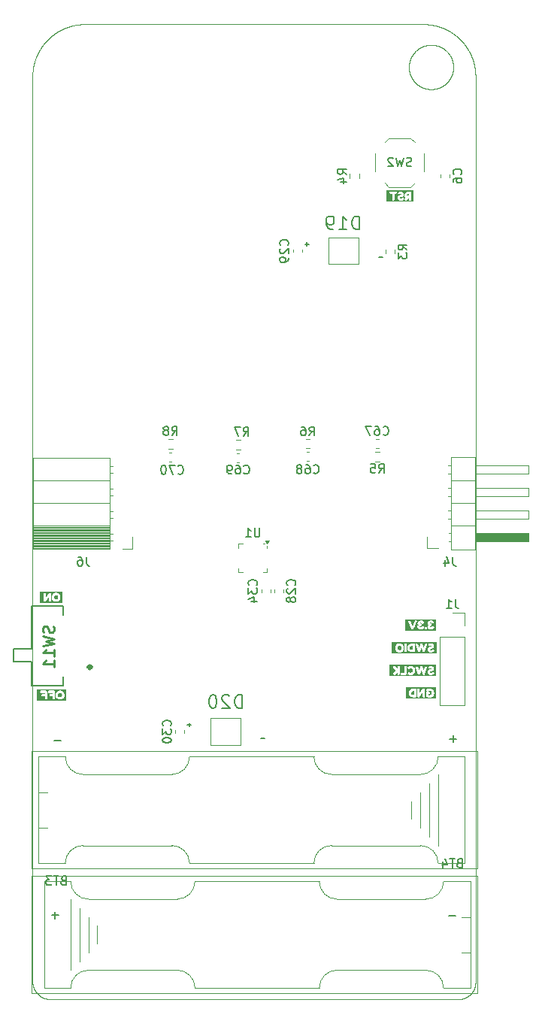
<source format=gbr>
%TF.GenerationSoftware,KiCad,Pcbnew,9.0.2*%
%TF.CreationDate,2025-06-06T17:52:02-06:00*%
%TF.ProjectId,Badge-bsides-cdmx-2025,42616467-652d-4627-9369-6465732d6364,rev?*%
%TF.SameCoordinates,Original*%
%TF.FileFunction,Profile,NP*%
%FSLAX46Y46*%
G04 Gerber Fmt 4.6, Leading zero omitted, Abs format (unit mm)*
G04 Created by KiCad (PCBNEW 9.0.2) date 2025-06-06 17:52:02*
%MOMM*%
%LPD*%
G01*
G04 APERTURE LIST*
%ADD10C,0.080000*%
%TA.AperFunction,Profile*%
%ADD11C,0.080000*%
%TD*%
%TA.AperFunction,Profile*%
%ADD12C,0.010000*%
%TD*%
%ADD13C,0.150000*%
%ADD14C,0.254000*%
%ADD15C,0.000000*%
%ADD16C,0.127000*%
%ADD17C,0.120000*%
%ADD18C,0.200000*%
%ADD19C,0.400000*%
G04 APERTURE END LIST*
D10*
X120586355Y-147044375D02*
X120573618Y-147044335D01*
X120560887Y-147044215D01*
X120548163Y-147044015D01*
X120535446Y-147043736D01*
X120522737Y-147043377D01*
X120510035Y-147042938D01*
X120497340Y-147042419D01*
X120484654Y-147041820D01*
X120471976Y-147041142D01*
X120459308Y-147040385D01*
X120446648Y-147039548D01*
X120433997Y-147038631D01*
X120421356Y-147037635D01*
X120408725Y-147036560D01*
X120396105Y-147035405D01*
X120383495Y-147034171D01*
X120370896Y-147032857D01*
X120358308Y-147031465D01*
X120345732Y-147029993D01*
X120333168Y-147028443D01*
X120320616Y-147026813D01*
X120308077Y-147025104D01*
X120295550Y-147023317D01*
X120283037Y-147021450D01*
X120270538Y-147019505D01*
X120258053Y-147017481D01*
X120245582Y-147015378D01*
X120233125Y-147013197D01*
X120220684Y-147010938D01*
X120208258Y-147008599D01*
X120195849Y-147006183D01*
X120183455Y-147003688D01*
X120171078Y-147001115D01*
X120158717Y-146998464D01*
X120146374Y-146995735D01*
X120134049Y-146992928D01*
X120121742Y-146990043D01*
X120109453Y-146987080D01*
X120097184Y-146984040D01*
X120084933Y-146980922D01*
X120072702Y-146977726D01*
X120060492Y-146974453D01*
X120048301Y-146971103D01*
X120036132Y-146967676D01*
X120023984Y-146964171D01*
X120011858Y-146960590D01*
X119999753Y-146956932D01*
X119987672Y-146953197D01*
X119975613Y-146949386D01*
X119963577Y-146945498D01*
X119951566Y-146941533D01*
X119939579Y-146937493D01*
X119927616Y-146933376D01*
X119915678Y-146929184D01*
X119903766Y-146924916D01*
X119891880Y-146920572D01*
X119880021Y-146916153D01*
X119868188Y-146911658D01*
X119856383Y-146907088D01*
X119844605Y-146902444D01*
X119832856Y-146897724D01*
X119821135Y-146892930D01*
X119809443Y-146888061D01*
X119797781Y-146883118D01*
X119786149Y-146878101D01*
X119774547Y-146873010D01*
X119762976Y-146867845D01*
X119751437Y-146862606D01*
X119739929Y-146857295D01*
X119728454Y-146851910D01*
X119717011Y-146846452D01*
X119705602Y-146840921D01*
X119694226Y-146835318D01*
X119682885Y-146829642D01*
X119671578Y-146823895D01*
X119660307Y-146818075D01*
X119649070Y-146812184D01*
X119637870Y-146806222D01*
X119626707Y-146800188D01*
X119615580Y-146794083D01*
X119604491Y-146787908D01*
X119593440Y-146781662D01*
X119582427Y-146775346D01*
X119571453Y-146768961D01*
X119560518Y-146762505D01*
X119549623Y-146755980D01*
X119538769Y-146749387D01*
X119527955Y-146742724D01*
X119517182Y-146735993D01*
X119506451Y-146729193D01*
X119495763Y-146722325D01*
X119485117Y-146715390D01*
X119474513Y-146708388D01*
X119463954Y-146701318D01*
X119453439Y-146694182D01*
X119442968Y-146686979D01*
X119432541Y-146679710D01*
X119422161Y-146672375D01*
X119411826Y-146664974D01*
X119401538Y-146657509D01*
X119391296Y-146649978D01*
X119381102Y-146642383D01*
X119370955Y-146634724D01*
X119360857Y-146627001D01*
X119350807Y-146619214D01*
X119340806Y-146611364D01*
X119330855Y-146603451D01*
X119320953Y-146595476D01*
X119311102Y-146587439D01*
X119301302Y-146579340D01*
X119291554Y-146571179D01*
X119286698Y-146567076D01*
X119281856Y-146562958D01*
X119277027Y-146558825D01*
X119272212Y-146554676D01*
X119267409Y-146550512D01*
X119262619Y-146546333D01*
X119257843Y-146542140D01*
X119253080Y-146537931D01*
X119248330Y-146533708D01*
X119243594Y-146529469D01*
X119238871Y-146525216D01*
X119234162Y-146520948D01*
X119229466Y-146516666D01*
X119224784Y-146512368D01*
X119220116Y-146508057D01*
X119215461Y-146503730D01*
X119210820Y-146499389D01*
X119206193Y-146495034D01*
X119201580Y-146490664D01*
X119196981Y-146486280D01*
X119192396Y-146481882D01*
X119187824Y-146477469D01*
X119183267Y-146473042D01*
X119178724Y-146468601D01*
X119174195Y-146464146D01*
X119169681Y-146459677D01*
X119165181Y-146455194D01*
X119160694Y-146450697D01*
X119156223Y-146446186D01*
X119151766Y-146441661D01*
X119147323Y-146437122D01*
X119142895Y-146432570D01*
X119138481Y-146428004D01*
X119134082Y-146423424D01*
X119129698Y-146418831D01*
X119125328Y-146414223D01*
X119120974Y-146409603D01*
X119116634Y-146404969D01*
X119112309Y-146400322D01*
X119107998Y-146395661D01*
X119103703Y-146390987D01*
X119099423Y-146386300D01*
X119095158Y-146381600D01*
X119090908Y-146376886D01*
X119086673Y-146372160D01*
X119082453Y-146367420D01*
X119078249Y-146362668D01*
X119074059Y-146357902D01*
X119069886Y-146353124D01*
X119065727Y-146348332D01*
X119061584Y-146343529D01*
X119057456Y-146338712D01*
X119053344Y-146333883D01*
X119049247Y-146329041D01*
X119045166Y-146324186D01*
X119041100Y-146319319D01*
X119037051Y-146314440D01*
X119033016Y-146309548D01*
X119028998Y-146304644D01*
X119024995Y-146299727D01*
X119021009Y-146294799D01*
X119017038Y-146289858D01*
X119013083Y-146284905D01*
X119009144Y-146279939D01*
X119005221Y-146274963D01*
X119001314Y-146269973D01*
X118997424Y-146264973D01*
X118993548Y-146259959D01*
X118989690Y-146254935D01*
X118985848Y-146249898D01*
X118982022Y-146244850D01*
X118978211Y-146239790D01*
X118974418Y-146234719D01*
X118970641Y-146229636D01*
X118966880Y-146224542D01*
X118963135Y-146219435D01*
X118959408Y-146214319D01*
X118955696Y-146209189D01*
X118952002Y-146204050D01*
X118948323Y-146198898D01*
X118944662Y-146193737D01*
X118941016Y-146188563D01*
X118937388Y-146183379D01*
X118933776Y-146178183D01*
X118930182Y-146172977D01*
X118926603Y-146167759D01*
X118923042Y-146162532D01*
X118919497Y-146157292D01*
X118915970Y-146152043D01*
X118912459Y-146146782D01*
X118908966Y-146141512D01*
X118905489Y-146136229D01*
X118902030Y-146130938D01*
X118898586Y-146125635D01*
X118895161Y-146120322D01*
X118891753Y-146114998D01*
X118888362Y-146109665D01*
X118884987Y-146104320D01*
X118881631Y-146098967D01*
X118878291Y-146093602D01*
X118874969Y-146088228D01*
X118871664Y-146082843D01*
X118868376Y-146077449D01*
X118865106Y-146072044D01*
X118861853Y-146066630D01*
X118858617Y-146061205D01*
X118855400Y-146055772D01*
X118852199Y-146050328D01*
X118849016Y-146044875D01*
X118845850Y-146039411D01*
X118842703Y-146033940D01*
X118839572Y-146028457D01*
X118836460Y-146022966D01*
X118833365Y-146017464D01*
X118830288Y-146011954D01*
X118827228Y-146006434D01*
X118824187Y-146000906D01*
X118821162Y-145995366D01*
X118818156Y-145989820D01*
X118815167Y-145984263D01*
X118812197Y-145978698D01*
X118809244Y-145973122D01*
X118806310Y-145967540D01*
X118803392Y-145961946D01*
X118800494Y-145956346D01*
X118797613Y-145950735D01*
X118794750Y-145945117D01*
X118791905Y-145939488D01*
X118789078Y-145933853D01*
X118786269Y-145928207D01*
X118783479Y-145922554D01*
X118780705Y-145916892D01*
X118777951Y-145911222D01*
X118775215Y-145905542D01*
X118772497Y-145899856D01*
X118769797Y-145894159D01*
X118767115Y-145888457D01*
X118764451Y-145882744D01*
X118761807Y-145877024D01*
X118759179Y-145871295D01*
X118756571Y-145865560D01*
X118753981Y-145859814D01*
X118751409Y-145854063D01*
X118748855Y-145848302D01*
X118746320Y-145842535D01*
X118743803Y-145836758D01*
X118741306Y-145830975D01*
X118738825Y-145825182D01*
X118736365Y-145819384D01*
X118733921Y-145813576D01*
X118731497Y-145807763D01*
X118729091Y-145801940D01*
X118726705Y-145796111D01*
X118724335Y-145790273D01*
X118721986Y-145784430D01*
X118719654Y-145778577D01*
X118717342Y-145772719D01*
X118715047Y-145766852D01*
X118712772Y-145760979D01*
X118710515Y-145755098D01*
X118708277Y-145749211D01*
X118706058Y-145743315D01*
X118703857Y-145737414D01*
X118701675Y-145731504D01*
X118699512Y-145725589D01*
X118697368Y-145719665D01*
X118695242Y-145713737D01*
X118693135Y-145707799D01*
X118691048Y-145701857D01*
X118688979Y-145695906D01*
X118686929Y-145689950D01*
X118684897Y-145683986D01*
X118682885Y-145678017D01*
X118680891Y-145672039D01*
X118678917Y-145666058D01*
X118676961Y-145660067D01*
X118675025Y-145654072D01*
X118673107Y-145648069D01*
X118671209Y-145642061D01*
X118669329Y-145636045D01*
X118667468Y-145630025D01*
X118665626Y-145623997D01*
X118663804Y-145617964D01*
X118662000Y-145611923D01*
X118660216Y-145605879D01*
X118658450Y-145599826D01*
X118656704Y-145593769D01*
X118654977Y-145587704D01*
X118653269Y-145581635D01*
X118651580Y-145575559D01*
X118649911Y-145569478D01*
X118648260Y-145563390D01*
X118646629Y-145557298D01*
X118645016Y-145551198D01*
X118643423Y-145545095D01*
X118641849Y-145538983D01*
X118640295Y-145532869D01*
X118638759Y-145526746D01*
X118637243Y-145520620D01*
X118635746Y-145514487D01*
X118634269Y-145508350D01*
X118632810Y-145502206D01*
X118631372Y-145496058D01*
X118629952Y-145489903D01*
X118628551Y-145483745D01*
X118627170Y-145477579D01*
X118625809Y-145471410D01*
X118624466Y-145465234D01*
X118623143Y-145459055D01*
X118621839Y-145452869D01*
X118620555Y-145446680D01*
X118619290Y-145440483D01*
X118618045Y-145434284D01*
X118616819Y-145428077D01*
X118615613Y-145421868D01*
X118614425Y-145415651D01*
X118613258Y-145409432D01*
X118612109Y-145403206D01*
X118610981Y-145396977D01*
X118609871Y-145390742D01*
X118608782Y-145384504D01*
X118607711Y-145378258D01*
X118606660Y-145372011D01*
X118605629Y-145365756D01*
X118604617Y-145359500D01*
X118603625Y-145353236D01*
X118602652Y-145346970D01*
X118601699Y-145340697D01*
X118600766Y-145334422D01*
X118599852Y-145328141D01*
X118598957Y-145321857D01*
X118598083Y-145315567D01*
X118597228Y-145309274D01*
X118596392Y-145302975D01*
X118595576Y-145296674D01*
X118594780Y-145290367D01*
X118594003Y-145284057D01*
X118593246Y-145277741D01*
X118592509Y-145271424D01*
X118591791Y-145265100D01*
X118591093Y-145258774D01*
X118590415Y-145252441D01*
X118589756Y-145246107D01*
X118589117Y-145239767D01*
X118588498Y-145233425D01*
X118587899Y-145227077D01*
X118587319Y-145220727D01*
X118586759Y-145214371D01*
X118586219Y-145208013D01*
X118585699Y-145201649D01*
X118585198Y-145195284D01*
X118584717Y-145188913D01*
X118584256Y-145182540D01*
X118583815Y-145176162D01*
X118583393Y-145169782D01*
X118582992Y-145163395D01*
X118582610Y-145157008D01*
X118582248Y-145150615D01*
X118581906Y-145144220D01*
X118581584Y-145137820D01*
X118581281Y-145131419D01*
X118580999Y-145125011D01*
X118580736Y-145118603D01*
X118580493Y-145112189D01*
X118580271Y-145105773D01*
X118580068Y-145099352D01*
X118579885Y-145092930D01*
X118579722Y-145086503D01*
X118579579Y-145080074D01*
X118579456Y-145073640D01*
X118579352Y-145067205D01*
X118579269Y-145060764D01*
X118579206Y-145054322D01*
X118579163Y-145047875D01*
X118579135Y-145037155D01*
D11*
X166505895Y-147044375D02*
X120586355Y-147044375D01*
D10*
X163477733Y-39570272D02*
X163463546Y-39570312D01*
X163449364Y-39570432D01*
X163435187Y-39570632D01*
X163421014Y-39570911D01*
X163406847Y-39571271D01*
X163392685Y-39571710D01*
X163378530Y-39572229D01*
X163364380Y-39572828D01*
X163350238Y-39573507D01*
X163336102Y-39574265D01*
X163321973Y-39575103D01*
X163307852Y-39576021D01*
X163293739Y-39577018D01*
X163279633Y-39578095D01*
X163265537Y-39579251D01*
X163251449Y-39580487D01*
X163237370Y-39581803D01*
X163223301Y-39583197D01*
X163209242Y-39584671D01*
X163195193Y-39586225D01*
X163181154Y-39587857D01*
X163167127Y-39589569D01*
X163153110Y-39591360D01*
X163139105Y-39593230D01*
X163125112Y-39595180D01*
X163111132Y-39597208D01*
X163097164Y-39599315D01*
X163083208Y-39601501D01*
X163069267Y-39603766D01*
X163055339Y-39606110D01*
X163041425Y-39608532D01*
X163027525Y-39611033D01*
X163013641Y-39613613D01*
X162999771Y-39616271D01*
X162985917Y-39619008D01*
X162972079Y-39621823D01*
X162958258Y-39624716D01*
X162944453Y-39627687D01*
X162930665Y-39630737D01*
X162916895Y-39633864D01*
X162903142Y-39637070D01*
X162889408Y-39640353D01*
X162875692Y-39643714D01*
X162861996Y-39647153D01*
X162848319Y-39650669D01*
X162834661Y-39654263D01*
X162821024Y-39657934D01*
X162807407Y-39661682D01*
X162793812Y-39665508D01*
X162780238Y-39669411D01*
X162766685Y-39673390D01*
X162753155Y-39677447D01*
X162739648Y-39681580D01*
X162726163Y-39685789D01*
X162712702Y-39690075D01*
X162699265Y-39694438D01*
X162685852Y-39698877D01*
X162672464Y-39703391D01*
X162659100Y-39707982D01*
X162645763Y-39712648D01*
X162632451Y-39717391D01*
X162619165Y-39722208D01*
X162605907Y-39727101D01*
X162592675Y-39732069D01*
X162579471Y-39737113D01*
X162566295Y-39742231D01*
X162553147Y-39747424D01*
X162540029Y-39752692D01*
X162526939Y-39758034D01*
X162513879Y-39763450D01*
X162500849Y-39768940D01*
X162487850Y-39774505D01*
X162474882Y-39780143D01*
X162461945Y-39785854D01*
X162449040Y-39791639D01*
X162436167Y-39797498D01*
X162423327Y-39803429D01*
X162410520Y-39809433D01*
X162397746Y-39815510D01*
X162385006Y-39821659D01*
X162372301Y-39827880D01*
X162359630Y-39834174D01*
X162346995Y-39840539D01*
X162334395Y-39846976D01*
X162321831Y-39853484D01*
X162309304Y-39860063D01*
X162296813Y-39866714D01*
X162284360Y-39873435D01*
X162271945Y-39880227D01*
X162259567Y-39887089D01*
X162247229Y-39894021D01*
X162234929Y-39901023D01*
X162222668Y-39908095D01*
X162210448Y-39915236D01*
X162198268Y-39922446D01*
X162186128Y-39929725D01*
X162174029Y-39937073D01*
X162161972Y-39944489D01*
X162149957Y-39951973D01*
X162137984Y-39959525D01*
X162126054Y-39967145D01*
X162114167Y-39974832D01*
X162102323Y-39982586D01*
X162090523Y-39990408D01*
X162084640Y-39994343D01*
X162078768Y-39998295D01*
X162072907Y-40002264D01*
X162067057Y-40006249D01*
X162061219Y-40010251D01*
X162055392Y-40014270D01*
X162049576Y-40018304D01*
X162043772Y-40022356D01*
X162037979Y-40026423D01*
X162032198Y-40030507D01*
X162026428Y-40034607D01*
X162020670Y-40038724D01*
X162014924Y-40042856D01*
X162009189Y-40047005D01*
X162003466Y-40051170D01*
X161997755Y-40055351D01*
X161992056Y-40059549D01*
X161986369Y-40063762D01*
X161980694Y-40067991D01*
X161975030Y-40072237D01*
X161969379Y-40076498D01*
X161963740Y-40080775D01*
X161958113Y-40085068D01*
X161952498Y-40089378D01*
X161946896Y-40093702D01*
X161941306Y-40098043D01*
X161935728Y-40102399D01*
X161930163Y-40106771D01*
X161924610Y-40111159D01*
X161919069Y-40115562D01*
X161913542Y-40119981D01*
X161908026Y-40124415D01*
X161902524Y-40128865D01*
X161897033Y-40133330D01*
X161891556Y-40137811D01*
X161886092Y-40142307D01*
X161880640Y-40146819D01*
X161875201Y-40151346D01*
X161869776Y-40155888D01*
X161864362Y-40160445D01*
X161858963Y-40165018D01*
X161853575Y-40169606D01*
X161848202Y-40174208D01*
X161842841Y-40178826D01*
X161837494Y-40183459D01*
X161832159Y-40188107D01*
X161826838Y-40192770D01*
X161821530Y-40197448D01*
X161816236Y-40202141D01*
X161810955Y-40206849D01*
X161805688Y-40211571D01*
X161800434Y-40216309D01*
X161795193Y-40221060D01*
X161789966Y-40225827D01*
X161784753Y-40230608D01*
X161779553Y-40235405D01*
X161774368Y-40240215D01*
X161769195Y-40245040D01*
X161764037Y-40249879D01*
X161758892Y-40254734D01*
X161753762Y-40259602D01*
X161748645Y-40264485D01*
X161743542Y-40269382D01*
X161738453Y-40274294D01*
X161733378Y-40279219D01*
X161728317Y-40284159D01*
X161723271Y-40289113D01*
X161718238Y-40294082D01*
X161713220Y-40299064D01*
X161708216Y-40304061D01*
X161703227Y-40309071D01*
X161698251Y-40314095D01*
X161693290Y-40319133D01*
X161688343Y-40324186D01*
X161683411Y-40329252D01*
X161678493Y-40334332D01*
X161673590Y-40339425D01*
X161668701Y-40344533D01*
X161663827Y-40349654D01*
X161658968Y-40354789D01*
X161654123Y-40359937D01*
X161649293Y-40365099D01*
X161644478Y-40370274D01*
X161639677Y-40375463D01*
X161634891Y-40380665D01*
X161630120Y-40385881D01*
X161625365Y-40391110D01*
X161620623Y-40396353D01*
X161615897Y-40401608D01*
X161611186Y-40406877D01*
X161606490Y-40412159D01*
X161601809Y-40417455D01*
X161597144Y-40422762D01*
X161592492Y-40428084D01*
X161587857Y-40433418D01*
X161583237Y-40438766D01*
X161578632Y-40444126D01*
X161574042Y-40449500D01*
X161569468Y-40454886D01*
X161564908Y-40460285D01*
X161560365Y-40465696D01*
X161555836Y-40471121D01*
X161551324Y-40476558D01*
X161546826Y-40482008D01*
X161542345Y-40487470D01*
X161537878Y-40492946D01*
X161533428Y-40498433D01*
X161528993Y-40503934D01*
X161524574Y-40509446D01*
X161520170Y-40514971D01*
X161515783Y-40520508D01*
X161511410Y-40526058D01*
X161507054Y-40531619D01*
X161502713Y-40537194D01*
X161498389Y-40542780D01*
X161494080Y-40548379D01*
X161489788Y-40553989D01*
X161485510Y-40559612D01*
X161481250Y-40565247D01*
X161477005Y-40570894D01*
X161472776Y-40576552D01*
X161468563Y-40582223D01*
X161464367Y-40587905D01*
X161460186Y-40593600D01*
X161456022Y-40599306D01*
X161451873Y-40605024D01*
X161447742Y-40610753D01*
X161443626Y-40616495D01*
X161439527Y-40622247D01*
X161435443Y-40628013D01*
X161431377Y-40633788D01*
X161427326Y-40639576D01*
X161423293Y-40645374D01*
X161419275Y-40651186D01*
X161415274Y-40657007D01*
X161411289Y-40662841D01*
X161407321Y-40668685D01*
X161403369Y-40674541D01*
X161399435Y-40680407D01*
X161395516Y-40686286D01*
X161391614Y-40692175D01*
X161387729Y-40698076D01*
X161383861Y-40703987D01*
X161380008Y-40709910D01*
X161376174Y-40715843D01*
X161372355Y-40721788D01*
X161368554Y-40727743D01*
X161364769Y-40733710D01*
X161361001Y-40739686D01*
X161357250Y-40745675D01*
X161353516Y-40751673D01*
X161349798Y-40757683D01*
X161346098Y-40763702D01*
X161342415Y-40769733D01*
X161338749Y-40775774D01*
X161335099Y-40781827D01*
X161331467Y-40787888D01*
X161327851Y-40793962D01*
X161324253Y-40800044D01*
X161320672Y-40806139D01*
X161317108Y-40812242D01*
X161313561Y-40818357D01*
X161310031Y-40824481D01*
X161306518Y-40830617D01*
X161303023Y-40836761D01*
X161299545Y-40842917D01*
X161296085Y-40849081D01*
X161292640Y-40855258D01*
X161289215Y-40861442D01*
X161285805Y-40867639D01*
X161282414Y-40873844D01*
X161279040Y-40880060D01*
X161275683Y-40886284D01*
X161272343Y-40892521D01*
X161269022Y-40898765D01*
X161265717Y-40905021D01*
X161262430Y-40911284D01*
X161259160Y-40917560D01*
X161255909Y-40923843D01*
X161252674Y-40930138D01*
X161249457Y-40936440D01*
X161246258Y-40942754D01*
X161243076Y-40949075D01*
X161239912Y-40955408D01*
X161236766Y-40961749D01*
X161233636Y-40968101D01*
X161230526Y-40974460D01*
X161227432Y-40980830D01*
X161224357Y-40987208D01*
X161221298Y-40993598D01*
X161218258Y-40999994D01*
X161215236Y-41006402D01*
X161212231Y-41012817D01*
X161209244Y-41019243D01*
X161206276Y-41025676D01*
X161203324Y-41032120D01*
X161200391Y-41038571D01*
X161197475Y-41045034D01*
X161194578Y-41051503D01*
X161191698Y-41057983D01*
X161188837Y-41064470D01*
X161185993Y-41070968D01*
X161183168Y-41077473D01*
X161180360Y-41083989D01*
X161177571Y-41090511D01*
X161174799Y-41097044D01*
X161172045Y-41103584D01*
X161169310Y-41110134D01*
X161167829Y-41113701D01*
D11*
X118579135Y-145037155D02*
X118579135Y-43126765D01*
D10*
X162597095Y-37245965D02*
X162618924Y-37246005D01*
X162640744Y-37246125D01*
X162662556Y-37246325D01*
X162684359Y-37246604D01*
X162706153Y-37246964D01*
X162727938Y-37247403D01*
X162749715Y-37247922D01*
X162771482Y-37248521D01*
X162793240Y-37249200D01*
X162814988Y-37249958D01*
X162836726Y-37250796D01*
X162858455Y-37251714D01*
X162880174Y-37252711D01*
X162901883Y-37253788D01*
X162923581Y-37254944D01*
X162945269Y-37256180D01*
X162966947Y-37257495D01*
X162988613Y-37258890D01*
X163010269Y-37260364D01*
X163031914Y-37261918D01*
X163053548Y-37263550D01*
X163075170Y-37265263D01*
X163096781Y-37267054D01*
X163118380Y-37268925D01*
X163139968Y-37270875D01*
X163161543Y-37272904D01*
X163183107Y-37275013D01*
X163204658Y-37277200D01*
X163226196Y-37279467D01*
X163247722Y-37281812D01*
X163269235Y-37284237D01*
X163290736Y-37286741D01*
X163312223Y-37289323D01*
X163333696Y-37291985D01*
X163355156Y-37294726D01*
X163376603Y-37297545D01*
X163398036Y-37300443D01*
X163419454Y-37303420D01*
X163440859Y-37306476D01*
X163462249Y-37309610D01*
X163483625Y-37312823D01*
X163504986Y-37316115D01*
X163526332Y-37319486D01*
X163547663Y-37322935D01*
X163568979Y-37326462D01*
X163590279Y-37330068D01*
X163611563Y-37333752D01*
X163632832Y-37337515D01*
X163654085Y-37341356D01*
X163675322Y-37345276D01*
X163696542Y-37349274D01*
X163717746Y-37353350D01*
X163738933Y-37357504D01*
X163760102Y-37361736D01*
X163781255Y-37366047D01*
X163802391Y-37370436D01*
X163823509Y-37374902D01*
X163844609Y-37379447D01*
X163865691Y-37384069D01*
X163886755Y-37388770D01*
X163907801Y-37393548D01*
X163928828Y-37398404D01*
X163949836Y-37403338D01*
X163970826Y-37408349D01*
X163991796Y-37413438D01*
X164012747Y-37418605D01*
X164033679Y-37423849D01*
X164054591Y-37429171D01*
X164075482Y-37434570D01*
X164096354Y-37440046D01*
X164117205Y-37445600D01*
X164138035Y-37451231D01*
X164158845Y-37456940D01*
X164179633Y-37462725D01*
X164200401Y-37468588D01*
X164221147Y-37474527D01*
X164241871Y-37480544D01*
X164262573Y-37486637D01*
X164283253Y-37492807D01*
X164303911Y-37499054D01*
X164324546Y-37505378D01*
X164345158Y-37511778D01*
X164365748Y-37518255D01*
X164386314Y-37524809D01*
X164406857Y-37531439D01*
X164427375Y-37538145D01*
X164447870Y-37544928D01*
X164468341Y-37551786D01*
X164488788Y-37558721D01*
X164509210Y-37565733D01*
X164529607Y-37572820D01*
X164549978Y-37579983D01*
X164570325Y-37587222D01*
X164590646Y-37594536D01*
X164610941Y-37601927D01*
X164631210Y-37609393D01*
X164651453Y-37616934D01*
X164671670Y-37624552D01*
X164691859Y-37632244D01*
X164712022Y-37640012D01*
X164732157Y-37647855D01*
X164752265Y-37655773D01*
X164772346Y-37663766D01*
X164792398Y-37671834D01*
X164812422Y-37679977D01*
X164832418Y-37688195D01*
X164852385Y-37696487D01*
X164872323Y-37704854D01*
X164892232Y-37713295D01*
X164912111Y-37721811D01*
X164931961Y-37730401D01*
X164951781Y-37739066D01*
X164971571Y-37747804D01*
X164991330Y-37756616D01*
X165011058Y-37765502D01*
X165030756Y-37774462D01*
X165050422Y-37783496D01*
X165070057Y-37792603D01*
X165089661Y-37801784D01*
X165109232Y-37811038D01*
X165128771Y-37820365D01*
X165148278Y-37829766D01*
X165167751Y-37839239D01*
X165187192Y-37848786D01*
X165206600Y-37858405D01*
X165225974Y-37868096D01*
X165245315Y-37877861D01*
X165264621Y-37887697D01*
X165283893Y-37897606D01*
X165303131Y-37907587D01*
X165322333Y-37917641D01*
X165341501Y-37927766D01*
X165360633Y-37937963D01*
X165379730Y-37948231D01*
X165398791Y-37958571D01*
X165417816Y-37968983D01*
X165436804Y-37979465D01*
X165455756Y-37990019D01*
X165474670Y-38000644D01*
X165493548Y-38011340D01*
X165512388Y-38022106D01*
X165531191Y-38032943D01*
X165549955Y-38043850D01*
X165568681Y-38054828D01*
X165587369Y-38065876D01*
X165606018Y-38076994D01*
X165624628Y-38088181D01*
X165643198Y-38099438D01*
X165661729Y-38110765D01*
X165680220Y-38122161D01*
X165698671Y-38133627D01*
X165717082Y-38145161D01*
X165735452Y-38156765D01*
X165753781Y-38168437D01*
X165772069Y-38180178D01*
X165790315Y-38191987D01*
X165808519Y-38203864D01*
X165826682Y-38215810D01*
X165844802Y-38227823D01*
X165862880Y-38239904D01*
X165880915Y-38252053D01*
X165898907Y-38264269D01*
X165916855Y-38276553D01*
X165934760Y-38288903D01*
X165952621Y-38301321D01*
X165970438Y-38313805D01*
X165988210Y-38326356D01*
X166005938Y-38338973D01*
X166023621Y-38351656D01*
X166041258Y-38364405D01*
X166058850Y-38377220D01*
X166076397Y-38390101D01*
X166093897Y-38403047D01*
X166111351Y-38416058D01*
X166128758Y-38429135D01*
X166146119Y-38442276D01*
X166163432Y-38455482D01*
X166180698Y-38468752D01*
X166197917Y-38482087D01*
X166215087Y-38495486D01*
X166232210Y-38508949D01*
X166249284Y-38522475D01*
X166266309Y-38536065D01*
X166283285Y-38549718D01*
X166300212Y-38563434D01*
X166317090Y-38577213D01*
X166333918Y-38591055D01*
X166350696Y-38604959D01*
X166367423Y-38618925D01*
X166384100Y-38632954D01*
X166400727Y-38647044D01*
X166417302Y-38661196D01*
X166433826Y-38675409D01*
X166450299Y-38689683D01*
X166466719Y-38704019D01*
X166483088Y-38718415D01*
X166499404Y-38732871D01*
X166515668Y-38747388D01*
X166531879Y-38761965D01*
X166548036Y-38776602D01*
X166564141Y-38791299D01*
X166580192Y-38806054D01*
X166596189Y-38820869D01*
X166612131Y-38835743D01*
X166628020Y-38850676D01*
X166643854Y-38865667D01*
X166659633Y-38880716D01*
X166675357Y-38895824D01*
X166691026Y-38910989D01*
X166706639Y-38926212D01*
X166722196Y-38941492D01*
X166737698Y-38956829D01*
X166753143Y-38972223D01*
X166760844Y-38979941D01*
X166768531Y-38987673D01*
X166776204Y-38995420D01*
X166783863Y-39003180D01*
X166791507Y-39010954D01*
X166799137Y-39018743D01*
X166806753Y-39026545D01*
X166814354Y-39034362D01*
X166821942Y-39042192D01*
X166829514Y-39050036D01*
X166837073Y-39057894D01*
X166844616Y-39065766D01*
X166852146Y-39073652D01*
X166859661Y-39081551D01*
X166867161Y-39089464D01*
X166874646Y-39097391D01*
X166882117Y-39105331D01*
X166889574Y-39113285D01*
X166897016Y-39121253D01*
X166904443Y-39129234D01*
X166911855Y-39137229D01*
X166919253Y-39145237D01*
X166926635Y-39153259D01*
X166934003Y-39161294D01*
X166941356Y-39169343D01*
X166948695Y-39177405D01*
X166956018Y-39185480D01*
X166963327Y-39193569D01*
X166970620Y-39201670D01*
X166977899Y-39209786D01*
X166985162Y-39217914D01*
X166992411Y-39226056D01*
X166999644Y-39234210D01*
X167006862Y-39242378D01*
X167014065Y-39250559D01*
X167021254Y-39258753D01*
X167028426Y-39266960D01*
X167035584Y-39275180D01*
X167042726Y-39283413D01*
X167049854Y-39291659D01*
X167056965Y-39299918D01*
X167064062Y-39308190D01*
X167071143Y-39316474D01*
X167078209Y-39324772D01*
X167085260Y-39333082D01*
X167092295Y-39341405D01*
X167099314Y-39349740D01*
X167106319Y-39358089D01*
X167113307Y-39366449D01*
X167120280Y-39374823D01*
X167127238Y-39383209D01*
X167134180Y-39391608D01*
X167141106Y-39400019D01*
X167148017Y-39408443D01*
X167154912Y-39416878D01*
X167161791Y-39425327D01*
X167168655Y-39433788D01*
X167175503Y-39442261D01*
X167182335Y-39450747D01*
X167189152Y-39459245D01*
X167195952Y-39467755D01*
X167202737Y-39476277D01*
X167209506Y-39484811D01*
X167216259Y-39493358D01*
X167222996Y-39501917D01*
X167229717Y-39510488D01*
X167236422Y-39519071D01*
X167243111Y-39527666D01*
X167249784Y-39536272D01*
X167256442Y-39544892D01*
X167263082Y-39553522D01*
X167269708Y-39562165D01*
X167276316Y-39570819D01*
X167282909Y-39579486D01*
X167289485Y-39588164D01*
X167296046Y-39596854D01*
X167302590Y-39605555D01*
X167309118Y-39614269D01*
X167315629Y-39622994D01*
X167322125Y-39631731D01*
X167328604Y-39640479D01*
X167335067Y-39649239D01*
X167341513Y-39658010D01*
X167347943Y-39666793D01*
X167354356Y-39675587D01*
X167360754Y-39684393D01*
X167367134Y-39693209D01*
X167373499Y-39702038D01*
X167379846Y-39710877D01*
X167386178Y-39719729D01*
X167392492Y-39728591D01*
X167398790Y-39737464D01*
X167405072Y-39746349D01*
X167411337Y-39755245D01*
X167417585Y-39764152D01*
X167423817Y-39773070D01*
X167430031Y-39781999D01*
X167436230Y-39790939D01*
X167442411Y-39799890D01*
X167448576Y-39808852D01*
X167454724Y-39817825D01*
X167460855Y-39826809D01*
X167466969Y-39835803D01*
X167473067Y-39844809D01*
X167479147Y-39853825D01*
X167485212Y-39862853D01*
X167491258Y-39871890D01*
X167497289Y-39880939D01*
X167503301Y-39889998D01*
X167509298Y-39899068D01*
X167515276Y-39908148D01*
X167521239Y-39917239D01*
X167527184Y-39926340D01*
X167533112Y-39935452D01*
X167539023Y-39944574D01*
X167544917Y-39953708D01*
X167550793Y-39962850D01*
X167556653Y-39972004D01*
X167562495Y-39981167D01*
X167568321Y-39990342D01*
X167574129Y-39999526D01*
X167579920Y-40008721D01*
X167585694Y-40017925D01*
X167591450Y-40027140D01*
X167597189Y-40036365D01*
X167602911Y-40045600D01*
X167608616Y-40054845D01*
X167614303Y-40064101D01*
X167619973Y-40073365D01*
X167625626Y-40082641D01*
X167631260Y-40091925D01*
X167636879Y-40101221D01*
X167642479Y-40110525D01*
X167648062Y-40119840D01*
X167653627Y-40129163D01*
X167659175Y-40138498D01*
X167664705Y-40147841D01*
X167670218Y-40157195D01*
X167675713Y-40166557D01*
X167681192Y-40175931D01*
X167686652Y-40185312D01*
X167692095Y-40194705D01*
X167697519Y-40204105D01*
X167702927Y-40213517D01*
X167708316Y-40222936D01*
X167713689Y-40232367D01*
X167719043Y-40241805D01*
X167724380Y-40251254D01*
X167729699Y-40260711D01*
X167735000Y-40270178D01*
X167740283Y-40279654D01*
X167745550Y-40289140D01*
X167750797Y-40298634D01*
X167756028Y-40308138D01*
X167761240Y-40317650D01*
X167766435Y-40327173D01*
X167771611Y-40336703D01*
X167776770Y-40346244D01*
X167781910Y-40355792D01*
X167787034Y-40365350D01*
X167792138Y-40374916D01*
X167797226Y-40384493D01*
X167802295Y-40394077D01*
X167807346Y-40403671D01*
X167812379Y-40413272D01*
X167817395Y-40422884D01*
X167822392Y-40432502D01*
X167827371Y-40442131D01*
X167832332Y-40451767D01*
X167837275Y-40461414D01*
X167842200Y-40471067D01*
X167847107Y-40480730D01*
X167851995Y-40490401D01*
X167856866Y-40500081D01*
X167861718Y-40509769D01*
X167866553Y-40519466D01*
X167871369Y-40529170D01*
X167876167Y-40538884D01*
X167880947Y-40548605D01*
X167885709Y-40558336D01*
X167890451Y-40568073D01*
X167895177Y-40577820D01*
X167899883Y-40587574D01*
X167904572Y-40597337D01*
X167909242Y-40607107D01*
X167913894Y-40616887D01*
X167918528Y-40626673D01*
X167923143Y-40636469D01*
X167927740Y-40646271D01*
X167932319Y-40656083D01*
X167936879Y-40665901D01*
X167941421Y-40675729D01*
X167945944Y-40685563D01*
X167950449Y-40695406D01*
X167954935Y-40705256D01*
X167959404Y-40715115D01*
X167963853Y-40724980D01*
X167968285Y-40734854D01*
X167972697Y-40744735D01*
X167977092Y-40754625D01*
X167981467Y-40764520D01*
X167985825Y-40774425D01*
X167990163Y-40784336D01*
X167994483Y-40794256D01*
X167998785Y-40804182D01*
X168003068Y-40814117D01*
X168007332Y-40824058D01*
X168011578Y-40834008D01*
X168015805Y-40843963D01*
X168020014Y-40853928D01*
X168024203Y-40863898D01*
X168028375Y-40873877D01*
X168032527Y-40883862D01*
X168036662Y-40893856D01*
X168040777Y-40903854D01*
X168044874Y-40913863D01*
X168048951Y-40923876D01*
X168053011Y-40933898D01*
X168057051Y-40943925D01*
X168061073Y-40953962D01*
X168065076Y-40964003D01*
X168069060Y-40974054D01*
X168073025Y-40984109D01*
X168076972Y-40994173D01*
X168080900Y-41004242D01*
X168084809Y-41014320D01*
X168088699Y-41024403D01*
X168092571Y-41034494D01*
X168096423Y-41044591D01*
X168100257Y-41054696D01*
X168104071Y-41064805D01*
X168107868Y-41074924D01*
X168111645Y-41085047D01*
X168115403Y-41095178D01*
X168119142Y-41105314D01*
X168122863Y-41115459D01*
X168126564Y-41125608D01*
X168130247Y-41135766D01*
X168133910Y-41145928D01*
X168137555Y-41156099D01*
X168141180Y-41166274D01*
X168144788Y-41176457D01*
X168148375Y-41186645D01*
X168151944Y-41196841D01*
X168155493Y-41207041D01*
X168159024Y-41217250D01*
X168162536Y-41227462D01*
X168166029Y-41237683D01*
X168169502Y-41247908D01*
X168172957Y-41258142D01*
X168176392Y-41268379D01*
X168179809Y-41278624D01*
X168183206Y-41288874D01*
X168186585Y-41299131D01*
X168189944Y-41309393D01*
X168193284Y-41319662D01*
X168196605Y-41329936D01*
X168199907Y-41340217D01*
X168203189Y-41350502D01*
X168206453Y-41360795D01*
X168209698Y-41371092D01*
X168212923Y-41381396D01*
X168216129Y-41391705D01*
X168219316Y-41402021D01*
X168222484Y-41412341D01*
X168225633Y-41422668D01*
X168228762Y-41432999D01*
X168231873Y-41443338D01*
X168234963Y-41453680D01*
X168238035Y-41464030D01*
X168241088Y-41474384D01*
X168244121Y-41484745D01*
X168247135Y-41495109D01*
X168250130Y-41505481D01*
X168253105Y-41515856D01*
X168256062Y-41526239D01*
X168258999Y-41536625D01*
X168261917Y-41547019D01*
X168264815Y-41557415D01*
X168267694Y-41567819D01*
X168270554Y-41578227D01*
X168273395Y-41588641D01*
X168276216Y-41599059D01*
X168279018Y-41609484D01*
X168281800Y-41619912D01*
X168284564Y-41630347D01*
X168287307Y-41640786D01*
X168290032Y-41651231D01*
X168292737Y-41661679D01*
X168295423Y-41672135D01*
X168298089Y-41682593D01*
X168300737Y-41693059D01*
X168303364Y-41703527D01*
X168305973Y-41714003D01*
X168308561Y-41724481D01*
X168311131Y-41734966D01*
X168313681Y-41745454D01*
X168316212Y-41755949D01*
X168318723Y-41766446D01*
X168321215Y-41776951D01*
X168323687Y-41787458D01*
X168326140Y-41797971D01*
X168328573Y-41808488D01*
X168330987Y-41819011D01*
X168333381Y-41829537D01*
X168335757Y-41840069D01*
X168338112Y-41850604D01*
X168340448Y-41861146D01*
X168342765Y-41871689D01*
X168345062Y-41882240D01*
X168347339Y-41892793D01*
X168349598Y-41903353D01*
X168351836Y-41913914D01*
X168354055Y-41924483D01*
X168356254Y-41935053D01*
X168358435Y-41945631D01*
X168360595Y-41956210D01*
X168362736Y-41966796D01*
X168364857Y-41977384D01*
X168366959Y-41987978D01*
X168369041Y-41998575D01*
X168371104Y-42009177D01*
X168373147Y-42019782D01*
X168375171Y-42030394D01*
X168377174Y-42041007D01*
X168379159Y-42051626D01*
X168381124Y-42062247D01*
X168383069Y-42072875D01*
X168384994Y-42083504D01*
X168386901Y-42094140D01*
X168388787Y-42104778D01*
X168390654Y-42115421D01*
X168392501Y-42126067D01*
X168394328Y-42136718D01*
X168396136Y-42147371D01*
X168397924Y-42158031D01*
X168399693Y-42168692D01*
X168401442Y-42179359D01*
X168403171Y-42190027D01*
X168404881Y-42200702D01*
X168406570Y-42211378D01*
X168408241Y-42222061D01*
X168409891Y-42232744D01*
X168411523Y-42243434D01*
X168413134Y-42254125D01*
X168414725Y-42264822D01*
X168416297Y-42275520D01*
X168417849Y-42286224D01*
X168419382Y-42296930D01*
X168420895Y-42307641D01*
X168422388Y-42318354D01*
X168423861Y-42329072D01*
X168425315Y-42339792D01*
X168426749Y-42350517D01*
X168428163Y-42361244D01*
X168429558Y-42371976D01*
X168430932Y-42382709D01*
X168432287Y-42393448D01*
X168433622Y-42404188D01*
X168434938Y-42414934D01*
X168436234Y-42425681D01*
X168437510Y-42436433D01*
X168438766Y-42447187D01*
X168440002Y-42457946D01*
X168441219Y-42468706D01*
X168442416Y-42479471D01*
X168443593Y-42490237D01*
X168444751Y-42501009D01*
X168445888Y-42511782D01*
X168447006Y-42522560D01*
X168448104Y-42533338D01*
X168449182Y-42544123D01*
X168450240Y-42554908D01*
X168451279Y-42565698D01*
X168452298Y-42576489D01*
X168453297Y-42587286D01*
X168454276Y-42598083D01*
X168455235Y-42608885D01*
X168456175Y-42619688D01*
X168457094Y-42630497D01*
X168457994Y-42641305D01*
X168458874Y-42652119D01*
X168459734Y-42662934D01*
X168460575Y-42673754D01*
X168461395Y-42684574D01*
X168462196Y-42695399D01*
X168462976Y-42706225D01*
X168463737Y-42717056D01*
X168464478Y-42727888D01*
X168465199Y-42738724D01*
X168465901Y-42749561D01*
X168466582Y-42760403D01*
X168467243Y-42771245D01*
X168467885Y-42782092D01*
X168468507Y-42792939D01*
X168469109Y-42803792D01*
X168469691Y-42814644D01*
X168470253Y-42825502D01*
X168470795Y-42836360D01*
X168471317Y-42847223D01*
X168471819Y-42858085D01*
X168472302Y-42868953D01*
X168472764Y-42879821D01*
X168473207Y-42890694D01*
X168473629Y-42901566D01*
X168474032Y-42912444D01*
X168474415Y-42923321D01*
X168474777Y-42934204D01*
X168475120Y-42945086D01*
X168475443Y-42955973D01*
X168475746Y-42966860D01*
X168476029Y-42977752D01*
X168476292Y-42988643D01*
X168476535Y-42999539D01*
X168476758Y-43010435D01*
X168476962Y-43021336D01*
X168477145Y-43032237D01*
X168477308Y-43043142D01*
X168477451Y-43054047D01*
X168477574Y-43064956D01*
X168477678Y-43075866D01*
X168477761Y-43086780D01*
X168477824Y-43097693D01*
X168477867Y-43108611D01*
X168477895Y-43126765D01*
X168477895Y-145037155D02*
X168478259Y-145050103D01*
X168478544Y-145063035D01*
X168478747Y-145075953D01*
X168478871Y-145088854D01*
X168478915Y-145101740D01*
X168478878Y-145114609D01*
X168478762Y-145127463D01*
X168478566Y-145140300D01*
X168478291Y-145153120D01*
X168477935Y-145165923D01*
X168477501Y-145178709D01*
X168476987Y-145191478D01*
X168476393Y-145204229D01*
X168475721Y-145216962D01*
X168474969Y-145229678D01*
X168474139Y-145242375D01*
X168473230Y-145255053D01*
X168472241Y-145267713D01*
X168471175Y-145280354D01*
X168470029Y-145292975D01*
X168468805Y-145305577D01*
X168467503Y-145318159D01*
X168466122Y-145330722D01*
X168464664Y-145343264D01*
X168463127Y-145355786D01*
X168461512Y-145368287D01*
X168459820Y-145380767D01*
X168458049Y-145393225D01*
X168456201Y-145405663D01*
X168454275Y-145418078D01*
X168452272Y-145430472D01*
X168450192Y-145442843D01*
X168448034Y-145455192D01*
X168445799Y-145467518D01*
X168443487Y-145479821D01*
X168441098Y-145492100D01*
X168438633Y-145504356D01*
X168436090Y-145516588D01*
X168433471Y-145528796D01*
X168430776Y-145540979D01*
X168428004Y-145553138D01*
X168425155Y-145565271D01*
X168422231Y-145577379D01*
X168419231Y-145589462D01*
X168416154Y-145601518D01*
X168413002Y-145613549D01*
X168409775Y-145625552D01*
X168406471Y-145637529D01*
X168403092Y-145649479D01*
X168399638Y-145661402D01*
X168396109Y-145673296D01*
X168392505Y-145685163D01*
X168388825Y-145697001D01*
X168385071Y-145708811D01*
X168381243Y-145720592D01*
X168377339Y-145732343D01*
X168373362Y-145744065D01*
X168369310Y-145755756D01*
X168365184Y-145767418D01*
X168360984Y-145779049D01*
X168356710Y-145790649D01*
X168352362Y-145802218D01*
X168347941Y-145813755D01*
X168343447Y-145825260D01*
X168338879Y-145836733D01*
X168334238Y-145848173D01*
X168329525Y-145859581D01*
X168324738Y-145870955D01*
X168319879Y-145882296D01*
X168314948Y-145893602D01*
X168309944Y-145904875D01*
X168304868Y-145916112D01*
X168299720Y-145927315D01*
X168294501Y-145938483D01*
X168289209Y-145949614D01*
X168283847Y-145960710D01*
X168278413Y-145971769D01*
X168272908Y-145982792D01*
X168267333Y-145993777D01*
X168261687Y-146004725D01*
X168255970Y-146015635D01*
X168250183Y-146026507D01*
X168244326Y-146037341D01*
X168238399Y-146048135D01*
X168232402Y-146058891D01*
X168226336Y-146069606D01*
X168220201Y-146080282D01*
X168213997Y-146090917D01*
X168207723Y-146101512D01*
X168201382Y-146112065D01*
X168194972Y-146122577D01*
X168188493Y-146133047D01*
X168181947Y-146143475D01*
X168175333Y-146153861D01*
X168168652Y-146164203D01*
X168161903Y-146174503D01*
X168155087Y-146184758D01*
X168148205Y-146194970D01*
X168141256Y-146205137D01*
X168134241Y-146215259D01*
X168127160Y-146225336D01*
X168120013Y-146235368D01*
X168112801Y-146245353D01*
X168105523Y-146255293D01*
X168098180Y-146265185D01*
X168090773Y-146275031D01*
X168083301Y-146284830D01*
X168075765Y-146294580D01*
X168068165Y-146304283D01*
X168060502Y-146313937D01*
X168052775Y-146323542D01*
X168044985Y-146333098D01*
X168037133Y-146342604D01*
X168029218Y-146352060D01*
X168021241Y-146361466D01*
X168013201Y-146370822D01*
X168005101Y-146380126D01*
X167996939Y-146389379D01*
X167988716Y-146398580D01*
X167980432Y-146407729D01*
X167972088Y-146416825D01*
X167963684Y-146425869D01*
X167955220Y-146434859D01*
X167946697Y-146443796D01*
X167938114Y-146452678D01*
X167929473Y-146461507D01*
X167920774Y-146470281D01*
X167912016Y-146479000D01*
X167903200Y-146487663D01*
X167894327Y-146496271D01*
X167885397Y-146504823D01*
X167876410Y-146513318D01*
X167867367Y-146521757D01*
X167858267Y-146530139D01*
X167849112Y-146538463D01*
X167839901Y-146546729D01*
X167835275Y-146550841D01*
X167830636Y-146554938D01*
X167825982Y-146559020D01*
X167821315Y-146563088D01*
X167816634Y-146567141D01*
X167811940Y-146571179D01*
X167807232Y-146575203D01*
X167802511Y-146579212D01*
X167797777Y-146583205D01*
X167793029Y-146587184D01*
X167788267Y-146591148D01*
X167783493Y-146595098D01*
X167778705Y-146599032D01*
X167773904Y-146602951D01*
X167769090Y-146606855D01*
X167764262Y-146610744D01*
X167759422Y-146614617D01*
X167754569Y-146618476D01*
X167749702Y-146622319D01*
X167744823Y-146626147D01*
X167739931Y-146629959D01*
X167735026Y-146633757D01*
X167730108Y-146637539D01*
X167725178Y-146641305D01*
X167720235Y-146645056D01*
X167715279Y-146648791D01*
X167710311Y-146652511D01*
X167705329Y-146656216D01*
X167700336Y-146659904D01*
X167695330Y-146663577D01*
X167690312Y-146667234D01*
X167685281Y-146670876D01*
X167680238Y-146674502D01*
X167675183Y-146678112D01*
X167670115Y-146681706D01*
X167665036Y-146685284D01*
X167659944Y-146688846D01*
X167654840Y-146692393D01*
X167649724Y-146695923D01*
X167644596Y-146699437D01*
X167639456Y-146702935D01*
X167634304Y-146706418D01*
X167629141Y-146709884D01*
X167623965Y-146713334D01*
X167618778Y-146716767D01*
X167613579Y-146720185D01*
X167608369Y-146723586D01*
X167603146Y-146726970D01*
X167597913Y-146730339D01*
X167592667Y-146733691D01*
X167587411Y-146737026D01*
X167582143Y-146740346D01*
X167576863Y-146743648D01*
X167571572Y-146746935D01*
X167566271Y-146750204D01*
X167560957Y-146753458D01*
X167555633Y-146756694D01*
X167550297Y-146759914D01*
X167544950Y-146763117D01*
X167539592Y-146766303D01*
X167534224Y-146769473D01*
X167528844Y-146772626D01*
X167523454Y-146775762D01*
X167518052Y-146778881D01*
X167512640Y-146781984D01*
X167507217Y-146785069D01*
X167501783Y-146788138D01*
X167496339Y-146791190D01*
X167490884Y-146794224D01*
X167485418Y-146797242D01*
X167479943Y-146800242D01*
X167474456Y-146803226D01*
X167468960Y-146806192D01*
X167463452Y-146809141D01*
X167457935Y-146812073D01*
X167452407Y-146814988D01*
X167446869Y-146817886D01*
X167441320Y-146820766D01*
X167435763Y-146823629D01*
X167430194Y-146826475D01*
X167424616Y-146829303D01*
X167419027Y-146832115D01*
X167413429Y-146834908D01*
X167407820Y-146837684D01*
X167402203Y-146840443D01*
X167396575Y-146843184D01*
X167390938Y-146845908D01*
X167385290Y-146848614D01*
X167379633Y-146851303D01*
X167373966Y-146853974D01*
X167368291Y-146856627D01*
X167362605Y-146859263D01*
X167356910Y-146861881D01*
X167351205Y-146864482D01*
X167345492Y-146867064D01*
X167339769Y-146869629D01*
X167334037Y-146872176D01*
X167328295Y-146874706D01*
X167322545Y-146877217D01*
X167316784Y-146879711D01*
X167311016Y-146882187D01*
X167305237Y-146884645D01*
X167299451Y-146887085D01*
X167293655Y-146889507D01*
X167287851Y-146891911D01*
X167282036Y-146894297D01*
X167276215Y-146896665D01*
X167270383Y-146899015D01*
X167264544Y-146901347D01*
X167258695Y-146903661D01*
X167252838Y-146905956D01*
X167246972Y-146908234D01*
X167241099Y-146910493D01*
X167235215Y-146912735D01*
X167229325Y-146914957D01*
X167223425Y-146917163D01*
X167217518Y-146919349D01*
X167211601Y-146921517D01*
X167205678Y-146923667D01*
X167199745Y-146925799D01*
X167193805Y-146927912D01*
X167187855Y-146930007D01*
X167181899Y-146932084D01*
X167175934Y-146934142D01*
X167169962Y-146936182D01*
X167163981Y-146938203D01*
X167157993Y-146940206D01*
X167151996Y-146942190D01*
X167145993Y-146944156D01*
X167139980Y-146946104D01*
X167133962Y-146948032D01*
X167127934Y-146949943D01*
X167121900Y-146951834D01*
X167115857Y-146953707D01*
X167109808Y-146955561D01*
X167103750Y-146957397D01*
X167097686Y-146959214D01*
X167091613Y-146961013D01*
X167085534Y-146962792D01*
X167079447Y-146964554D01*
X167073354Y-146966296D01*
X167067252Y-146968019D01*
X167061145Y-146969724D01*
X167055028Y-146971410D01*
X167048907Y-146973077D01*
X167042777Y-146974726D01*
X167036641Y-146976355D01*
X167030497Y-146977966D01*
X167024347Y-146979557D01*
X167018189Y-146981130D01*
X167012026Y-146982684D01*
X167005855Y-146984219D01*
X166999678Y-146985735D01*
X166993493Y-146987232D01*
X166987303Y-146988710D01*
X166981105Y-146990169D01*
X166974902Y-146991609D01*
X166968691Y-146993030D01*
X166962475Y-146994432D01*
X166956251Y-146995815D01*
X166950022Y-146997179D01*
X166943785Y-146998524D01*
X166937543Y-146999849D01*
X166931294Y-147001156D01*
X166925040Y-147002443D01*
X166918778Y-147003711D01*
X166912511Y-147004960D01*
X166906237Y-147006190D01*
X166899959Y-147007401D01*
X166893673Y-147008592D01*
X166887382Y-147009764D01*
X166881084Y-147010917D01*
X166874782Y-147012051D01*
X166868472Y-147013165D01*
X166862158Y-147014260D01*
X166855836Y-147015336D01*
X166849511Y-147016392D01*
X166843178Y-147017429D01*
X166836841Y-147018447D01*
X166830497Y-147019445D01*
X166824149Y-147020424D01*
X166817793Y-147021384D01*
X166811434Y-147022324D01*
X166805068Y-147023245D01*
X166798698Y-147024146D01*
X166792321Y-147025028D01*
X166785940Y-147025890D01*
X166779552Y-147026733D01*
X166773161Y-147027556D01*
X166766763Y-147028360D01*
X166760361Y-147029145D01*
X166753952Y-147029910D01*
X166747540Y-147030655D01*
X166741121Y-147031381D01*
X166734699Y-147032087D01*
X166728270Y-147032773D01*
X166721838Y-147033440D01*
X166715399Y-147034088D01*
X166708957Y-147034715D01*
X166702508Y-147035324D01*
X166696057Y-147035912D01*
X166689599Y-147036481D01*
X166683137Y-147037030D01*
X166676670Y-147037559D01*
X166670199Y-147038069D01*
X166663722Y-147038559D01*
X166657242Y-147039029D01*
X166650756Y-147039480D01*
X166644267Y-147039911D01*
X166637771Y-147040322D01*
X166631273Y-147040713D01*
X166624769Y-147041085D01*
X166618262Y-147041436D01*
X166611749Y-147041768D01*
X166605234Y-147042080D01*
X166598712Y-147042373D01*
X166592188Y-147042645D01*
X166585658Y-147042897D01*
X166579125Y-147043130D01*
X166572587Y-147043343D01*
X166566046Y-147043536D01*
X166559499Y-147043709D01*
X166552950Y-147043862D01*
X166546396Y-147043995D01*
X166539839Y-147044108D01*
X166533276Y-147044201D01*
X166526711Y-147044275D01*
X166520141Y-147044328D01*
X166513568Y-147044361D01*
X166506990Y-147044375D01*
X166505895Y-147044375D01*
X165977956Y-42070494D02*
X165977916Y-42056345D01*
X165977796Y-42042198D01*
X165977596Y-42028053D01*
X165977316Y-42013910D01*
X165976957Y-41999770D01*
X165976517Y-41985633D01*
X165975998Y-41971500D01*
X165975398Y-41957371D01*
X165974719Y-41943246D01*
X165973960Y-41929125D01*
X165973121Y-41915010D01*
X165972202Y-41900900D01*
X165971204Y-41886797D01*
X165970126Y-41872699D01*
X165968968Y-41858608D01*
X165967731Y-41844525D01*
X165966413Y-41830449D01*
X165965017Y-41816381D01*
X165963541Y-41802321D01*
X165961985Y-41788270D01*
X165960350Y-41774228D01*
X165958635Y-41760195D01*
X165956842Y-41746173D01*
X165954968Y-41732161D01*
X165953016Y-41718160D01*
X165950985Y-41704170D01*
X165948874Y-41690192D01*
X165946684Y-41676225D01*
X165944415Y-41662272D01*
X165942068Y-41648331D01*
X165939641Y-41634404D01*
X165937136Y-41620490D01*
X165934552Y-41606591D01*
X165931890Y-41592706D01*
X165929148Y-41578836D01*
X165926329Y-41564982D01*
X165923431Y-41551144D01*
X165920455Y-41537322D01*
X165917400Y-41523517D01*
X165914268Y-41509730D01*
X165911057Y-41495960D01*
X165907769Y-41482208D01*
X165904403Y-41468474D01*
X165900959Y-41454760D01*
X165897437Y-41441065D01*
X165893838Y-41427390D01*
X165890162Y-41413735D01*
X165886408Y-41400101D01*
X165882577Y-41386488D01*
X165878670Y-41372897D01*
X165874685Y-41359328D01*
X165870624Y-41345781D01*
X165866486Y-41332258D01*
X165862271Y-41318757D01*
X165857980Y-41305281D01*
X165853613Y-41291828D01*
X165849170Y-41278401D01*
X165844651Y-41264999D01*
X165840056Y-41251622D01*
X165835385Y-41238271D01*
X165830639Y-41224947D01*
X165825818Y-41211649D01*
X165820922Y-41198379D01*
X165815950Y-41185137D01*
X165810904Y-41171923D01*
X165805782Y-41158737D01*
X165800587Y-41145581D01*
X165795317Y-41132454D01*
X165789973Y-41119357D01*
X165784554Y-41106290D01*
X165781818Y-41099769D01*
X165779062Y-41093255D01*
X165776289Y-41086748D01*
X165773497Y-41080250D01*
X165770686Y-41073760D01*
X165767857Y-41067277D01*
X165765010Y-41060803D01*
X165762145Y-41054336D01*
X165759261Y-41047878D01*
X165756360Y-41041428D01*
X165753439Y-41034986D01*
X165750501Y-41028553D01*
X165747545Y-41022128D01*
X165744570Y-41015711D01*
X165741577Y-41009302D01*
X165738566Y-41002902D01*
X165735537Y-40996511D01*
X165732490Y-40990128D01*
X165729425Y-40983755D01*
X165726342Y-40977389D01*
X165723241Y-40971033D01*
X165720122Y-40964685D01*
X165716985Y-40958346D01*
X165713830Y-40952016D01*
X165710658Y-40945695D01*
X165707467Y-40939383D01*
X165704259Y-40933080D01*
X165701032Y-40926786D01*
X165697789Y-40920502D01*
X165694527Y-40914226D01*
X165691247Y-40907960D01*
X165687950Y-40901703D01*
X165684635Y-40895456D01*
X165681303Y-40889218D01*
X165677953Y-40882990D01*
X165674585Y-40876771D01*
X165671200Y-40870561D01*
X165667797Y-40864361D01*
X165664377Y-40858172D01*
X165660939Y-40851991D01*
X165657484Y-40845821D01*
X165654012Y-40839660D01*
X165650522Y-40833509D01*
X165647014Y-40827368D01*
X165643490Y-40821237D01*
X165639948Y-40815116D01*
X165636389Y-40809006D01*
X165632812Y-40802905D01*
X165629218Y-40796814D01*
X165625607Y-40790734D01*
X165621979Y-40784664D01*
X165618334Y-40778604D01*
X165614672Y-40772555D01*
X165610992Y-40766516D01*
X165607296Y-40760488D01*
X165603582Y-40754470D01*
X165599852Y-40748463D01*
X165596104Y-40742466D01*
X165592340Y-40736480D01*
X165588559Y-40730504D01*
X165584761Y-40724540D01*
X165580946Y-40718586D01*
X165577114Y-40712643D01*
X165573265Y-40706711D01*
X165569400Y-40700790D01*
X165565518Y-40694879D01*
X165561620Y-40688981D01*
X165557704Y-40683092D01*
X165553772Y-40677216D01*
X165549823Y-40671349D01*
X165545859Y-40665495D01*
X165541877Y-40659652D01*
X165537879Y-40653820D01*
X165533864Y-40647999D01*
X165529833Y-40642190D01*
X165525785Y-40636392D01*
X165521722Y-40630606D01*
X165517641Y-40624831D01*
X165513545Y-40619068D01*
X165509432Y-40613316D01*
X165505303Y-40607577D01*
X165501157Y-40601848D01*
X165496996Y-40596132D01*
X165492818Y-40590427D01*
X165488625Y-40584735D01*
X165484414Y-40579054D01*
X165480189Y-40573385D01*
X165475946Y-40567728D01*
X165471689Y-40562083D01*
X165467414Y-40556450D01*
X165463125Y-40550829D01*
X165458819Y-40545220D01*
X165454498Y-40539624D01*
X165450160Y-40534039D01*
X165445807Y-40528468D01*
X165441437Y-40522907D01*
X165437053Y-40517360D01*
X165432652Y-40511825D01*
X165428236Y-40506303D01*
X165423804Y-40500792D01*
X165419357Y-40495295D01*
X165414893Y-40489810D01*
X165410415Y-40484338D01*
X165405920Y-40478877D01*
X165401411Y-40473431D01*
X165396886Y-40467996D01*
X165392346Y-40462574D01*
X165387789Y-40457165D01*
X165383218Y-40451769D01*
X165378631Y-40446386D01*
X165374030Y-40441016D01*
X165369412Y-40435658D01*
X165364781Y-40430314D01*
X165360133Y-40424982D01*
X165355470Y-40419665D01*
X165350792Y-40414359D01*
X165346100Y-40409067D01*
X165341391Y-40403788D01*
X165336669Y-40398523D01*
X165331930Y-40393270D01*
X165327178Y-40388031D01*
X165322409Y-40382805D01*
X165317627Y-40377593D01*
X165312829Y-40372393D01*
X165308017Y-40367208D01*
X165303189Y-40362035D01*
X165298348Y-40356877D01*
X165293490Y-40351732D01*
X165288620Y-40346601D01*
X165283733Y-40341482D01*
X165278833Y-40336378D01*
X165273917Y-40331287D01*
X165268987Y-40326211D01*
X165264042Y-40321147D01*
X165259084Y-40316099D01*
X165254110Y-40311062D01*
X165245658Y-40302570D01*
X165245658Y-40302570D02*
X165235625Y-40292594D01*
X165225537Y-40282675D01*
X165215393Y-40272814D01*
X165205195Y-40263011D01*
X165194942Y-40253267D01*
X165184635Y-40243582D01*
X165174274Y-40233955D01*
X165163859Y-40224388D01*
X165153391Y-40214881D01*
X165142869Y-40205433D01*
X165132295Y-40196045D01*
X165121669Y-40186718D01*
X165110990Y-40177451D01*
X165100259Y-40168245D01*
X165089477Y-40159100D01*
X165078643Y-40150016D01*
X165067758Y-40140994D01*
X165056823Y-40132034D01*
X165045837Y-40123136D01*
X165034802Y-40114300D01*
X165023716Y-40105527D01*
X165012582Y-40096817D01*
X165001398Y-40088170D01*
X164990165Y-40079587D01*
X164978885Y-40071067D01*
X164967556Y-40062611D01*
X164956179Y-40054219D01*
X164944755Y-40045892D01*
X164933284Y-40037630D01*
X164921767Y-40029432D01*
X164910203Y-40021300D01*
X164898593Y-40013233D01*
X164886937Y-40005232D01*
X164875237Y-39997297D01*
X164863491Y-39989427D01*
X164851701Y-39981625D01*
X164839867Y-39973889D01*
X164827989Y-39966220D01*
X164816068Y-39958618D01*
X164804103Y-39951084D01*
X164792096Y-39943617D01*
X164780047Y-39936218D01*
X164767955Y-39928888D01*
X164755823Y-39921625D01*
X164743649Y-39914432D01*
X164731434Y-39907307D01*
X164719179Y-39900251D01*
X164706884Y-39893264D01*
X164694550Y-39886347D01*
X164682176Y-39879500D01*
X164669764Y-39872723D01*
X164657313Y-39866016D01*
X164644824Y-39859379D01*
X164632298Y-39852813D01*
X164619735Y-39846318D01*
X164607135Y-39839894D01*
X164594498Y-39833541D01*
X164581826Y-39827259D01*
X164569118Y-39821050D01*
X164556375Y-39814912D01*
X164543597Y-39808846D01*
X164530785Y-39802853D01*
X164517939Y-39796932D01*
X164505060Y-39791083D01*
X164492148Y-39785308D01*
X164479203Y-39779605D01*
X164466227Y-39773976D01*
X164453218Y-39768421D01*
X164440178Y-39762939D01*
X164427107Y-39757530D01*
X164420561Y-39754854D01*
X164414006Y-39752196D01*
X164407445Y-39749557D01*
X164400875Y-39746936D01*
X164394299Y-39744334D01*
X164387715Y-39741750D01*
X164381123Y-39739185D01*
X164374525Y-39736639D01*
X164367919Y-39734112D01*
X164361306Y-39731603D01*
X164354686Y-39729112D01*
X164348059Y-39726641D01*
X164341426Y-39724188D01*
X164334785Y-39721754D01*
X164328137Y-39719339D01*
X164321483Y-39716943D01*
X164314822Y-39714565D01*
X164308154Y-39712207D01*
X164301480Y-39709867D01*
X164294798Y-39707546D01*
X164288111Y-39705244D01*
X164281417Y-39702961D01*
X164274717Y-39700697D01*
X164268010Y-39698451D01*
X164261297Y-39696225D01*
X164254577Y-39694018D01*
X164247852Y-39691830D01*
X164241120Y-39689661D01*
X164234383Y-39687511D01*
X164227639Y-39685380D01*
X164220889Y-39683268D01*
X164214133Y-39681175D01*
X164207372Y-39679102D01*
X164200605Y-39677047D01*
X164193832Y-39675012D01*
X164187053Y-39672995D01*
X164180269Y-39670999D01*
X164173478Y-39669021D01*
X164166683Y-39667062D01*
X164159882Y-39665123D01*
X164153076Y-39663203D01*
X164146264Y-39661302D01*
X164139447Y-39659421D01*
X164132624Y-39657558D01*
X164125797Y-39655715D01*
X164118964Y-39653892D01*
X164112127Y-39652088D01*
X164105284Y-39650303D01*
X164098436Y-39648537D01*
X164091583Y-39646791D01*
X164084726Y-39645064D01*
X164077863Y-39643357D01*
X164070996Y-39641669D01*
X164064124Y-39640001D01*
X164057248Y-39638352D01*
X164050366Y-39636722D01*
X164043481Y-39635113D01*
X164036591Y-39633522D01*
X164029696Y-39631951D01*
X164022797Y-39630399D01*
X164015894Y-39628868D01*
X164008986Y-39627355D01*
X164002075Y-39625862D01*
X163995159Y-39624389D01*
X163988239Y-39622935D01*
X163981314Y-39621501D01*
X163974387Y-39620087D01*
X163967454Y-39618692D01*
X163960519Y-39617317D01*
X163953579Y-39615961D01*
X163946636Y-39614625D01*
X163939688Y-39613308D01*
X163932737Y-39612012D01*
X163925782Y-39610735D01*
X163918825Y-39609478D01*
X163911862Y-39608240D01*
X163904898Y-39607022D01*
X163897929Y-39605824D01*
X163890957Y-39604645D01*
X163883982Y-39603487D01*
X163877004Y-39602348D01*
X163870022Y-39601228D01*
X163863038Y-39600129D01*
X163856049Y-39599049D01*
X163849059Y-39597989D01*
X163842064Y-39596949D01*
X163835068Y-39595929D01*
X163828068Y-39594928D01*
X163821066Y-39593947D01*
X163814060Y-39592986D01*
X163807053Y-39592045D01*
X163800042Y-39591124D01*
X163793029Y-39590223D01*
X163786013Y-39589341D01*
X163778995Y-39588479D01*
X163771974Y-39587637D01*
X163764951Y-39586815D01*
X163757925Y-39586013D01*
X163750898Y-39585231D01*
X163743867Y-39584468D01*
X163736836Y-39583726D01*
X163729800Y-39583003D01*
X163722765Y-39582300D01*
X163715725Y-39581617D01*
X163708686Y-39580954D01*
X163701643Y-39580311D01*
X163694599Y-39579688D01*
X163687552Y-39579085D01*
X163680505Y-39578502D01*
X163673454Y-39577939D01*
X163666404Y-39577395D01*
X163659350Y-39576872D01*
X163652296Y-39576368D01*
X163645239Y-39575885D01*
X163638182Y-39575421D01*
X163631123Y-39574977D01*
X163624063Y-39574554D01*
X163617000Y-39574150D01*
X163609938Y-39573766D01*
X163602873Y-39573403D01*
X163595808Y-39573059D01*
X163588741Y-39572735D01*
X163581674Y-39572431D01*
X163574604Y-39572147D01*
X163567536Y-39571883D01*
X163560464Y-39571640D01*
X163553393Y-39571416D01*
X163546320Y-39571212D01*
X163539248Y-39571028D01*
X163532173Y-39570864D01*
X163525099Y-39570720D01*
X163518023Y-39570596D01*
X163510948Y-39570492D01*
X163503871Y-39570408D01*
X163496795Y-39570345D01*
X163489716Y-39570301D01*
X163477733Y-39570272D01*
X161167829Y-41113701D02*
X161162437Y-41126823D01*
X161157120Y-41139972D01*
X161151879Y-41153146D01*
X161146714Y-41166347D01*
X161141625Y-41179573D01*
X161136611Y-41192825D01*
X161131674Y-41206102D01*
X161126813Y-41219403D01*
X161122027Y-41232729D01*
X161117318Y-41246079D01*
X161112686Y-41259453D01*
X161108130Y-41272851D01*
X161103650Y-41286271D01*
X161099247Y-41299715D01*
X161094921Y-41313181D01*
X161090672Y-41326669D01*
X161086499Y-41340180D01*
X161082404Y-41353711D01*
X161078385Y-41367265D01*
X161074444Y-41380839D01*
X161070580Y-41394433D01*
X161066793Y-41408048D01*
X161063084Y-41421683D01*
X161059453Y-41435338D01*
X161055899Y-41449012D01*
X161052422Y-41462704D01*
X161049024Y-41476415D01*
X161045703Y-41490145D01*
X161042460Y-41503892D01*
X161039296Y-41517657D01*
X161036209Y-41531439D01*
X161033201Y-41545237D01*
X161030270Y-41559052D01*
X161027419Y-41572883D01*
X161024645Y-41586729D01*
X161021950Y-41600591D01*
X161019334Y-41614468D01*
X161016796Y-41628359D01*
X161014337Y-41642264D01*
X161011957Y-41656183D01*
X161009656Y-41670116D01*
X161007433Y-41684061D01*
X161005290Y-41698019D01*
X161003225Y-41711989D01*
X161001240Y-41725970D01*
X160999334Y-41739964D01*
X160997507Y-41753968D01*
X160995759Y-41767982D01*
X160994090Y-41782007D01*
X160992501Y-41796041D01*
X160990992Y-41810085D01*
X160989562Y-41824137D01*
X160988211Y-41838198D01*
X160986940Y-41852267D01*
X160985748Y-41866344D01*
X160984637Y-41880428D01*
X160983604Y-41894518D01*
X160982652Y-41908615D01*
X160981779Y-41922718D01*
X160980986Y-41936826D01*
X160980273Y-41950939D01*
X160979640Y-41965057D01*
X160979087Y-41979179D01*
X160978613Y-41993305D01*
X160978220Y-42007434D01*
X160977906Y-42021565D01*
X160977673Y-42035700D01*
X160977519Y-42049836D01*
X160977445Y-42063973D01*
X160977451Y-42078111D01*
X160977537Y-42092250D01*
X160977704Y-42106390D01*
X160977950Y-42120528D01*
X160978276Y-42134666D01*
X160978682Y-42148803D01*
X160979168Y-42162938D01*
X160979734Y-42177070D01*
X160980380Y-42191200D01*
X160981106Y-42205327D01*
X160981912Y-42219450D01*
X160982797Y-42233569D01*
X160983763Y-42247684D01*
X160984808Y-42261793D01*
X160985933Y-42275897D01*
X160987138Y-42289995D01*
X160988423Y-42304087D01*
X160989787Y-42318172D01*
X160991231Y-42332249D01*
X160992755Y-42346318D01*
X160994358Y-42360380D01*
X160996041Y-42374432D01*
X160997803Y-42388475D01*
X160999644Y-42402508D01*
X161001565Y-42416531D01*
X161003565Y-42430544D01*
X161005644Y-42444545D01*
X161007803Y-42458534D01*
X161010040Y-42472512D01*
X161012357Y-42486476D01*
X161014752Y-42500428D01*
X161017227Y-42514366D01*
X161019780Y-42528290D01*
X161022411Y-42542200D01*
X161025122Y-42556094D01*
X161026506Y-42563036D01*
X161027910Y-42569973D01*
X161029334Y-42576907D01*
X161030778Y-42583836D01*
X161032240Y-42590762D01*
X161033723Y-42597683D01*
X161035225Y-42604600D01*
X161036747Y-42611513D01*
X161038288Y-42618421D01*
X161039848Y-42625325D01*
X161041428Y-42632225D01*
X161043028Y-42639120D01*
X161044647Y-42646010D01*
X161046286Y-42652896D01*
X161047944Y-42659777D01*
X161049621Y-42666654D01*
X161051318Y-42673525D01*
X161053034Y-42680392D01*
X161054770Y-42687254D01*
X161056525Y-42694111D01*
X161058299Y-42700962D01*
X161060093Y-42707809D01*
X161061906Y-42714650D01*
X161063738Y-42721487D01*
X161065590Y-42728318D01*
X161067461Y-42735143D01*
X161069351Y-42741964D01*
X161071260Y-42748779D01*
X161073189Y-42755588D01*
X161075137Y-42762392D01*
X161077103Y-42769189D01*
X161079090Y-42775982D01*
X161081095Y-42782769D01*
X161083120Y-42789550D01*
X161085163Y-42796325D01*
X161087226Y-42803094D01*
X161089308Y-42809857D01*
X161091409Y-42816614D01*
X161093529Y-42823365D01*
X161095668Y-42830110D01*
X161097826Y-42836849D01*
X161100003Y-42843582D01*
X161102199Y-42850308D01*
X161104414Y-42857028D01*
X161106648Y-42863741D01*
X161108901Y-42870448D01*
X161111172Y-42877148D01*
X161113463Y-42883842D01*
X161115773Y-42890529D01*
X161118101Y-42897210D01*
X161120448Y-42903883D01*
X161122814Y-42910551D01*
X161125199Y-42917210D01*
X161127603Y-42923864D01*
X161130025Y-42930510D01*
X161132466Y-42937149D01*
X161134926Y-42943781D01*
X161137405Y-42950407D01*
X161139902Y-42957024D01*
X161142417Y-42963635D01*
X161144952Y-42970238D01*
X161147505Y-42976834D01*
X161150076Y-42983422D01*
X161152667Y-42990003D01*
X161155275Y-42996577D01*
X161157903Y-43003143D01*
X161160548Y-43009701D01*
X161163213Y-43016252D01*
X161165895Y-43022794D01*
X161168597Y-43029330D01*
X161171316Y-43035857D01*
X161174054Y-43042377D01*
X161176810Y-43048888D01*
X161179585Y-43055392D01*
X161182378Y-43061887D01*
X161185189Y-43068375D01*
X161188018Y-43074854D01*
X161190866Y-43081325D01*
X161193732Y-43087787D01*
X161196617Y-43094242D01*
X161199519Y-43100688D01*
X161202440Y-43107126D01*
X161205378Y-43113555D01*
X161208335Y-43119977D01*
X161211310Y-43126388D01*
X161214303Y-43132793D01*
X161217314Y-43139187D01*
X161220343Y-43145574D01*
X161223390Y-43151951D01*
X161226455Y-43158320D01*
X161229538Y-43164680D01*
X161232639Y-43171031D01*
X161235757Y-43177373D01*
X161238894Y-43183707D01*
X161242048Y-43190030D01*
X161245221Y-43196346D01*
X161248411Y-43202651D01*
X161251619Y-43208948D01*
X161254844Y-43215235D01*
X161258088Y-43221514D01*
X161261348Y-43227782D01*
X161264627Y-43234042D01*
X161267924Y-43240291D01*
X161271238Y-43246532D01*
X161274569Y-43252763D01*
X161277919Y-43258985D01*
X161281285Y-43265196D01*
X161284670Y-43271399D01*
X161288071Y-43277591D01*
X161291490Y-43283774D01*
X161294927Y-43289946D01*
X161298381Y-43296110D01*
X161301852Y-43302262D01*
X161305341Y-43308406D01*
X161308847Y-43314539D01*
X161312371Y-43320663D01*
X161315911Y-43326775D01*
X161319470Y-43332879D01*
X161323045Y-43338971D01*
X161326638Y-43345054D01*
X161330247Y-43351126D01*
X161333874Y-43357189D01*
X161337518Y-43363240D01*
X161341179Y-43369282D01*
X161344857Y-43375312D01*
X161348553Y-43381334D01*
X161352264Y-43387343D01*
X161355994Y-43393343D01*
X161359740Y-43399331D01*
X161363504Y-43405310D01*
X161367283Y-43411277D01*
X161371081Y-43417235D01*
X161374894Y-43423180D01*
X161378725Y-43429116D01*
X161382572Y-43435040D01*
X161386437Y-43440954D01*
X161390318Y-43446856D01*
X161394216Y-43452749D01*
X161398130Y-43458629D01*
X161402062Y-43464499D01*
X161406009Y-43470357D01*
X161409974Y-43476205D01*
X161413955Y-43482040D01*
X161417953Y-43487866D01*
X161421967Y-43493679D01*
X161425998Y-43499483D01*
X161430045Y-43505273D01*
X161434109Y-43511054D01*
X161438189Y-43516821D01*
X161442286Y-43522579D01*
X161446398Y-43528324D01*
X161450528Y-43534059D01*
X161454673Y-43539780D01*
X161458836Y-43545492D01*
X161463014Y-43551190D01*
X161467209Y-43556879D01*
X161471419Y-43562554D01*
X161475647Y-43568219D01*
X161479889Y-43573870D01*
X161484149Y-43579511D01*
X161488424Y-43585139D01*
X161492716Y-43590757D01*
X161497023Y-43596361D01*
X161501348Y-43601955D01*
X161505687Y-43607535D01*
X161510043Y-43613104D01*
X161514414Y-43618660D01*
X161518802Y-43624206D01*
X161523205Y-43629738D01*
X161527625Y-43635259D01*
X161532060Y-43640766D01*
X161536512Y-43646263D01*
X161540978Y-43651746D01*
X161545461Y-43657218D01*
X161549959Y-43662676D01*
X161554474Y-43668124D01*
X161559003Y-43673557D01*
X161563550Y-43678979D01*
X161568110Y-43684388D01*
X161572688Y-43689786D01*
X161577280Y-43695169D01*
X161581888Y-43700541D01*
X161586511Y-43705900D01*
X161591151Y-43711247D01*
X161595805Y-43716580D01*
X161600476Y-43721902D01*
X161605161Y-43727209D01*
X161609862Y-43732505D01*
X161614578Y-43737787D01*
X161619310Y-43743058D01*
X161624057Y-43748314D01*
X161628820Y-43753559D01*
X161633597Y-43758789D01*
X161638390Y-43764008D01*
X161643198Y-43769213D01*
X161648022Y-43774406D01*
X161652860Y-43779584D01*
X161657714Y-43784751D01*
X161662583Y-43789903D01*
X161667467Y-43795044D01*
X161672366Y-43800170D01*
X161677281Y-43805284D01*
X161682209Y-43810383D01*
X161687154Y-43815471D01*
X161692113Y-43820544D01*
X161697088Y-43825605D01*
X161702076Y-43830651D01*
X161707081Y-43835686D01*
X161709809Y-43838418D01*
X164434527Y-44380398D02*
X164447618Y-44374932D01*
X164460675Y-44369394D01*
X164473697Y-44363784D01*
X164486684Y-44358102D01*
X164499635Y-44352348D01*
X164512550Y-44346523D01*
X164525430Y-44340626D01*
X164538273Y-44334658D01*
X164551079Y-44328619D01*
X164563849Y-44322509D01*
X164576581Y-44316328D01*
X164589277Y-44310076D01*
X164601934Y-44303754D01*
X164614553Y-44297361D01*
X164627134Y-44290898D01*
X164639677Y-44284365D01*
X164652180Y-44277763D01*
X164664645Y-44271090D01*
X164677070Y-44264348D01*
X164689455Y-44257537D01*
X164701800Y-44250656D01*
X164714105Y-44243706D01*
X164726369Y-44236688D01*
X164738592Y-44229600D01*
X164750774Y-44222445D01*
X164762914Y-44215221D01*
X164775013Y-44207928D01*
X164787069Y-44200568D01*
X164799083Y-44193141D01*
X164811054Y-44185645D01*
X164822981Y-44178083D01*
X164834866Y-44170453D01*
X164846706Y-44162756D01*
X164858503Y-44154993D01*
X164870255Y-44147163D01*
X164881962Y-44139267D01*
X164893624Y-44131305D01*
X164905241Y-44123276D01*
X164916813Y-44115183D01*
X164928338Y-44107024D01*
X164939817Y-44098799D01*
X164951249Y-44090510D01*
X164962635Y-44082156D01*
X164973973Y-44073738D01*
X164985263Y-44065255D01*
X164996506Y-44056708D01*
X165007700Y-44048098D01*
X165018846Y-44039424D01*
X165029942Y-44030687D01*
X165040990Y-44021887D01*
X165051987Y-44013024D01*
X165062935Y-44004098D01*
X165073833Y-43995111D01*
X165084680Y-43986061D01*
X165095476Y-43976950D01*
X165106221Y-43967778D01*
X165116915Y-43958544D01*
X165127556Y-43949249D01*
X165138145Y-43939894D01*
X165148682Y-43930479D01*
X165159166Y-43921004D01*
X165169596Y-43911469D01*
X165179973Y-43901874D01*
X165190297Y-43892221D01*
X165200565Y-43882508D01*
X165210780Y-43872737D01*
X165220939Y-43862908D01*
X165231044Y-43853021D01*
X165241093Y-43843077D01*
X165251086Y-43833075D01*
X165261022Y-43823016D01*
X165270903Y-43812901D01*
X165280726Y-43802729D01*
X165290493Y-43792502D01*
X165300202Y-43782218D01*
X165309853Y-43771880D01*
X165319446Y-43761486D01*
X165328980Y-43751038D01*
X165338456Y-43740536D01*
X165347873Y-43729980D01*
X165357231Y-43719370D01*
X165366528Y-43708706D01*
X165375766Y-43697990D01*
X165384943Y-43687222D01*
X165394060Y-43676401D01*
X165403116Y-43665528D01*
X165412111Y-43654604D01*
X165421044Y-43643629D01*
X165429915Y-43632603D01*
X165438724Y-43621526D01*
X165447471Y-43610400D01*
X165456155Y-43599224D01*
X165464776Y-43587999D01*
X165473334Y-43576725D01*
X165481828Y-43565403D01*
X165490258Y-43554032D01*
X165498623Y-43542614D01*
X165506925Y-43531148D01*
X165515161Y-43519635D01*
X165523333Y-43508076D01*
X165531439Y-43496471D01*
X165539479Y-43484820D01*
X165547454Y-43473124D01*
X165555363Y-43461382D01*
X165559292Y-43455495D01*
X165563205Y-43449596D01*
X165567101Y-43443687D01*
X165570980Y-43437766D01*
X165574842Y-43431835D01*
X165578688Y-43425892D01*
X165582517Y-43419939D01*
X165586329Y-43413975D01*
X165590125Y-43408001D01*
X165593903Y-43402015D01*
X165597664Y-43396019D01*
X165601409Y-43390012D01*
X165605136Y-43383995D01*
X165608847Y-43377968D01*
X165612540Y-43371930D01*
X165616216Y-43365881D01*
X165619875Y-43359822D01*
X165623517Y-43353753D01*
X165627142Y-43347674D01*
X165630750Y-43341585D01*
X165634340Y-43335485D01*
X165637913Y-43329375D01*
X165641468Y-43323256D01*
X165645007Y-43317126D01*
X165648528Y-43310987D01*
X165652031Y-43304837D01*
X165655517Y-43298678D01*
X165658986Y-43292509D01*
X165662437Y-43286331D01*
X165665871Y-43280142D01*
X165669287Y-43273945D01*
X165672686Y-43267737D01*
X165676066Y-43261520D01*
X165679430Y-43255294D01*
X165682775Y-43249058D01*
X165686103Y-43242813D01*
X165689413Y-43236559D01*
X165692706Y-43230295D01*
X165695981Y-43224022D01*
X165699238Y-43217740D01*
X165702477Y-43211449D01*
X165705698Y-43205149D01*
X165708901Y-43198840D01*
X165712087Y-43192522D01*
X165715254Y-43186196D01*
X165718404Y-43179860D01*
X165721535Y-43173516D01*
X165724649Y-43167163D01*
X165727744Y-43160801D01*
X165730822Y-43154431D01*
X165733881Y-43148052D01*
X165736922Y-43141665D01*
X165739945Y-43135269D01*
X165742950Y-43128865D01*
X165745937Y-43122453D01*
X165748905Y-43116032D01*
X165751855Y-43109603D01*
X165754788Y-43103166D01*
X165757701Y-43096721D01*
X165760597Y-43090267D01*
X165763474Y-43083806D01*
X165766333Y-43077336D01*
X165769173Y-43070860D01*
X165771995Y-43064374D01*
X165774798Y-43057882D01*
X165777583Y-43051381D01*
X165780350Y-43044873D01*
X165783098Y-43038357D01*
X165785828Y-43031834D01*
X165788539Y-43025302D01*
X165791231Y-43018764D01*
X165793905Y-43012218D01*
X165796561Y-43005665D01*
X165799197Y-42999104D01*
X165801815Y-42992536D01*
X165804415Y-42985961D01*
X165806996Y-42979379D01*
X165809558Y-42972789D01*
X165812101Y-42966193D01*
X165814626Y-42959589D01*
X165817131Y-42952979D01*
X165819619Y-42946361D01*
X165822087Y-42939738D01*
X165824536Y-42933106D01*
X165826967Y-42926469D01*
X165829379Y-42919824D01*
X165831771Y-42913173D01*
X165834146Y-42906515D01*
X165836500Y-42899851D01*
X165838837Y-42893180D01*
X165841154Y-42886504D01*
X165843452Y-42879820D01*
X165845731Y-42873130D01*
X165847992Y-42866434D01*
X165850233Y-42859732D01*
X165852455Y-42853023D01*
X165854658Y-42846309D01*
X165856843Y-42839587D01*
X165859007Y-42832861D01*
X165861154Y-42826128D01*
X165863280Y-42819390D01*
X165865388Y-42812645D01*
X165867476Y-42805895D01*
X165869546Y-42799139D01*
X165871596Y-42792378D01*
X165873627Y-42785609D01*
X165875639Y-42778837D01*
X165877631Y-42772058D01*
X165879605Y-42765274D01*
X165881559Y-42758484D01*
X165883494Y-42751690D01*
X165885409Y-42744889D01*
X165887305Y-42738084D01*
X165889182Y-42731272D01*
X165891040Y-42724457D01*
X165892878Y-42717635D01*
X165894697Y-42710809D01*
X165896497Y-42703977D01*
X165898277Y-42697142D01*
X165900038Y-42690299D01*
X165901779Y-42683454D01*
X165903501Y-42676602D01*
X165905204Y-42669747D01*
X165906887Y-42662885D01*
X165908551Y-42656021D01*
X165910195Y-42649150D01*
X165911820Y-42642276D01*
X165913425Y-42635396D01*
X165915011Y-42628513D01*
X165916577Y-42621624D01*
X165918124Y-42614732D01*
X165919651Y-42607834D01*
X165921159Y-42600934D01*
X165922647Y-42594027D01*
X165924116Y-42587118D01*
X165925565Y-42580203D01*
X165926994Y-42573286D01*
X165928404Y-42566363D01*
X165929794Y-42559438D01*
X165931165Y-42552506D01*
X165932516Y-42545573D01*
X165933848Y-42538634D01*
X165935159Y-42531693D01*
X165936452Y-42524746D01*
X165937724Y-42517798D01*
X165938977Y-42510844D01*
X165940210Y-42503888D01*
X165941423Y-42496926D01*
X165942617Y-42489963D01*
X165943791Y-42482995D01*
X165944946Y-42476025D01*
X165946080Y-42469049D01*
X165947195Y-42462072D01*
X165948290Y-42455090D01*
X165949366Y-42448107D01*
X165950422Y-42441118D01*
X165951457Y-42434128D01*
X165952474Y-42427133D01*
X165953470Y-42420137D01*
X165954447Y-42413136D01*
X165955403Y-42406133D01*
X165956341Y-42399126D01*
X165957258Y-42392118D01*
X165958155Y-42385105D01*
X165959033Y-42378091D01*
X165959891Y-42371072D01*
X165960729Y-42364053D01*
X165961547Y-42357028D01*
X165962345Y-42350004D01*
X165963124Y-42342974D01*
X165963882Y-42335944D01*
X165964621Y-42328909D01*
X165965340Y-42321874D01*
X165966039Y-42314835D01*
X165966718Y-42307795D01*
X165967378Y-42300750D01*
X165968017Y-42293706D01*
X165968637Y-42286657D01*
X165969236Y-42279607D01*
X165969816Y-42272554D01*
X165970376Y-42265500D01*
X165970916Y-42258443D01*
X165971436Y-42251385D01*
X165971936Y-42244323D01*
X165972416Y-42237261D01*
X165972877Y-42230195D01*
X165973317Y-42223130D01*
X165973737Y-42216060D01*
X165974138Y-42208991D01*
X165974518Y-42201917D01*
X165974879Y-42194845D01*
X165975220Y-42187768D01*
X165975540Y-42180692D01*
X165975841Y-42173612D01*
X165976122Y-42166532D01*
X165976382Y-42159449D01*
X165976623Y-42152366D01*
X165976844Y-42145280D01*
X165977045Y-42138195D01*
X165977226Y-42131106D01*
X165977387Y-42124017D01*
X165977528Y-42116926D01*
X165977649Y-42109835D01*
X165977749Y-42102741D01*
X165977830Y-42095647D01*
X165977891Y-42088551D01*
X165977932Y-42081455D01*
X165977953Y-42074356D01*
X165977956Y-42070494D01*
D11*
X124459935Y-37245965D02*
X162597095Y-37245965D01*
X168477895Y-43126765D02*
X168477895Y-145037155D01*
D10*
X118579135Y-43126765D02*
X118579175Y-43104936D01*
X118579295Y-43083116D01*
X118579495Y-43061304D01*
X118579774Y-43039501D01*
X118580134Y-43017707D01*
X118580573Y-42995922D01*
X118581092Y-42974145D01*
X118581691Y-42952378D01*
X118582370Y-42930620D01*
X118583128Y-42908872D01*
X118583966Y-42887134D01*
X118584884Y-42865405D01*
X118585881Y-42843686D01*
X118586958Y-42821977D01*
X118588114Y-42800279D01*
X118589350Y-42778591D01*
X118590665Y-42756913D01*
X118592060Y-42735247D01*
X118593534Y-42713591D01*
X118595088Y-42691946D01*
X118596720Y-42670312D01*
X118598433Y-42648690D01*
X118600224Y-42627079D01*
X118602095Y-42605480D01*
X118604045Y-42583892D01*
X118606074Y-42562317D01*
X118608183Y-42540753D01*
X118610370Y-42519202D01*
X118612637Y-42497664D01*
X118614982Y-42476138D01*
X118617407Y-42454625D01*
X118619911Y-42433124D01*
X118622493Y-42411637D01*
X118625155Y-42390164D01*
X118627896Y-42368704D01*
X118630715Y-42347257D01*
X118633613Y-42325824D01*
X118636590Y-42304406D01*
X118639646Y-42283001D01*
X118642780Y-42261611D01*
X118645993Y-42240235D01*
X118649285Y-42218874D01*
X118652656Y-42197528D01*
X118656105Y-42176197D01*
X118659632Y-42154881D01*
X118663238Y-42133581D01*
X118666922Y-42112297D01*
X118670685Y-42091028D01*
X118674526Y-42069775D01*
X118678446Y-42048538D01*
X118682444Y-42027318D01*
X118686520Y-42006114D01*
X118690674Y-41984927D01*
X118694906Y-41963758D01*
X118699217Y-41942605D01*
X118703606Y-41921469D01*
X118708072Y-41900351D01*
X118712617Y-41879251D01*
X118717239Y-41858169D01*
X118721940Y-41837105D01*
X118726718Y-41816059D01*
X118731574Y-41795032D01*
X118736508Y-41774024D01*
X118741519Y-41753034D01*
X118746608Y-41732064D01*
X118751775Y-41711113D01*
X118757019Y-41690181D01*
X118762341Y-41669269D01*
X118767740Y-41648378D01*
X118773216Y-41627506D01*
X118778770Y-41606655D01*
X118784401Y-41585825D01*
X118790110Y-41565015D01*
X118795895Y-41544227D01*
X118801758Y-41523459D01*
X118807697Y-41502713D01*
X118813714Y-41481989D01*
X118819807Y-41461287D01*
X118825977Y-41440607D01*
X118832224Y-41419949D01*
X118838548Y-41399314D01*
X118844948Y-41378702D01*
X118851425Y-41358112D01*
X118857979Y-41337546D01*
X118864609Y-41317003D01*
X118871315Y-41296485D01*
X118878098Y-41275990D01*
X118884956Y-41255519D01*
X118891891Y-41235072D01*
X118898903Y-41214650D01*
X118905990Y-41194253D01*
X118913153Y-41173882D01*
X118920392Y-41153535D01*
X118927706Y-41133214D01*
X118935097Y-41112919D01*
X118942563Y-41092650D01*
X118950104Y-41072407D01*
X118957722Y-41052190D01*
X118965414Y-41032001D01*
X118973182Y-41011838D01*
X118981025Y-40991703D01*
X118988943Y-40971595D01*
X118996936Y-40951514D01*
X119005004Y-40931462D01*
X119013147Y-40911438D01*
X119021365Y-40891442D01*
X119029657Y-40871475D01*
X119038024Y-40851537D01*
X119046465Y-40831628D01*
X119054981Y-40811749D01*
X119063571Y-40791899D01*
X119072236Y-40772079D01*
X119080974Y-40752289D01*
X119089786Y-40732530D01*
X119098672Y-40712802D01*
X119107632Y-40693104D01*
X119116666Y-40673438D01*
X119125773Y-40653803D01*
X119134954Y-40634199D01*
X119144208Y-40614628D01*
X119153535Y-40595089D01*
X119162936Y-40575582D01*
X119172409Y-40556109D01*
X119181956Y-40536668D01*
X119191575Y-40517260D01*
X119201266Y-40497886D01*
X119211031Y-40478545D01*
X119220867Y-40459239D01*
X119230776Y-40439967D01*
X119240757Y-40420729D01*
X119250811Y-40401527D01*
X119260936Y-40382359D01*
X119271133Y-40363227D01*
X119281401Y-40344130D01*
X119291741Y-40325069D01*
X119302153Y-40306044D01*
X119312635Y-40287056D01*
X119323189Y-40268104D01*
X119333814Y-40249190D01*
X119344510Y-40230312D01*
X119355276Y-40211472D01*
X119366113Y-40192669D01*
X119377020Y-40173905D01*
X119387998Y-40155179D01*
X119399046Y-40136491D01*
X119410164Y-40117842D01*
X119421351Y-40099232D01*
X119432608Y-40080662D01*
X119443935Y-40062131D01*
X119455331Y-40043640D01*
X119466797Y-40025189D01*
X119478331Y-40006778D01*
X119489935Y-39988408D01*
X119501607Y-39970079D01*
X119513348Y-39951791D01*
X119525157Y-39933545D01*
X119537034Y-39915341D01*
X119548980Y-39897178D01*
X119560993Y-39879058D01*
X119573074Y-39860980D01*
X119585223Y-39842945D01*
X119597439Y-39824953D01*
X119609723Y-39807005D01*
X119622073Y-39789100D01*
X119634491Y-39771239D01*
X119646975Y-39753422D01*
X119659526Y-39735650D01*
X119672143Y-39717922D01*
X119684826Y-39700239D01*
X119697575Y-39682602D01*
X119710390Y-39665010D01*
X119723271Y-39647463D01*
X119736217Y-39629963D01*
X119749228Y-39612509D01*
X119762305Y-39595102D01*
X119775446Y-39577741D01*
X119788652Y-39560428D01*
X119801922Y-39543162D01*
X119815257Y-39525943D01*
X119828656Y-39508773D01*
X119842119Y-39491650D01*
X119855645Y-39474576D01*
X119869235Y-39457551D01*
X119882888Y-39440575D01*
X119896604Y-39423648D01*
X119910383Y-39406770D01*
X119924225Y-39389942D01*
X119938129Y-39373164D01*
X119952095Y-39356437D01*
X119966124Y-39339760D01*
X119980214Y-39323133D01*
X119994366Y-39306558D01*
X120008579Y-39290034D01*
X120022853Y-39273561D01*
X120037189Y-39257141D01*
X120051585Y-39240772D01*
X120066041Y-39224456D01*
X120080558Y-39208192D01*
X120095135Y-39191981D01*
X120109772Y-39175824D01*
X120124469Y-39159719D01*
X120139224Y-39143668D01*
X120154039Y-39127671D01*
X120168913Y-39111729D01*
X120183846Y-39095840D01*
X120198837Y-39080006D01*
X120213886Y-39064227D01*
X120228994Y-39048503D01*
X120244159Y-39032834D01*
X120259382Y-39017221D01*
X120274662Y-39001664D01*
X120289999Y-38986162D01*
X120305393Y-38970717D01*
X120313111Y-38963016D01*
X120320843Y-38955329D01*
X120328590Y-38947656D01*
X120336350Y-38939997D01*
X120344124Y-38932353D01*
X120351913Y-38924723D01*
X120359715Y-38917107D01*
X120367532Y-38909506D01*
X120375362Y-38901918D01*
X120383206Y-38894346D01*
X120391064Y-38886787D01*
X120398936Y-38879244D01*
X120406822Y-38871714D01*
X120414721Y-38864199D01*
X120422634Y-38856699D01*
X120430561Y-38849214D01*
X120438501Y-38841743D01*
X120446455Y-38834286D01*
X120454423Y-38826844D01*
X120462404Y-38819417D01*
X120470399Y-38812005D01*
X120478407Y-38804607D01*
X120486429Y-38797225D01*
X120494464Y-38789857D01*
X120502513Y-38782504D01*
X120510575Y-38775165D01*
X120518650Y-38767842D01*
X120526739Y-38760533D01*
X120534840Y-38753240D01*
X120542956Y-38745961D01*
X120551084Y-38738698D01*
X120559226Y-38731449D01*
X120567380Y-38724216D01*
X120575548Y-38716998D01*
X120583729Y-38709795D01*
X120591923Y-38702606D01*
X120600130Y-38695434D01*
X120608350Y-38688276D01*
X120616583Y-38681134D01*
X120624829Y-38674006D01*
X120633088Y-38666895D01*
X120641360Y-38659798D01*
X120649644Y-38652717D01*
X120657942Y-38645651D01*
X120666252Y-38638600D01*
X120674575Y-38631565D01*
X120682910Y-38624546D01*
X120691259Y-38617541D01*
X120699619Y-38610553D01*
X120707993Y-38603580D01*
X120716379Y-38596622D01*
X120724778Y-38589680D01*
X120733189Y-38582754D01*
X120741613Y-38575843D01*
X120750048Y-38568948D01*
X120758497Y-38562069D01*
X120766958Y-38555205D01*
X120775431Y-38548357D01*
X120783917Y-38541525D01*
X120792415Y-38534708D01*
X120800925Y-38527908D01*
X120809447Y-38521123D01*
X120817981Y-38514354D01*
X120826528Y-38507601D01*
X120835087Y-38500864D01*
X120843658Y-38494143D01*
X120852241Y-38487438D01*
X120860836Y-38480749D01*
X120869442Y-38474076D01*
X120878062Y-38467418D01*
X120886692Y-38460778D01*
X120895335Y-38454152D01*
X120903989Y-38447544D01*
X120912656Y-38440951D01*
X120921334Y-38434375D01*
X120930024Y-38427814D01*
X120938725Y-38421270D01*
X120947439Y-38414742D01*
X120956164Y-38408231D01*
X120964901Y-38401735D01*
X120973649Y-38395256D01*
X120982409Y-38388793D01*
X120991180Y-38382347D01*
X120999963Y-38375917D01*
X121008757Y-38369504D01*
X121017563Y-38363106D01*
X121026379Y-38356726D01*
X121035208Y-38350361D01*
X121044047Y-38344014D01*
X121052899Y-38337682D01*
X121061761Y-38331368D01*
X121070634Y-38325070D01*
X121079519Y-38318788D01*
X121088415Y-38312523D01*
X121097322Y-38306275D01*
X121106240Y-38300043D01*
X121115169Y-38293829D01*
X121124109Y-38287630D01*
X121133060Y-38281449D01*
X121142022Y-38275284D01*
X121150995Y-38269136D01*
X121159979Y-38263005D01*
X121168973Y-38256891D01*
X121177979Y-38250793D01*
X121186995Y-38244713D01*
X121196023Y-38238648D01*
X121205060Y-38232602D01*
X121214109Y-38226571D01*
X121223168Y-38220559D01*
X121232238Y-38214562D01*
X121241318Y-38208584D01*
X121250409Y-38202621D01*
X121259510Y-38196676D01*
X121268622Y-38190748D01*
X121277744Y-38184837D01*
X121286878Y-38178943D01*
X121296020Y-38173067D01*
X121305174Y-38167207D01*
X121314337Y-38161365D01*
X121323512Y-38155539D01*
X121332696Y-38149731D01*
X121341891Y-38143940D01*
X121351095Y-38138166D01*
X121360310Y-38132410D01*
X121369535Y-38126671D01*
X121378770Y-38120949D01*
X121388015Y-38115244D01*
X121397271Y-38109557D01*
X121406535Y-38103887D01*
X121415811Y-38098234D01*
X121425095Y-38092600D01*
X121434391Y-38086981D01*
X121443695Y-38081381D01*
X121453010Y-38075798D01*
X121462333Y-38070233D01*
X121471668Y-38064685D01*
X121481011Y-38059155D01*
X121490365Y-38053642D01*
X121499727Y-38048147D01*
X121509101Y-38042668D01*
X121518482Y-38037208D01*
X121527875Y-38031765D01*
X121537275Y-38026341D01*
X121546687Y-38020933D01*
X121556106Y-38015544D01*
X121565537Y-38010171D01*
X121574975Y-38004817D01*
X121584424Y-37999480D01*
X121593881Y-37994161D01*
X121603348Y-37988860D01*
X121612824Y-37983577D01*
X121622310Y-37978310D01*
X121631804Y-37973063D01*
X121641308Y-37967832D01*
X121650820Y-37962620D01*
X121660343Y-37957425D01*
X121669873Y-37952249D01*
X121679414Y-37947090D01*
X121688962Y-37941950D01*
X121698520Y-37936826D01*
X121708086Y-37931722D01*
X121717663Y-37926634D01*
X121727247Y-37921565D01*
X121736841Y-37916514D01*
X121746442Y-37911481D01*
X121756054Y-37906465D01*
X121765672Y-37901468D01*
X121775301Y-37896489D01*
X121784937Y-37891528D01*
X121794584Y-37886585D01*
X121804237Y-37881660D01*
X121813900Y-37876753D01*
X121823571Y-37871865D01*
X121833251Y-37866994D01*
X121842939Y-37862142D01*
X121852636Y-37857307D01*
X121862340Y-37852491D01*
X121872054Y-37847693D01*
X121881775Y-37842913D01*
X121891506Y-37838151D01*
X121901243Y-37833409D01*
X121910990Y-37828683D01*
X121920744Y-37823977D01*
X121930507Y-37819288D01*
X121940277Y-37814618D01*
X121950057Y-37809966D01*
X121959843Y-37805332D01*
X121969639Y-37800717D01*
X121979441Y-37796120D01*
X121989253Y-37791541D01*
X121999071Y-37786981D01*
X122008899Y-37782439D01*
X122018733Y-37777916D01*
X122028576Y-37773411D01*
X122038426Y-37768925D01*
X122048285Y-37764456D01*
X122058150Y-37760007D01*
X122068024Y-37755575D01*
X122077905Y-37751163D01*
X122087795Y-37746768D01*
X122097690Y-37742393D01*
X122107595Y-37738035D01*
X122117506Y-37733697D01*
X122127426Y-37729377D01*
X122137352Y-37725075D01*
X122147287Y-37720792D01*
X122157228Y-37716528D01*
X122167178Y-37712282D01*
X122177133Y-37708055D01*
X122187098Y-37703846D01*
X122197068Y-37699657D01*
X122207047Y-37695485D01*
X122217032Y-37691333D01*
X122227026Y-37687198D01*
X122237024Y-37683083D01*
X122247033Y-37678986D01*
X122257046Y-37674909D01*
X122267068Y-37670849D01*
X122277095Y-37666809D01*
X122287132Y-37662787D01*
X122297173Y-37658784D01*
X122307224Y-37654800D01*
X122317279Y-37650835D01*
X122327343Y-37646888D01*
X122337412Y-37642960D01*
X122347490Y-37639051D01*
X122357573Y-37635161D01*
X122367664Y-37631289D01*
X122377761Y-37627437D01*
X122387866Y-37623603D01*
X122397975Y-37619789D01*
X122408094Y-37615992D01*
X122418217Y-37612215D01*
X122428348Y-37608457D01*
X122438484Y-37604718D01*
X122448629Y-37600997D01*
X122458778Y-37597296D01*
X122468936Y-37593613D01*
X122479098Y-37589950D01*
X122489269Y-37586305D01*
X122499444Y-37582680D01*
X122509627Y-37579072D01*
X122519815Y-37575485D01*
X122530011Y-37571916D01*
X122540211Y-37568367D01*
X122550420Y-37564836D01*
X122560632Y-37561324D01*
X122570853Y-37557831D01*
X122581078Y-37554358D01*
X122591312Y-37550903D01*
X122601549Y-37547468D01*
X122611794Y-37544051D01*
X122622044Y-37540654D01*
X122632301Y-37537275D01*
X122642563Y-37533916D01*
X122652832Y-37530576D01*
X122663106Y-37527255D01*
X122673387Y-37523953D01*
X122683672Y-37520671D01*
X122693965Y-37517407D01*
X122704262Y-37514162D01*
X122714566Y-37510937D01*
X122724875Y-37507731D01*
X122735191Y-37504544D01*
X122745511Y-37501376D01*
X122755838Y-37498227D01*
X122766169Y-37495098D01*
X122776508Y-37491987D01*
X122786850Y-37488897D01*
X122797200Y-37485825D01*
X122807554Y-37482772D01*
X122817915Y-37479739D01*
X122828279Y-37476725D01*
X122838651Y-37473730D01*
X122849026Y-37470755D01*
X122859409Y-37467798D01*
X122869795Y-37464861D01*
X122880189Y-37461943D01*
X122890585Y-37459045D01*
X122900989Y-37456166D01*
X122911397Y-37453306D01*
X122921811Y-37450465D01*
X122932229Y-37447644D01*
X122942654Y-37444842D01*
X122953082Y-37442060D01*
X122963517Y-37439296D01*
X122973956Y-37436553D01*
X122984401Y-37433828D01*
X122994849Y-37431123D01*
X123005305Y-37428437D01*
X123015763Y-37425771D01*
X123026229Y-37423123D01*
X123036697Y-37420496D01*
X123047173Y-37417887D01*
X123057651Y-37415299D01*
X123068136Y-37412729D01*
X123078624Y-37410179D01*
X123089119Y-37407648D01*
X123099616Y-37405137D01*
X123110121Y-37402645D01*
X123120628Y-37400173D01*
X123131141Y-37397720D01*
X123141658Y-37395287D01*
X123152181Y-37392873D01*
X123162707Y-37390479D01*
X123173239Y-37388103D01*
X123183774Y-37385748D01*
X123194316Y-37383412D01*
X123204859Y-37381095D01*
X123215410Y-37378798D01*
X123225963Y-37376521D01*
X123236523Y-37374262D01*
X123247084Y-37372024D01*
X123257653Y-37369805D01*
X123268223Y-37367606D01*
X123278801Y-37365425D01*
X123289380Y-37363265D01*
X123299966Y-37361124D01*
X123310554Y-37359003D01*
X123321148Y-37356901D01*
X123331745Y-37354819D01*
X123342347Y-37352756D01*
X123352952Y-37350713D01*
X123363564Y-37348689D01*
X123374177Y-37346686D01*
X123384796Y-37344701D01*
X123395417Y-37342736D01*
X123406045Y-37340791D01*
X123416674Y-37338866D01*
X123427310Y-37336959D01*
X123437948Y-37335073D01*
X123448591Y-37333206D01*
X123459237Y-37331359D01*
X123469888Y-37329532D01*
X123480541Y-37327724D01*
X123491201Y-37325936D01*
X123501862Y-37324167D01*
X123512529Y-37322418D01*
X123523197Y-37320689D01*
X123533872Y-37318979D01*
X123544548Y-37317290D01*
X123555231Y-37315619D01*
X123565914Y-37313969D01*
X123576604Y-37312337D01*
X123587295Y-37310726D01*
X123597992Y-37309135D01*
X123608690Y-37307563D01*
X123619394Y-37306011D01*
X123630100Y-37304478D01*
X123640811Y-37302965D01*
X123651524Y-37301472D01*
X123662242Y-37299999D01*
X123672962Y-37298545D01*
X123683687Y-37297111D01*
X123694414Y-37295697D01*
X123705146Y-37294302D01*
X123715879Y-37292928D01*
X123726618Y-37291573D01*
X123737358Y-37290238D01*
X123748104Y-37288922D01*
X123758851Y-37287626D01*
X123769603Y-37286350D01*
X123780357Y-37285094D01*
X123791116Y-37283858D01*
X123801876Y-37282641D01*
X123812641Y-37281444D01*
X123823407Y-37280267D01*
X123834179Y-37279109D01*
X123844952Y-37277972D01*
X123855730Y-37276854D01*
X123866508Y-37275756D01*
X123877293Y-37274678D01*
X123888078Y-37273620D01*
X123898868Y-37272581D01*
X123909659Y-37271562D01*
X123920456Y-37270563D01*
X123931253Y-37269584D01*
X123942055Y-37268625D01*
X123952858Y-37267685D01*
X123963667Y-37266766D01*
X123974475Y-37265866D01*
X123985289Y-37264986D01*
X123996104Y-37264126D01*
X124006924Y-37263285D01*
X124017744Y-37262465D01*
X124028569Y-37261664D01*
X124039395Y-37260884D01*
X124050226Y-37260123D01*
X124061058Y-37259382D01*
X124071894Y-37258661D01*
X124082731Y-37257959D01*
X124093573Y-37257278D01*
X124104415Y-37256617D01*
X124115262Y-37255975D01*
X124126109Y-37255353D01*
X124136962Y-37254751D01*
X124147814Y-37254169D01*
X124158672Y-37253607D01*
X124169530Y-37253065D01*
X124180393Y-37252543D01*
X124191255Y-37252041D01*
X124202123Y-37251558D01*
X124212991Y-37251096D01*
X124223864Y-37250653D01*
X124234736Y-37250231D01*
X124245614Y-37249828D01*
X124256491Y-37249445D01*
X124267374Y-37249083D01*
X124278256Y-37248740D01*
X124289143Y-37248417D01*
X124300030Y-37248114D01*
X124310922Y-37247831D01*
X124321813Y-37247568D01*
X124332709Y-37247325D01*
X124343605Y-37247102D01*
X124354506Y-37246898D01*
X124365407Y-37246715D01*
X124376312Y-37246552D01*
X124387217Y-37246409D01*
X124398126Y-37246286D01*
X124409036Y-37246182D01*
X124419950Y-37246099D01*
X124430863Y-37246036D01*
X124441781Y-37245993D01*
X124459935Y-37245965D01*
X161709809Y-43838418D02*
X161719869Y-43848421D01*
X161729982Y-43858365D01*
X161740148Y-43868249D01*
X161750367Y-43878072D01*
X161760639Y-43887836D01*
X161770964Y-43897539D01*
X161781340Y-43907181D01*
X161791769Y-43916763D01*
X161802249Y-43926283D01*
X161812781Y-43935743D01*
X161823364Y-43945141D01*
X161833998Y-43954477D01*
X161844683Y-43963751D01*
X161855418Y-43972964D01*
X161866204Y-43982114D01*
X161877039Y-43991202D01*
X161887924Y-44000227D01*
X161898859Y-44009189D01*
X161909843Y-44018088D01*
X161920875Y-44026924D01*
X161931957Y-44035696D01*
X161943086Y-44044405D01*
X161954264Y-44053049D01*
X161965489Y-44061630D01*
X161976762Y-44070146D01*
X161988082Y-44078598D01*
X161999449Y-44086985D01*
X162010862Y-44095307D01*
X162022322Y-44103563D01*
X162033828Y-44111755D01*
X162045380Y-44119880D01*
X162056977Y-44127940D01*
X162068619Y-44135934D01*
X162080305Y-44143862D01*
X162092037Y-44151723D01*
X162103812Y-44159517D01*
X162115631Y-44167245D01*
X162127494Y-44174905D01*
X162139399Y-44182499D01*
X162151348Y-44190024D01*
X162163339Y-44197482D01*
X162175372Y-44204872D01*
X162187447Y-44212194D01*
X162199564Y-44219447D01*
X162211722Y-44226632D01*
X162223920Y-44233748D01*
X162236159Y-44240795D01*
X162248438Y-44247773D01*
X162260756Y-44254681D01*
X162273114Y-44261520D01*
X162285511Y-44268289D01*
X162297947Y-44274988D01*
X162310421Y-44281617D01*
X162322932Y-44288175D01*
X162335481Y-44294663D01*
X162348068Y-44301080D01*
X162360691Y-44307425D01*
X162373350Y-44313700D01*
X162386045Y-44319903D01*
X162398776Y-44326035D01*
X162411542Y-44332094D01*
X162424343Y-44338082D01*
X162437178Y-44343998D01*
X162450048Y-44349841D01*
X162462950Y-44355611D01*
X162475886Y-44361309D01*
X162488855Y-44366934D01*
X162501856Y-44372485D01*
X162514889Y-44377964D01*
X162527954Y-44383368D01*
X162541050Y-44388699D01*
X162554176Y-44393957D01*
X162567333Y-44399140D01*
X162580519Y-44404249D01*
X162593735Y-44409284D01*
X162606980Y-44414244D01*
X162620254Y-44419129D01*
X162633555Y-44423940D01*
X162646884Y-44428675D01*
X162660241Y-44433335D01*
X162673624Y-44437920D01*
X162687034Y-44442430D01*
X162700469Y-44446863D01*
X162713930Y-44451221D01*
X162727416Y-44455503D01*
X162740927Y-44459709D01*
X162754462Y-44463838D01*
X162768020Y-44467891D01*
X162781601Y-44471868D01*
X162795206Y-44475768D01*
X162808832Y-44479591D01*
X162822481Y-44483337D01*
X162836151Y-44487006D01*
X162849841Y-44490598D01*
X162863552Y-44494112D01*
X162877283Y-44497549D01*
X162891034Y-44500909D01*
X162904804Y-44504190D01*
X162918592Y-44507394D01*
X162932398Y-44510520D01*
X162946222Y-44513568D01*
X162960063Y-44516538D01*
X162973921Y-44519430D01*
X162987795Y-44522243D01*
X162994738Y-44523620D01*
X163001685Y-44524978D01*
X163008636Y-44526316D01*
X163015590Y-44527634D01*
X163022548Y-44528933D01*
X163029510Y-44530212D01*
X163036475Y-44531471D01*
X163043444Y-44532710D01*
X163050416Y-44533930D01*
X163057392Y-44535131D01*
X163064371Y-44536311D01*
X163071353Y-44537472D01*
X163078339Y-44538613D01*
X163085328Y-44539734D01*
X163092319Y-44540836D01*
X163099314Y-44541918D01*
X163106312Y-44542979D01*
X163113313Y-44544022D01*
X163120317Y-44545044D01*
X163127323Y-44546047D01*
X163134332Y-44547029D01*
X163141344Y-44547992D01*
X163148359Y-44548936D01*
X163155376Y-44549859D01*
X163162395Y-44550762D01*
X163169417Y-44551646D01*
X163176442Y-44552510D01*
X163183469Y-44553354D01*
X163190497Y-44554177D01*
X163197529Y-44554982D01*
X163204562Y-44555766D01*
X163211598Y-44556530D01*
X163218635Y-44557275D01*
X163225675Y-44557999D01*
X163232716Y-44558704D01*
X163239759Y-44559389D01*
X163246804Y-44560053D01*
X163253851Y-44560698D01*
X163260900Y-44561323D01*
X163267950Y-44561928D01*
X163275001Y-44562513D01*
X163282055Y-44563078D01*
X163289109Y-44563623D01*
X163296165Y-44564149D01*
X163303222Y-44564654D01*
X163310281Y-44565139D01*
X163317340Y-44565604D01*
X163324402Y-44566050D01*
X163331463Y-44566475D01*
X163338527Y-44566880D01*
X163345590Y-44567266D01*
X163352656Y-44567631D01*
X163359721Y-44567977D01*
X163366788Y-44568302D01*
X163373855Y-44568607D01*
X163380923Y-44568893D01*
X163387991Y-44569158D01*
X163395061Y-44569404D01*
X163402130Y-44569629D01*
X163409201Y-44569835D01*
X163416271Y-44570020D01*
X163423342Y-44570185D01*
X163430413Y-44570331D01*
X163437484Y-44570456D01*
X163444555Y-44570562D01*
X163451627Y-44570647D01*
X163458698Y-44570713D01*
X163465771Y-44570758D01*
X163472842Y-44570783D01*
X163479913Y-44570789D01*
X163486984Y-44570774D01*
X163494056Y-44570740D01*
X163501126Y-44570685D01*
X163508197Y-44570610D01*
X163515266Y-44570516D01*
X163522336Y-44570401D01*
X163529404Y-44570266D01*
X163536473Y-44570112D01*
X163543540Y-44569937D01*
X163550608Y-44569743D01*
X163557673Y-44569528D01*
X163564739Y-44569293D01*
X163571803Y-44569039D01*
X163578867Y-44568764D01*
X163585929Y-44568470D01*
X163592991Y-44568155D01*
X163600051Y-44567821D01*
X163607111Y-44567466D01*
X163614169Y-44567092D01*
X163621226Y-44566697D01*
X163628281Y-44566283D01*
X163635336Y-44565848D01*
X163642388Y-44565394D01*
X163649440Y-44564920D01*
X163656490Y-44564425D01*
X163663539Y-44563911D01*
X163670585Y-44563377D01*
X163677630Y-44562823D01*
X163684673Y-44562249D01*
X163691715Y-44561655D01*
X163698754Y-44561041D01*
X163705792Y-44560408D01*
X163712827Y-44559754D01*
X163719861Y-44559080D01*
X163726892Y-44558387D01*
X163733922Y-44557673D01*
X163740949Y-44556940D01*
X163747975Y-44556187D01*
X163754997Y-44555414D01*
X163762018Y-44554621D01*
X163769036Y-44553808D01*
X163776052Y-44552976D01*
X163783065Y-44552123D01*
X163790076Y-44551251D01*
X163797084Y-44550359D01*
X163804090Y-44549447D01*
X163811092Y-44548515D01*
X163818093Y-44547563D01*
X163825089Y-44546592D01*
X163832084Y-44545600D01*
X163839075Y-44544589D01*
X163846065Y-44543558D01*
X163853049Y-44542508D01*
X163860033Y-44541437D01*
X163867011Y-44540347D01*
X163873989Y-44539237D01*
X163880961Y-44538107D01*
X163887932Y-44536958D01*
X163894898Y-44535789D01*
X163901862Y-44534600D01*
X163908821Y-44533391D01*
X163915778Y-44532163D01*
X163922730Y-44530915D01*
X163929681Y-44529647D01*
X163936626Y-44528359D01*
X163943569Y-44527052D01*
X163950506Y-44525726D01*
X163957442Y-44524379D01*
X163964372Y-44523013D01*
X163971300Y-44521627D01*
X163978223Y-44520222D01*
X163985143Y-44518797D01*
X163992058Y-44517352D01*
X163998970Y-44515888D01*
X164005877Y-44514404D01*
X164012781Y-44512900D01*
X164019679Y-44511378D01*
X164026575Y-44509835D01*
X164033465Y-44508273D01*
X164040353Y-44506691D01*
X164047234Y-44505090D01*
X164054112Y-44503469D01*
X164060985Y-44501829D01*
X164067855Y-44500169D01*
X164074718Y-44498490D01*
X164081579Y-44496791D01*
X164088433Y-44495073D01*
X164095285Y-44493335D01*
X164102130Y-44491578D01*
X164108972Y-44489801D01*
X164115807Y-44488006D01*
X164122640Y-44486190D01*
X164129465Y-44484355D01*
X164136288Y-44482501D01*
X164143104Y-44480627D01*
X164149917Y-44478734D01*
X164156722Y-44476822D01*
X164163525Y-44474890D01*
X164170321Y-44472939D01*
X164177113Y-44470968D01*
X164183898Y-44468979D01*
X164190680Y-44466969D01*
X164197455Y-44464941D01*
X164204226Y-44462893D01*
X164210990Y-44460827D01*
X164217751Y-44458740D01*
X164224504Y-44456635D01*
X164231253Y-44454510D01*
X164237995Y-44452366D01*
X164244734Y-44450203D01*
X164251465Y-44448020D01*
X164258192Y-44445818D01*
X164264911Y-44443598D01*
X164271627Y-44441358D01*
X164278335Y-44439099D01*
X164285039Y-44436820D01*
X164291735Y-44434523D01*
X164298428Y-44432206D01*
X164305112Y-44429871D01*
X164311793Y-44427515D01*
X164318465Y-44425142D01*
X164325134Y-44422748D01*
X164331794Y-44420337D01*
X164338450Y-44417905D01*
X164345098Y-44415455D01*
X164351742Y-44412986D01*
X164358378Y-44410498D01*
X164365009Y-44407990D01*
X164371632Y-44405464D01*
X164378251Y-44402918D01*
X164384861Y-44400354D01*
X164391467Y-44397771D01*
X164398064Y-44395169D01*
X164404657Y-44392547D01*
X164411241Y-44389907D01*
X164417821Y-44387248D01*
X164424392Y-44384570D01*
X164430958Y-44381873D01*
X164434527Y-44380398D01*
D12*
%TO.C,D19*%
X155280000Y-64250000D02*
X155280000Y-61250000D01*
X155280000Y-61250000D02*
X151880000Y-61250000D01*
X151880000Y-64250000D02*
X155280000Y-64250000D01*
X151880000Y-61250000D02*
X151880000Y-64250000D01*
%TO.C,D20*%
X138640000Y-115380000D02*
X138640000Y-118380000D01*
X138640000Y-118380000D02*
X142040000Y-118380000D01*
X142040000Y-115380000D02*
X138640000Y-115380000D01*
X142040000Y-118380000D02*
X142040000Y-115380000D01*
%TD*%
D13*
X155401428Y-60366128D02*
X155401428Y-58866128D01*
X155401428Y-58866128D02*
X155044285Y-58866128D01*
X155044285Y-58866128D02*
X154829999Y-58937557D01*
X154829999Y-58937557D02*
X154687142Y-59080414D01*
X154687142Y-59080414D02*
X154615713Y-59223271D01*
X154615713Y-59223271D02*
X154544285Y-59508985D01*
X154544285Y-59508985D02*
X154544285Y-59723271D01*
X154544285Y-59723271D02*
X154615713Y-60008985D01*
X154615713Y-60008985D02*
X154687142Y-60151842D01*
X154687142Y-60151842D02*
X154829999Y-60294700D01*
X154829999Y-60294700D02*
X155044285Y-60366128D01*
X155044285Y-60366128D02*
X155401428Y-60366128D01*
X153115713Y-60366128D02*
X153972856Y-60366128D01*
X153544285Y-60366128D02*
X153544285Y-58866128D01*
X153544285Y-58866128D02*
X153687142Y-59080414D01*
X153687142Y-59080414D02*
X153829999Y-59223271D01*
X153829999Y-59223271D02*
X153972856Y-59294700D01*
X152401428Y-60366128D02*
X152115714Y-60366128D01*
X152115714Y-60366128D02*
X151972857Y-60294700D01*
X151972857Y-60294700D02*
X151901428Y-60223271D01*
X151901428Y-60223271D02*
X151758571Y-60008985D01*
X151758571Y-60008985D02*
X151687142Y-59723271D01*
X151687142Y-59723271D02*
X151687142Y-59151842D01*
X151687142Y-59151842D02*
X151758571Y-59008985D01*
X151758571Y-59008985D02*
X151830000Y-58937557D01*
X151830000Y-58937557D02*
X151972857Y-58866128D01*
X151972857Y-58866128D02*
X152258571Y-58866128D01*
X152258571Y-58866128D02*
X152401428Y-58937557D01*
X152401428Y-58937557D02*
X152472857Y-59008985D01*
X152472857Y-59008985D02*
X152544285Y-59151842D01*
X152544285Y-59151842D02*
X152544285Y-59508985D01*
X152544285Y-59508985D02*
X152472857Y-59651842D01*
X152472857Y-59651842D02*
X152401428Y-59723271D01*
X152401428Y-59723271D02*
X152258571Y-59794700D01*
X152258571Y-59794700D02*
X151972857Y-59794700D01*
X151972857Y-59794700D02*
X151830000Y-59723271D01*
X151830000Y-59723271D02*
X151758571Y-59651842D01*
X151758571Y-59651842D02*
X151687142Y-59508985D01*
X134119580Y-116252142D02*
X134167200Y-116204523D01*
X134167200Y-116204523D02*
X134214819Y-116061666D01*
X134214819Y-116061666D02*
X134214819Y-115966428D01*
X134214819Y-115966428D02*
X134167200Y-115823571D01*
X134167200Y-115823571D02*
X134071961Y-115728333D01*
X134071961Y-115728333D02*
X133976723Y-115680714D01*
X133976723Y-115680714D02*
X133786247Y-115633095D01*
X133786247Y-115633095D02*
X133643390Y-115633095D01*
X133643390Y-115633095D02*
X133452914Y-115680714D01*
X133452914Y-115680714D02*
X133357676Y-115728333D01*
X133357676Y-115728333D02*
X133262438Y-115823571D01*
X133262438Y-115823571D02*
X133214819Y-115966428D01*
X133214819Y-115966428D02*
X133214819Y-116061666D01*
X133214819Y-116061666D02*
X133262438Y-116204523D01*
X133262438Y-116204523D02*
X133310057Y-116252142D01*
X133214819Y-116585476D02*
X133214819Y-117204523D01*
X133214819Y-117204523D02*
X133595771Y-116871190D01*
X133595771Y-116871190D02*
X133595771Y-117014047D01*
X133595771Y-117014047D02*
X133643390Y-117109285D01*
X133643390Y-117109285D02*
X133691009Y-117156904D01*
X133691009Y-117156904D02*
X133786247Y-117204523D01*
X133786247Y-117204523D02*
X134024342Y-117204523D01*
X134024342Y-117204523D02*
X134119580Y-117156904D01*
X134119580Y-117156904D02*
X134167200Y-117109285D01*
X134167200Y-117109285D02*
X134214819Y-117014047D01*
X134214819Y-117014047D02*
X134214819Y-116728333D01*
X134214819Y-116728333D02*
X134167200Y-116633095D01*
X134167200Y-116633095D02*
X134119580Y-116585476D01*
X133214819Y-117823571D02*
X133214819Y-117918809D01*
X133214819Y-117918809D02*
X133262438Y-118014047D01*
X133262438Y-118014047D02*
X133310057Y-118061666D01*
X133310057Y-118061666D02*
X133405295Y-118109285D01*
X133405295Y-118109285D02*
X133595771Y-118156904D01*
X133595771Y-118156904D02*
X133833866Y-118156904D01*
X133833866Y-118156904D02*
X134024342Y-118109285D01*
X134024342Y-118109285D02*
X134119580Y-118061666D01*
X134119580Y-118061666D02*
X134167200Y-118014047D01*
X134167200Y-118014047D02*
X134214819Y-117918809D01*
X134214819Y-117918809D02*
X134214819Y-117823571D01*
X134214819Y-117823571D02*
X134167200Y-117728333D01*
X134167200Y-117728333D02*
X134119580Y-117680714D01*
X134119580Y-117680714D02*
X134024342Y-117633095D01*
X134024342Y-117633095D02*
X133833866Y-117585476D01*
X133833866Y-117585476D02*
X133595771Y-117585476D01*
X133595771Y-117585476D02*
X133405295Y-117633095D01*
X133405295Y-117633095D02*
X133310057Y-117680714D01*
X133310057Y-117680714D02*
X133262438Y-117728333D01*
X133262438Y-117728333D02*
X133214819Y-117823571D01*
X147339580Y-62137142D02*
X147387200Y-62089523D01*
X147387200Y-62089523D02*
X147434819Y-61946666D01*
X147434819Y-61946666D02*
X147434819Y-61851428D01*
X147434819Y-61851428D02*
X147387200Y-61708571D01*
X147387200Y-61708571D02*
X147291961Y-61613333D01*
X147291961Y-61613333D02*
X147196723Y-61565714D01*
X147196723Y-61565714D02*
X147006247Y-61518095D01*
X147006247Y-61518095D02*
X146863390Y-61518095D01*
X146863390Y-61518095D02*
X146672914Y-61565714D01*
X146672914Y-61565714D02*
X146577676Y-61613333D01*
X146577676Y-61613333D02*
X146482438Y-61708571D01*
X146482438Y-61708571D02*
X146434819Y-61851428D01*
X146434819Y-61851428D02*
X146434819Y-61946666D01*
X146434819Y-61946666D02*
X146482438Y-62089523D01*
X146482438Y-62089523D02*
X146530057Y-62137142D01*
X146530057Y-62518095D02*
X146482438Y-62565714D01*
X146482438Y-62565714D02*
X146434819Y-62660952D01*
X146434819Y-62660952D02*
X146434819Y-62899047D01*
X146434819Y-62899047D02*
X146482438Y-62994285D01*
X146482438Y-62994285D02*
X146530057Y-63041904D01*
X146530057Y-63041904D02*
X146625295Y-63089523D01*
X146625295Y-63089523D02*
X146720533Y-63089523D01*
X146720533Y-63089523D02*
X146863390Y-63041904D01*
X146863390Y-63041904D02*
X147434819Y-62470476D01*
X147434819Y-62470476D02*
X147434819Y-63089523D01*
X147434819Y-63565714D02*
X147434819Y-63756190D01*
X147434819Y-63756190D02*
X147387200Y-63851428D01*
X147387200Y-63851428D02*
X147339580Y-63899047D01*
X147339580Y-63899047D02*
X147196723Y-63994285D01*
X147196723Y-63994285D02*
X147006247Y-64041904D01*
X147006247Y-64041904D02*
X146625295Y-64041904D01*
X146625295Y-64041904D02*
X146530057Y-63994285D01*
X146530057Y-63994285D02*
X146482438Y-63946666D01*
X146482438Y-63946666D02*
X146434819Y-63851428D01*
X146434819Y-63851428D02*
X146434819Y-63660952D01*
X146434819Y-63660952D02*
X146482438Y-63565714D01*
X146482438Y-63565714D02*
X146530057Y-63518095D01*
X146530057Y-63518095D02*
X146625295Y-63470476D01*
X146625295Y-63470476D02*
X146863390Y-63470476D01*
X146863390Y-63470476D02*
X146958628Y-63518095D01*
X146958628Y-63518095D02*
X147006247Y-63565714D01*
X147006247Y-63565714D02*
X147053866Y-63660952D01*
X147053866Y-63660952D02*
X147053866Y-63851428D01*
X147053866Y-63851428D02*
X147006247Y-63946666D01*
X147006247Y-63946666D02*
X146958628Y-63994285D01*
X146958628Y-63994285D02*
X146863390Y-64041904D01*
X160754819Y-62658333D02*
X160278628Y-62325000D01*
X160754819Y-62086905D02*
X159754819Y-62086905D01*
X159754819Y-62086905D02*
X159754819Y-62467857D01*
X159754819Y-62467857D02*
X159802438Y-62563095D01*
X159802438Y-62563095D02*
X159850057Y-62610714D01*
X159850057Y-62610714D02*
X159945295Y-62658333D01*
X159945295Y-62658333D02*
X160088152Y-62658333D01*
X160088152Y-62658333D02*
X160183390Y-62610714D01*
X160183390Y-62610714D02*
X160231009Y-62563095D01*
X160231009Y-62563095D02*
X160278628Y-62467857D01*
X160278628Y-62467857D02*
X160278628Y-62086905D01*
X159754819Y-62991667D02*
X159754819Y-63610714D01*
X159754819Y-63610714D02*
X160135771Y-63277381D01*
X160135771Y-63277381D02*
X160135771Y-63420238D01*
X160135771Y-63420238D02*
X160183390Y-63515476D01*
X160183390Y-63515476D02*
X160231009Y-63563095D01*
X160231009Y-63563095D02*
X160326247Y-63610714D01*
X160326247Y-63610714D02*
X160564342Y-63610714D01*
X160564342Y-63610714D02*
X160659580Y-63563095D01*
X160659580Y-63563095D02*
X160707200Y-63515476D01*
X160707200Y-63515476D02*
X160754819Y-63420238D01*
X160754819Y-63420238D02*
X160754819Y-63134524D01*
X160754819Y-63134524D02*
X160707200Y-63039286D01*
X160707200Y-63039286D02*
X160659580Y-62991667D01*
X166665714Y-131701009D02*
X166522857Y-131748628D01*
X166522857Y-131748628D02*
X166475238Y-131796247D01*
X166475238Y-131796247D02*
X166427619Y-131891485D01*
X166427619Y-131891485D02*
X166427619Y-132034342D01*
X166427619Y-132034342D02*
X166475238Y-132129580D01*
X166475238Y-132129580D02*
X166522857Y-132177200D01*
X166522857Y-132177200D02*
X166618095Y-132224819D01*
X166618095Y-132224819D02*
X166999047Y-132224819D01*
X166999047Y-132224819D02*
X166999047Y-131224819D01*
X166999047Y-131224819D02*
X166665714Y-131224819D01*
X166665714Y-131224819D02*
X166570476Y-131272438D01*
X166570476Y-131272438D02*
X166522857Y-131320057D01*
X166522857Y-131320057D02*
X166475238Y-131415295D01*
X166475238Y-131415295D02*
X166475238Y-131510533D01*
X166475238Y-131510533D02*
X166522857Y-131605771D01*
X166522857Y-131605771D02*
X166570476Y-131653390D01*
X166570476Y-131653390D02*
X166665714Y-131701009D01*
X166665714Y-131701009D02*
X166999047Y-131701009D01*
X166141904Y-131224819D02*
X165570476Y-131224819D01*
X165856190Y-132224819D02*
X165856190Y-131224819D01*
X164808571Y-131558152D02*
X164808571Y-132224819D01*
X165046666Y-131177200D02*
X165284761Y-131891485D01*
X165284761Y-131891485D02*
X164665714Y-131891485D01*
X121520951Y-137563866D02*
X120759047Y-137563866D01*
X121139999Y-137944819D02*
X121139999Y-137182914D01*
X166210951Y-137603866D02*
X165449047Y-137603866D01*
X165913333Y-97244819D02*
X165913333Y-97959104D01*
X165913333Y-97959104D02*
X165960952Y-98101961D01*
X165960952Y-98101961D02*
X166056190Y-98197200D01*
X166056190Y-98197200D02*
X166199047Y-98244819D01*
X166199047Y-98244819D02*
X166294285Y-98244819D01*
X165008571Y-97578152D02*
X165008571Y-98244819D01*
X165246666Y-97197200D02*
X165484761Y-97911485D01*
X165484761Y-97911485D02*
X164865714Y-97911485D01*
X144166904Y-93993569D02*
X144166904Y-94803092D01*
X144166904Y-94803092D02*
X144119285Y-94898330D01*
X144119285Y-94898330D02*
X144071666Y-94945950D01*
X144071666Y-94945950D02*
X143976428Y-94993569D01*
X143976428Y-94993569D02*
X143785952Y-94993569D01*
X143785952Y-94993569D02*
X143690714Y-94945950D01*
X143690714Y-94945950D02*
X143643095Y-94898330D01*
X143643095Y-94898330D02*
X143595476Y-94803092D01*
X143595476Y-94803092D02*
X143595476Y-93993569D01*
X142595476Y-94993569D02*
X143166904Y-94993569D01*
X142881190Y-94993569D02*
X142881190Y-93993569D01*
X142881190Y-93993569D02*
X142976428Y-94136426D01*
X142976428Y-94136426D02*
X143071666Y-94231664D01*
X143071666Y-94231664D02*
X143166904Y-94279283D01*
X149756666Y-83564819D02*
X150089999Y-83088628D01*
X150328094Y-83564819D02*
X150328094Y-82564819D01*
X150328094Y-82564819D02*
X149947142Y-82564819D01*
X149947142Y-82564819D02*
X149851904Y-82612438D01*
X149851904Y-82612438D02*
X149804285Y-82660057D01*
X149804285Y-82660057D02*
X149756666Y-82755295D01*
X149756666Y-82755295D02*
X149756666Y-82898152D01*
X149756666Y-82898152D02*
X149804285Y-82993390D01*
X149804285Y-82993390D02*
X149851904Y-83041009D01*
X149851904Y-83041009D02*
X149947142Y-83088628D01*
X149947142Y-83088628D02*
X150328094Y-83088628D01*
X148899523Y-82564819D02*
X149089999Y-82564819D01*
X149089999Y-82564819D02*
X149185237Y-82612438D01*
X149185237Y-82612438D02*
X149232856Y-82660057D01*
X149232856Y-82660057D02*
X149328094Y-82802914D01*
X149328094Y-82802914D02*
X149375713Y-82993390D01*
X149375713Y-82993390D02*
X149375713Y-83374342D01*
X149375713Y-83374342D02*
X149328094Y-83469580D01*
X149328094Y-83469580D02*
X149280475Y-83517200D01*
X149280475Y-83517200D02*
X149185237Y-83564819D01*
X149185237Y-83564819D02*
X148994761Y-83564819D01*
X148994761Y-83564819D02*
X148899523Y-83517200D01*
X148899523Y-83517200D02*
X148851904Y-83469580D01*
X148851904Y-83469580D02*
X148804285Y-83374342D01*
X148804285Y-83374342D02*
X148804285Y-83136247D01*
X148804285Y-83136247D02*
X148851904Y-83041009D01*
X148851904Y-83041009D02*
X148899523Y-82993390D01*
X148899523Y-82993390D02*
X148994761Y-82945771D01*
X148994761Y-82945771D02*
X149185237Y-82945771D01*
X149185237Y-82945771D02*
X149280475Y-82993390D01*
X149280475Y-82993390D02*
X149328094Y-83041009D01*
X149328094Y-83041009D02*
X149375713Y-83136247D01*
X161273332Y-53217200D02*
X161130475Y-53264819D01*
X161130475Y-53264819D02*
X160892380Y-53264819D01*
X160892380Y-53264819D02*
X160797142Y-53217200D01*
X160797142Y-53217200D02*
X160749523Y-53169580D01*
X160749523Y-53169580D02*
X160701904Y-53074342D01*
X160701904Y-53074342D02*
X160701904Y-52979104D01*
X160701904Y-52979104D02*
X160749523Y-52883866D01*
X160749523Y-52883866D02*
X160797142Y-52836247D01*
X160797142Y-52836247D02*
X160892380Y-52788628D01*
X160892380Y-52788628D02*
X161082856Y-52741009D01*
X161082856Y-52741009D02*
X161178094Y-52693390D01*
X161178094Y-52693390D02*
X161225713Y-52645771D01*
X161225713Y-52645771D02*
X161273332Y-52550533D01*
X161273332Y-52550533D02*
X161273332Y-52455295D01*
X161273332Y-52455295D02*
X161225713Y-52360057D01*
X161225713Y-52360057D02*
X161178094Y-52312438D01*
X161178094Y-52312438D02*
X161082856Y-52264819D01*
X161082856Y-52264819D02*
X160844761Y-52264819D01*
X160844761Y-52264819D02*
X160701904Y-52312438D01*
X160368570Y-52264819D02*
X160130475Y-53264819D01*
X160130475Y-53264819D02*
X159939999Y-52550533D01*
X159939999Y-52550533D02*
X159749523Y-53264819D01*
X159749523Y-53264819D02*
X159511428Y-52264819D01*
X159178094Y-52360057D02*
X159130475Y-52312438D01*
X159130475Y-52312438D02*
X159035237Y-52264819D01*
X159035237Y-52264819D02*
X158797142Y-52264819D01*
X158797142Y-52264819D02*
X158701904Y-52312438D01*
X158701904Y-52312438D02*
X158654285Y-52360057D01*
X158654285Y-52360057D02*
X158606666Y-52455295D01*
X158606666Y-52455295D02*
X158606666Y-52550533D01*
X158606666Y-52550533D02*
X158654285Y-52693390D01*
X158654285Y-52693390D02*
X159225713Y-53264819D01*
X159225713Y-53264819D02*
X158606666Y-53264819D01*
X142387857Y-87799580D02*
X142435476Y-87847200D01*
X142435476Y-87847200D02*
X142578333Y-87894819D01*
X142578333Y-87894819D02*
X142673571Y-87894819D01*
X142673571Y-87894819D02*
X142816428Y-87847200D01*
X142816428Y-87847200D02*
X142911666Y-87751961D01*
X142911666Y-87751961D02*
X142959285Y-87656723D01*
X142959285Y-87656723D02*
X143006904Y-87466247D01*
X143006904Y-87466247D02*
X143006904Y-87323390D01*
X143006904Y-87323390D02*
X142959285Y-87132914D01*
X142959285Y-87132914D02*
X142911666Y-87037676D01*
X142911666Y-87037676D02*
X142816428Y-86942438D01*
X142816428Y-86942438D02*
X142673571Y-86894819D01*
X142673571Y-86894819D02*
X142578333Y-86894819D01*
X142578333Y-86894819D02*
X142435476Y-86942438D01*
X142435476Y-86942438D02*
X142387857Y-86990057D01*
X141530714Y-86894819D02*
X141721190Y-86894819D01*
X141721190Y-86894819D02*
X141816428Y-86942438D01*
X141816428Y-86942438D02*
X141864047Y-86990057D01*
X141864047Y-86990057D02*
X141959285Y-87132914D01*
X141959285Y-87132914D02*
X142006904Y-87323390D01*
X142006904Y-87323390D02*
X142006904Y-87704342D01*
X142006904Y-87704342D02*
X141959285Y-87799580D01*
X141959285Y-87799580D02*
X141911666Y-87847200D01*
X141911666Y-87847200D02*
X141816428Y-87894819D01*
X141816428Y-87894819D02*
X141625952Y-87894819D01*
X141625952Y-87894819D02*
X141530714Y-87847200D01*
X141530714Y-87847200D02*
X141483095Y-87799580D01*
X141483095Y-87799580D02*
X141435476Y-87704342D01*
X141435476Y-87704342D02*
X141435476Y-87466247D01*
X141435476Y-87466247D02*
X141483095Y-87371009D01*
X141483095Y-87371009D02*
X141530714Y-87323390D01*
X141530714Y-87323390D02*
X141625952Y-87275771D01*
X141625952Y-87275771D02*
X141816428Y-87275771D01*
X141816428Y-87275771D02*
X141911666Y-87323390D01*
X141911666Y-87323390D02*
X141959285Y-87371009D01*
X141959285Y-87371009D02*
X142006904Y-87466247D01*
X140959285Y-87894819D02*
X140768809Y-87894819D01*
X140768809Y-87894819D02*
X140673571Y-87847200D01*
X140673571Y-87847200D02*
X140625952Y-87799580D01*
X140625952Y-87799580D02*
X140530714Y-87656723D01*
X140530714Y-87656723D02*
X140483095Y-87466247D01*
X140483095Y-87466247D02*
X140483095Y-87085295D01*
X140483095Y-87085295D02*
X140530714Y-86990057D01*
X140530714Y-86990057D02*
X140578333Y-86942438D01*
X140578333Y-86942438D02*
X140673571Y-86894819D01*
X140673571Y-86894819D02*
X140864047Y-86894819D01*
X140864047Y-86894819D02*
X140959285Y-86942438D01*
X140959285Y-86942438D02*
X141006904Y-86990057D01*
X141006904Y-86990057D02*
X141054523Y-87085295D01*
X141054523Y-87085295D02*
X141054523Y-87323390D01*
X141054523Y-87323390D02*
X141006904Y-87418628D01*
X141006904Y-87418628D02*
X140959285Y-87466247D01*
X140959285Y-87466247D02*
X140864047Y-87513866D01*
X140864047Y-87513866D02*
X140673571Y-87513866D01*
X140673571Y-87513866D02*
X140578333Y-87466247D01*
X140578333Y-87466247D02*
X140530714Y-87418628D01*
X140530714Y-87418628D02*
X140483095Y-87323390D01*
X158062857Y-83425246D02*
X158110476Y-83472866D01*
X158110476Y-83472866D02*
X158253333Y-83520485D01*
X158253333Y-83520485D02*
X158348571Y-83520485D01*
X158348571Y-83520485D02*
X158491428Y-83472866D01*
X158491428Y-83472866D02*
X158586666Y-83377627D01*
X158586666Y-83377627D02*
X158634285Y-83282389D01*
X158634285Y-83282389D02*
X158681904Y-83091913D01*
X158681904Y-83091913D02*
X158681904Y-82949056D01*
X158681904Y-82949056D02*
X158634285Y-82758580D01*
X158634285Y-82758580D02*
X158586666Y-82663342D01*
X158586666Y-82663342D02*
X158491428Y-82568104D01*
X158491428Y-82568104D02*
X158348571Y-82520485D01*
X158348571Y-82520485D02*
X158253333Y-82520485D01*
X158253333Y-82520485D02*
X158110476Y-82568104D01*
X158110476Y-82568104D02*
X158062857Y-82615723D01*
X157205714Y-82520485D02*
X157396190Y-82520485D01*
X157396190Y-82520485D02*
X157491428Y-82568104D01*
X157491428Y-82568104D02*
X157539047Y-82615723D01*
X157539047Y-82615723D02*
X157634285Y-82758580D01*
X157634285Y-82758580D02*
X157681904Y-82949056D01*
X157681904Y-82949056D02*
X157681904Y-83330008D01*
X157681904Y-83330008D02*
X157634285Y-83425246D01*
X157634285Y-83425246D02*
X157586666Y-83472866D01*
X157586666Y-83472866D02*
X157491428Y-83520485D01*
X157491428Y-83520485D02*
X157300952Y-83520485D01*
X157300952Y-83520485D02*
X157205714Y-83472866D01*
X157205714Y-83472866D02*
X157158095Y-83425246D01*
X157158095Y-83425246D02*
X157110476Y-83330008D01*
X157110476Y-83330008D02*
X157110476Y-83091913D01*
X157110476Y-83091913D02*
X157158095Y-82996675D01*
X157158095Y-82996675D02*
X157205714Y-82949056D01*
X157205714Y-82949056D02*
X157300952Y-82901437D01*
X157300952Y-82901437D02*
X157491428Y-82901437D01*
X157491428Y-82901437D02*
X157586666Y-82949056D01*
X157586666Y-82949056D02*
X157634285Y-82996675D01*
X157634285Y-82996675D02*
X157681904Y-83091913D01*
X156777142Y-82520485D02*
X156110476Y-82520485D01*
X156110476Y-82520485D02*
X156539047Y-83520485D01*
X142181428Y-114266128D02*
X142181428Y-112766128D01*
X142181428Y-112766128D02*
X141824285Y-112766128D01*
X141824285Y-112766128D02*
X141609999Y-112837557D01*
X141609999Y-112837557D02*
X141467142Y-112980414D01*
X141467142Y-112980414D02*
X141395713Y-113123271D01*
X141395713Y-113123271D02*
X141324285Y-113408985D01*
X141324285Y-113408985D02*
X141324285Y-113623271D01*
X141324285Y-113623271D02*
X141395713Y-113908985D01*
X141395713Y-113908985D02*
X141467142Y-114051842D01*
X141467142Y-114051842D02*
X141609999Y-114194700D01*
X141609999Y-114194700D02*
X141824285Y-114266128D01*
X141824285Y-114266128D02*
X142181428Y-114266128D01*
X140752856Y-112908985D02*
X140681428Y-112837557D01*
X140681428Y-112837557D02*
X140538571Y-112766128D01*
X140538571Y-112766128D02*
X140181428Y-112766128D01*
X140181428Y-112766128D02*
X140038571Y-112837557D01*
X140038571Y-112837557D02*
X139967142Y-112908985D01*
X139967142Y-112908985D02*
X139895713Y-113051842D01*
X139895713Y-113051842D02*
X139895713Y-113194700D01*
X139895713Y-113194700D02*
X139967142Y-113408985D01*
X139967142Y-113408985D02*
X140824285Y-114266128D01*
X140824285Y-114266128D02*
X139895713Y-114266128D01*
X138967142Y-112766128D02*
X138824285Y-112766128D01*
X138824285Y-112766128D02*
X138681428Y-112837557D01*
X138681428Y-112837557D02*
X138610000Y-112908985D01*
X138610000Y-112908985D02*
X138538571Y-113051842D01*
X138538571Y-113051842D02*
X138467142Y-113337557D01*
X138467142Y-113337557D02*
X138467142Y-113694700D01*
X138467142Y-113694700D02*
X138538571Y-113980414D01*
X138538571Y-113980414D02*
X138610000Y-114123271D01*
X138610000Y-114123271D02*
X138681428Y-114194700D01*
X138681428Y-114194700D02*
X138824285Y-114266128D01*
X138824285Y-114266128D02*
X138967142Y-114266128D01*
X138967142Y-114266128D02*
X139110000Y-114194700D01*
X139110000Y-114194700D02*
X139181428Y-114123271D01*
X139181428Y-114123271D02*
X139252857Y-113980414D01*
X139252857Y-113980414D02*
X139324285Y-113694700D01*
X139324285Y-113694700D02*
X139324285Y-113337557D01*
X139324285Y-113337557D02*
X139252857Y-113051842D01*
X139252857Y-113051842D02*
X139181428Y-112908985D01*
X139181428Y-112908985D02*
X139110000Y-112837557D01*
X139110000Y-112837557D02*
X138967142Y-112766128D01*
X148119580Y-100417142D02*
X148167200Y-100369523D01*
X148167200Y-100369523D02*
X148214819Y-100226666D01*
X148214819Y-100226666D02*
X148214819Y-100131428D01*
X148214819Y-100131428D02*
X148167200Y-99988571D01*
X148167200Y-99988571D02*
X148071961Y-99893333D01*
X148071961Y-99893333D02*
X147976723Y-99845714D01*
X147976723Y-99845714D02*
X147786247Y-99798095D01*
X147786247Y-99798095D02*
X147643390Y-99798095D01*
X147643390Y-99798095D02*
X147452914Y-99845714D01*
X147452914Y-99845714D02*
X147357676Y-99893333D01*
X147357676Y-99893333D02*
X147262438Y-99988571D01*
X147262438Y-99988571D02*
X147214819Y-100131428D01*
X147214819Y-100131428D02*
X147214819Y-100226666D01*
X147214819Y-100226666D02*
X147262438Y-100369523D01*
X147262438Y-100369523D02*
X147310057Y-100417142D01*
X147310057Y-100798095D02*
X147262438Y-100845714D01*
X147262438Y-100845714D02*
X147214819Y-100940952D01*
X147214819Y-100940952D02*
X147214819Y-101179047D01*
X147214819Y-101179047D02*
X147262438Y-101274285D01*
X147262438Y-101274285D02*
X147310057Y-101321904D01*
X147310057Y-101321904D02*
X147405295Y-101369523D01*
X147405295Y-101369523D02*
X147500533Y-101369523D01*
X147500533Y-101369523D02*
X147643390Y-101321904D01*
X147643390Y-101321904D02*
X148214819Y-100750476D01*
X148214819Y-100750476D02*
X148214819Y-101369523D01*
X147643390Y-101940952D02*
X147595771Y-101845714D01*
X147595771Y-101845714D02*
X147548152Y-101798095D01*
X147548152Y-101798095D02*
X147452914Y-101750476D01*
X147452914Y-101750476D02*
X147405295Y-101750476D01*
X147405295Y-101750476D02*
X147310057Y-101798095D01*
X147310057Y-101798095D02*
X147262438Y-101845714D01*
X147262438Y-101845714D02*
X147214819Y-101940952D01*
X147214819Y-101940952D02*
X147214819Y-102131428D01*
X147214819Y-102131428D02*
X147262438Y-102226666D01*
X147262438Y-102226666D02*
X147310057Y-102274285D01*
X147310057Y-102274285D02*
X147405295Y-102321904D01*
X147405295Y-102321904D02*
X147452914Y-102321904D01*
X147452914Y-102321904D02*
X147548152Y-102274285D01*
X147548152Y-102274285D02*
X147595771Y-102226666D01*
X147595771Y-102226666D02*
X147643390Y-102131428D01*
X147643390Y-102131428D02*
X147643390Y-101940952D01*
X147643390Y-101940952D02*
X147691009Y-101845714D01*
X147691009Y-101845714D02*
X147738628Y-101798095D01*
X147738628Y-101798095D02*
X147833866Y-101750476D01*
X147833866Y-101750476D02*
X148024342Y-101750476D01*
X148024342Y-101750476D02*
X148119580Y-101798095D01*
X148119580Y-101798095D02*
X148167200Y-101845714D01*
X148167200Y-101845714D02*
X148214819Y-101940952D01*
X148214819Y-101940952D02*
X148214819Y-102131428D01*
X148214819Y-102131428D02*
X148167200Y-102226666D01*
X148167200Y-102226666D02*
X148119580Y-102274285D01*
X148119580Y-102274285D02*
X148024342Y-102321904D01*
X148024342Y-102321904D02*
X147833866Y-102321904D01*
X147833866Y-102321904D02*
X147738628Y-102274285D01*
X147738628Y-102274285D02*
X147691009Y-102226666D01*
X147691009Y-102226666D02*
X147643390Y-102131428D01*
X142316666Y-83624819D02*
X142649999Y-83148628D01*
X142888094Y-83624819D02*
X142888094Y-82624819D01*
X142888094Y-82624819D02*
X142507142Y-82624819D01*
X142507142Y-82624819D02*
X142411904Y-82672438D01*
X142411904Y-82672438D02*
X142364285Y-82720057D01*
X142364285Y-82720057D02*
X142316666Y-82815295D01*
X142316666Y-82815295D02*
X142316666Y-82958152D01*
X142316666Y-82958152D02*
X142364285Y-83053390D01*
X142364285Y-83053390D02*
X142411904Y-83101009D01*
X142411904Y-83101009D02*
X142507142Y-83148628D01*
X142507142Y-83148628D02*
X142888094Y-83148628D01*
X141983332Y-82624819D02*
X141316666Y-82624819D01*
X141316666Y-82624819D02*
X141745237Y-83624819D01*
X124653333Y-97232570D02*
X124653333Y-97946855D01*
X124653333Y-97946855D02*
X124700952Y-98089712D01*
X124700952Y-98089712D02*
X124796190Y-98184951D01*
X124796190Y-98184951D02*
X124939047Y-98232570D01*
X124939047Y-98232570D02*
X125034285Y-98232570D01*
X123748571Y-97232570D02*
X123939047Y-97232570D01*
X123939047Y-97232570D02*
X124034285Y-97280189D01*
X124034285Y-97280189D02*
X124081904Y-97327808D01*
X124081904Y-97327808D02*
X124177142Y-97470665D01*
X124177142Y-97470665D02*
X124224761Y-97661141D01*
X124224761Y-97661141D02*
X124224761Y-98042093D01*
X124224761Y-98042093D02*
X124177142Y-98137331D01*
X124177142Y-98137331D02*
X124129523Y-98184951D01*
X124129523Y-98184951D02*
X124034285Y-98232570D01*
X124034285Y-98232570D02*
X123843809Y-98232570D01*
X123843809Y-98232570D02*
X123748571Y-98184951D01*
X123748571Y-98184951D02*
X123700952Y-98137331D01*
X123700952Y-98137331D02*
X123653333Y-98042093D01*
X123653333Y-98042093D02*
X123653333Y-97803998D01*
X123653333Y-97803998D02*
X123700952Y-97708760D01*
X123700952Y-97708760D02*
X123748571Y-97661141D01*
X123748571Y-97661141D02*
X123843809Y-97613522D01*
X123843809Y-97613522D02*
X124034285Y-97613522D01*
X124034285Y-97613522D02*
X124129523Y-97661141D01*
X124129523Y-97661141D02*
X124177142Y-97708760D01*
X124177142Y-97708760D02*
X124224761Y-97803998D01*
X166193333Y-101994819D02*
X166193333Y-102709104D01*
X166193333Y-102709104D02*
X166240952Y-102851961D01*
X166240952Y-102851961D02*
X166336190Y-102947200D01*
X166336190Y-102947200D02*
X166479047Y-102994819D01*
X166479047Y-102994819D02*
X166574285Y-102994819D01*
X165193333Y-102994819D02*
X165764761Y-102994819D01*
X165479047Y-102994819D02*
X165479047Y-101994819D01*
X165479047Y-101994819D02*
X165574285Y-102137676D01*
X165574285Y-102137676D02*
X165669523Y-102232914D01*
X165669523Y-102232914D02*
X165764761Y-102280533D01*
X153974819Y-54163333D02*
X153498628Y-53830000D01*
X153974819Y-53591905D02*
X152974819Y-53591905D01*
X152974819Y-53591905D02*
X152974819Y-53972857D01*
X152974819Y-53972857D02*
X153022438Y-54068095D01*
X153022438Y-54068095D02*
X153070057Y-54115714D01*
X153070057Y-54115714D02*
X153165295Y-54163333D01*
X153165295Y-54163333D02*
X153308152Y-54163333D01*
X153308152Y-54163333D02*
X153403390Y-54115714D01*
X153403390Y-54115714D02*
X153451009Y-54068095D01*
X153451009Y-54068095D02*
X153498628Y-53972857D01*
X153498628Y-53972857D02*
X153498628Y-53591905D01*
X153308152Y-55020476D02*
X153974819Y-55020476D01*
X152927200Y-54782381D02*
X153641485Y-54544286D01*
X153641485Y-54544286D02*
X153641485Y-55163333D01*
X134286666Y-83524819D02*
X134619999Y-83048628D01*
X134858094Y-83524819D02*
X134858094Y-82524819D01*
X134858094Y-82524819D02*
X134477142Y-82524819D01*
X134477142Y-82524819D02*
X134381904Y-82572438D01*
X134381904Y-82572438D02*
X134334285Y-82620057D01*
X134334285Y-82620057D02*
X134286666Y-82715295D01*
X134286666Y-82715295D02*
X134286666Y-82858152D01*
X134286666Y-82858152D02*
X134334285Y-82953390D01*
X134334285Y-82953390D02*
X134381904Y-83001009D01*
X134381904Y-83001009D02*
X134477142Y-83048628D01*
X134477142Y-83048628D02*
X134858094Y-83048628D01*
X133715237Y-82953390D02*
X133810475Y-82905771D01*
X133810475Y-82905771D02*
X133858094Y-82858152D01*
X133858094Y-82858152D02*
X133905713Y-82762914D01*
X133905713Y-82762914D02*
X133905713Y-82715295D01*
X133905713Y-82715295D02*
X133858094Y-82620057D01*
X133858094Y-82620057D02*
X133810475Y-82572438D01*
X133810475Y-82572438D02*
X133715237Y-82524819D01*
X133715237Y-82524819D02*
X133524761Y-82524819D01*
X133524761Y-82524819D02*
X133429523Y-82572438D01*
X133429523Y-82572438D02*
X133381904Y-82620057D01*
X133381904Y-82620057D02*
X133334285Y-82715295D01*
X133334285Y-82715295D02*
X133334285Y-82762914D01*
X133334285Y-82762914D02*
X133381904Y-82858152D01*
X133381904Y-82858152D02*
X133429523Y-82905771D01*
X133429523Y-82905771D02*
X133524761Y-82953390D01*
X133524761Y-82953390D02*
X133715237Y-82953390D01*
X133715237Y-82953390D02*
X133810475Y-83001009D01*
X133810475Y-83001009D02*
X133858094Y-83048628D01*
X133858094Y-83048628D02*
X133905713Y-83143866D01*
X133905713Y-83143866D02*
X133905713Y-83334342D01*
X133905713Y-83334342D02*
X133858094Y-83429580D01*
X133858094Y-83429580D02*
X133810475Y-83477200D01*
X133810475Y-83477200D02*
X133715237Y-83524819D01*
X133715237Y-83524819D02*
X133524761Y-83524819D01*
X133524761Y-83524819D02*
X133429523Y-83477200D01*
X133429523Y-83477200D02*
X133381904Y-83429580D01*
X133381904Y-83429580D02*
X133334285Y-83334342D01*
X133334285Y-83334342D02*
X133334285Y-83143866D01*
X133334285Y-83143866D02*
X133381904Y-83048628D01*
X133381904Y-83048628D02*
X133429523Y-83001009D01*
X133429523Y-83001009D02*
X133524761Y-82953390D01*
X143789580Y-100417142D02*
X143837200Y-100369523D01*
X143837200Y-100369523D02*
X143884819Y-100226666D01*
X143884819Y-100226666D02*
X143884819Y-100131428D01*
X143884819Y-100131428D02*
X143837200Y-99988571D01*
X143837200Y-99988571D02*
X143741961Y-99893333D01*
X143741961Y-99893333D02*
X143646723Y-99845714D01*
X143646723Y-99845714D02*
X143456247Y-99798095D01*
X143456247Y-99798095D02*
X143313390Y-99798095D01*
X143313390Y-99798095D02*
X143122914Y-99845714D01*
X143122914Y-99845714D02*
X143027676Y-99893333D01*
X143027676Y-99893333D02*
X142932438Y-99988571D01*
X142932438Y-99988571D02*
X142884819Y-100131428D01*
X142884819Y-100131428D02*
X142884819Y-100226666D01*
X142884819Y-100226666D02*
X142932438Y-100369523D01*
X142932438Y-100369523D02*
X142980057Y-100417142D01*
X142884819Y-100750476D02*
X142884819Y-101369523D01*
X142884819Y-101369523D02*
X143265771Y-101036190D01*
X143265771Y-101036190D02*
X143265771Y-101179047D01*
X143265771Y-101179047D02*
X143313390Y-101274285D01*
X143313390Y-101274285D02*
X143361009Y-101321904D01*
X143361009Y-101321904D02*
X143456247Y-101369523D01*
X143456247Y-101369523D02*
X143694342Y-101369523D01*
X143694342Y-101369523D02*
X143789580Y-101321904D01*
X143789580Y-101321904D02*
X143837200Y-101274285D01*
X143837200Y-101274285D02*
X143884819Y-101179047D01*
X143884819Y-101179047D02*
X143884819Y-100893333D01*
X143884819Y-100893333D02*
X143837200Y-100798095D01*
X143837200Y-100798095D02*
X143789580Y-100750476D01*
X143218152Y-102226666D02*
X143884819Y-102226666D01*
X142837200Y-101988571D02*
X143551485Y-101750476D01*
X143551485Y-101750476D02*
X143551485Y-102369523D01*
X134962857Y-87819580D02*
X135010476Y-87867200D01*
X135010476Y-87867200D02*
X135153333Y-87914819D01*
X135153333Y-87914819D02*
X135248571Y-87914819D01*
X135248571Y-87914819D02*
X135391428Y-87867200D01*
X135391428Y-87867200D02*
X135486666Y-87771961D01*
X135486666Y-87771961D02*
X135534285Y-87676723D01*
X135534285Y-87676723D02*
X135581904Y-87486247D01*
X135581904Y-87486247D02*
X135581904Y-87343390D01*
X135581904Y-87343390D02*
X135534285Y-87152914D01*
X135534285Y-87152914D02*
X135486666Y-87057676D01*
X135486666Y-87057676D02*
X135391428Y-86962438D01*
X135391428Y-86962438D02*
X135248571Y-86914819D01*
X135248571Y-86914819D02*
X135153333Y-86914819D01*
X135153333Y-86914819D02*
X135010476Y-86962438D01*
X135010476Y-86962438D02*
X134962857Y-87010057D01*
X134629523Y-86914819D02*
X133962857Y-86914819D01*
X133962857Y-86914819D02*
X134391428Y-87914819D01*
X133391428Y-86914819D02*
X133296190Y-86914819D01*
X133296190Y-86914819D02*
X133200952Y-86962438D01*
X133200952Y-86962438D02*
X133153333Y-87010057D01*
X133153333Y-87010057D02*
X133105714Y-87105295D01*
X133105714Y-87105295D02*
X133058095Y-87295771D01*
X133058095Y-87295771D02*
X133058095Y-87533866D01*
X133058095Y-87533866D02*
X133105714Y-87724342D01*
X133105714Y-87724342D02*
X133153333Y-87819580D01*
X133153333Y-87819580D02*
X133200952Y-87867200D01*
X133200952Y-87867200D02*
X133296190Y-87914819D01*
X133296190Y-87914819D02*
X133391428Y-87914819D01*
X133391428Y-87914819D02*
X133486666Y-87867200D01*
X133486666Y-87867200D02*
X133534285Y-87819580D01*
X133534285Y-87819580D02*
X133581904Y-87724342D01*
X133581904Y-87724342D02*
X133629523Y-87533866D01*
X133629523Y-87533866D02*
X133629523Y-87295771D01*
X133629523Y-87295771D02*
X133581904Y-87105295D01*
X133581904Y-87105295D02*
X133534285Y-87010057D01*
X133534285Y-87010057D02*
X133486666Y-86962438D01*
X133486666Y-86962438D02*
X133391428Y-86914819D01*
X150232857Y-87749580D02*
X150280476Y-87797200D01*
X150280476Y-87797200D02*
X150423333Y-87844819D01*
X150423333Y-87844819D02*
X150518571Y-87844819D01*
X150518571Y-87844819D02*
X150661428Y-87797200D01*
X150661428Y-87797200D02*
X150756666Y-87701961D01*
X150756666Y-87701961D02*
X150804285Y-87606723D01*
X150804285Y-87606723D02*
X150851904Y-87416247D01*
X150851904Y-87416247D02*
X150851904Y-87273390D01*
X150851904Y-87273390D02*
X150804285Y-87082914D01*
X150804285Y-87082914D02*
X150756666Y-86987676D01*
X150756666Y-86987676D02*
X150661428Y-86892438D01*
X150661428Y-86892438D02*
X150518571Y-86844819D01*
X150518571Y-86844819D02*
X150423333Y-86844819D01*
X150423333Y-86844819D02*
X150280476Y-86892438D01*
X150280476Y-86892438D02*
X150232857Y-86940057D01*
X149375714Y-86844819D02*
X149566190Y-86844819D01*
X149566190Y-86844819D02*
X149661428Y-86892438D01*
X149661428Y-86892438D02*
X149709047Y-86940057D01*
X149709047Y-86940057D02*
X149804285Y-87082914D01*
X149804285Y-87082914D02*
X149851904Y-87273390D01*
X149851904Y-87273390D02*
X149851904Y-87654342D01*
X149851904Y-87654342D02*
X149804285Y-87749580D01*
X149804285Y-87749580D02*
X149756666Y-87797200D01*
X149756666Y-87797200D02*
X149661428Y-87844819D01*
X149661428Y-87844819D02*
X149470952Y-87844819D01*
X149470952Y-87844819D02*
X149375714Y-87797200D01*
X149375714Y-87797200D02*
X149328095Y-87749580D01*
X149328095Y-87749580D02*
X149280476Y-87654342D01*
X149280476Y-87654342D02*
X149280476Y-87416247D01*
X149280476Y-87416247D02*
X149328095Y-87321009D01*
X149328095Y-87321009D02*
X149375714Y-87273390D01*
X149375714Y-87273390D02*
X149470952Y-87225771D01*
X149470952Y-87225771D02*
X149661428Y-87225771D01*
X149661428Y-87225771D02*
X149756666Y-87273390D01*
X149756666Y-87273390D02*
X149804285Y-87321009D01*
X149804285Y-87321009D02*
X149851904Y-87416247D01*
X148709047Y-87273390D02*
X148804285Y-87225771D01*
X148804285Y-87225771D02*
X148851904Y-87178152D01*
X148851904Y-87178152D02*
X148899523Y-87082914D01*
X148899523Y-87082914D02*
X148899523Y-87035295D01*
X148899523Y-87035295D02*
X148851904Y-86940057D01*
X148851904Y-86940057D02*
X148804285Y-86892438D01*
X148804285Y-86892438D02*
X148709047Y-86844819D01*
X148709047Y-86844819D02*
X148518571Y-86844819D01*
X148518571Y-86844819D02*
X148423333Y-86892438D01*
X148423333Y-86892438D02*
X148375714Y-86940057D01*
X148375714Y-86940057D02*
X148328095Y-87035295D01*
X148328095Y-87035295D02*
X148328095Y-87082914D01*
X148328095Y-87082914D02*
X148375714Y-87178152D01*
X148375714Y-87178152D02*
X148423333Y-87225771D01*
X148423333Y-87225771D02*
X148518571Y-87273390D01*
X148518571Y-87273390D02*
X148709047Y-87273390D01*
X148709047Y-87273390D02*
X148804285Y-87321009D01*
X148804285Y-87321009D02*
X148851904Y-87368628D01*
X148851904Y-87368628D02*
X148899523Y-87463866D01*
X148899523Y-87463866D02*
X148899523Y-87654342D01*
X148899523Y-87654342D02*
X148851904Y-87749580D01*
X148851904Y-87749580D02*
X148804285Y-87797200D01*
X148804285Y-87797200D02*
X148709047Y-87844819D01*
X148709047Y-87844819D02*
X148518571Y-87844819D01*
X148518571Y-87844819D02*
X148423333Y-87797200D01*
X148423333Y-87797200D02*
X148375714Y-87749580D01*
X148375714Y-87749580D02*
X148328095Y-87654342D01*
X148328095Y-87654342D02*
X148328095Y-87463866D01*
X148328095Y-87463866D02*
X148375714Y-87368628D01*
X148375714Y-87368628D02*
X148423333Y-87321009D01*
X148423333Y-87321009D02*
X148518571Y-87273390D01*
X122055714Y-133661009D02*
X121912857Y-133708628D01*
X121912857Y-133708628D02*
X121865238Y-133756247D01*
X121865238Y-133756247D02*
X121817619Y-133851485D01*
X121817619Y-133851485D02*
X121817619Y-133994342D01*
X121817619Y-133994342D02*
X121865238Y-134089580D01*
X121865238Y-134089580D02*
X121912857Y-134137200D01*
X121912857Y-134137200D02*
X122008095Y-134184819D01*
X122008095Y-134184819D02*
X122389047Y-134184819D01*
X122389047Y-134184819D02*
X122389047Y-133184819D01*
X122389047Y-133184819D02*
X122055714Y-133184819D01*
X122055714Y-133184819D02*
X121960476Y-133232438D01*
X121960476Y-133232438D02*
X121912857Y-133280057D01*
X121912857Y-133280057D02*
X121865238Y-133375295D01*
X121865238Y-133375295D02*
X121865238Y-133470533D01*
X121865238Y-133470533D02*
X121912857Y-133565771D01*
X121912857Y-133565771D02*
X121960476Y-133613390D01*
X121960476Y-133613390D02*
X122055714Y-133661009D01*
X122055714Y-133661009D02*
X122389047Y-133661009D01*
X121531904Y-133184819D02*
X120960476Y-133184819D01*
X121246190Y-134184819D02*
X121246190Y-133184819D01*
X120722380Y-133184819D02*
X120103333Y-133184819D01*
X120103333Y-133184819D02*
X120436666Y-133565771D01*
X120436666Y-133565771D02*
X120293809Y-133565771D01*
X120293809Y-133565771D02*
X120198571Y-133613390D01*
X120198571Y-133613390D02*
X120150952Y-133661009D01*
X120150952Y-133661009D02*
X120103333Y-133756247D01*
X120103333Y-133756247D02*
X120103333Y-133994342D01*
X120103333Y-133994342D02*
X120150952Y-134089580D01*
X120150952Y-134089580D02*
X120198571Y-134137200D01*
X120198571Y-134137200D02*
X120293809Y-134184819D01*
X120293809Y-134184819D02*
X120579523Y-134184819D01*
X120579523Y-134184819D02*
X120674761Y-134137200D01*
X120674761Y-134137200D02*
X120722380Y-134089580D01*
X166320951Y-117723866D02*
X165559047Y-117723866D01*
X165939999Y-118104819D02*
X165939999Y-117342914D01*
X121740951Y-117903866D02*
X120979047Y-117903866D01*
D14*
X120941842Y-105021904D02*
X121002318Y-105203333D01*
X121002318Y-105203333D02*
X121002318Y-105505714D01*
X121002318Y-105505714D02*
X120941842Y-105626666D01*
X120941842Y-105626666D02*
X120881365Y-105687142D01*
X120881365Y-105687142D02*
X120760413Y-105747619D01*
X120760413Y-105747619D02*
X120639461Y-105747619D01*
X120639461Y-105747619D02*
X120518508Y-105687142D01*
X120518508Y-105687142D02*
X120458032Y-105626666D01*
X120458032Y-105626666D02*
X120397556Y-105505714D01*
X120397556Y-105505714D02*
X120337080Y-105263809D01*
X120337080Y-105263809D02*
X120276603Y-105142857D01*
X120276603Y-105142857D02*
X120216127Y-105082380D01*
X120216127Y-105082380D02*
X120095175Y-105021904D01*
X120095175Y-105021904D02*
X119974222Y-105021904D01*
X119974222Y-105021904D02*
X119853270Y-105082380D01*
X119853270Y-105082380D02*
X119792794Y-105142857D01*
X119792794Y-105142857D02*
X119732318Y-105263809D01*
X119732318Y-105263809D02*
X119732318Y-105566190D01*
X119732318Y-105566190D02*
X119792794Y-105747619D01*
X119732318Y-106170952D02*
X121002318Y-106473333D01*
X121002318Y-106473333D02*
X120095175Y-106715238D01*
X120095175Y-106715238D02*
X121002318Y-106957143D01*
X121002318Y-106957143D02*
X119732318Y-107259524D01*
X121002318Y-108408572D02*
X121002318Y-107682857D01*
X121002318Y-108045714D02*
X119732318Y-108045714D01*
X119732318Y-108045714D02*
X119913746Y-107924762D01*
X119913746Y-107924762D02*
X120034699Y-107803810D01*
X120034699Y-107803810D02*
X120095175Y-107682857D01*
X121002318Y-109618096D02*
X121002318Y-108892381D01*
X121002318Y-109255238D02*
X119732318Y-109255238D01*
X119732318Y-109255238D02*
X119913746Y-109134286D01*
X119913746Y-109134286D02*
X120034699Y-109013334D01*
X120034699Y-109013334D02*
X120095175Y-108892381D01*
D13*
X157586666Y-87774819D02*
X157919999Y-87298628D01*
X158158094Y-87774819D02*
X158158094Y-86774819D01*
X158158094Y-86774819D02*
X157777142Y-86774819D01*
X157777142Y-86774819D02*
X157681904Y-86822438D01*
X157681904Y-86822438D02*
X157634285Y-86870057D01*
X157634285Y-86870057D02*
X157586666Y-86965295D01*
X157586666Y-86965295D02*
X157586666Y-87108152D01*
X157586666Y-87108152D02*
X157634285Y-87203390D01*
X157634285Y-87203390D02*
X157681904Y-87251009D01*
X157681904Y-87251009D02*
X157777142Y-87298628D01*
X157777142Y-87298628D02*
X158158094Y-87298628D01*
X156681904Y-86774819D02*
X157158094Y-86774819D01*
X157158094Y-86774819D02*
X157205713Y-87251009D01*
X157205713Y-87251009D02*
X157158094Y-87203390D01*
X157158094Y-87203390D02*
X157062856Y-87155771D01*
X157062856Y-87155771D02*
X156824761Y-87155771D01*
X156824761Y-87155771D02*
X156729523Y-87203390D01*
X156729523Y-87203390D02*
X156681904Y-87251009D01*
X156681904Y-87251009D02*
X156634285Y-87346247D01*
X156634285Y-87346247D02*
X156634285Y-87584342D01*
X156634285Y-87584342D02*
X156681904Y-87679580D01*
X156681904Y-87679580D02*
X156729523Y-87727200D01*
X156729523Y-87727200D02*
X156824761Y-87774819D01*
X156824761Y-87774819D02*
X157062856Y-87774819D01*
X157062856Y-87774819D02*
X157158094Y-87727200D01*
X157158094Y-87727200D02*
X157205713Y-87679580D01*
X166849580Y-54163333D02*
X166897200Y-54115714D01*
X166897200Y-54115714D02*
X166944819Y-53972857D01*
X166944819Y-53972857D02*
X166944819Y-53877619D01*
X166944819Y-53877619D02*
X166897200Y-53734762D01*
X166897200Y-53734762D02*
X166801961Y-53639524D01*
X166801961Y-53639524D02*
X166706723Y-53591905D01*
X166706723Y-53591905D02*
X166516247Y-53544286D01*
X166516247Y-53544286D02*
X166373390Y-53544286D01*
X166373390Y-53544286D02*
X166182914Y-53591905D01*
X166182914Y-53591905D02*
X166087676Y-53639524D01*
X166087676Y-53639524D02*
X165992438Y-53734762D01*
X165992438Y-53734762D02*
X165944819Y-53877619D01*
X165944819Y-53877619D02*
X165944819Y-53972857D01*
X165944819Y-53972857D02*
X165992438Y-54115714D01*
X165992438Y-54115714D02*
X166040057Y-54163333D01*
X165944819Y-55020476D02*
X165944819Y-54830000D01*
X165944819Y-54830000D02*
X165992438Y-54734762D01*
X165992438Y-54734762D02*
X166040057Y-54687143D01*
X166040057Y-54687143D02*
X166182914Y-54591905D01*
X166182914Y-54591905D02*
X166373390Y-54544286D01*
X166373390Y-54544286D02*
X166754342Y-54544286D01*
X166754342Y-54544286D02*
X166849580Y-54591905D01*
X166849580Y-54591905D02*
X166897200Y-54639524D01*
X166897200Y-54639524D02*
X166944819Y-54734762D01*
X166944819Y-54734762D02*
X166944819Y-54925238D01*
X166944819Y-54925238D02*
X166897200Y-55020476D01*
X166897200Y-55020476D02*
X166849580Y-55068095D01*
X166849580Y-55068095D02*
X166754342Y-55115714D01*
X166754342Y-55115714D02*
X166516247Y-55115714D01*
X166516247Y-55115714D02*
X166421009Y-55068095D01*
X166421009Y-55068095D02*
X166373390Y-55020476D01*
X166373390Y-55020476D02*
X166325771Y-54925238D01*
X166325771Y-54925238D02*
X166325771Y-54734762D01*
X166325771Y-54734762D02*
X166373390Y-54639524D01*
X166373390Y-54639524D02*
X166421009Y-54591905D01*
X166421009Y-54591905D02*
X166516247Y-54544286D01*
D15*
%TO.C,kibuzzard-68437EB0*%
G36*
X164070477Y-108096385D02*
G01*
X163832041Y-108096385D01*
X163460081Y-108096385D01*
X162657506Y-108096385D01*
X161547349Y-108096385D01*
X160610296Y-108096385D01*
X159916447Y-108096385D01*
X159427177Y-108096385D01*
X159069523Y-108096385D01*
X159069523Y-107463577D01*
X159427177Y-107463577D01*
X159436163Y-107565642D01*
X159463121Y-107660107D01*
X159508051Y-107746972D01*
X159570954Y-107826237D01*
X159646463Y-107892269D01*
X159729216Y-107939435D01*
X159819210Y-107967734D01*
X159916447Y-107977167D01*
X160016412Y-107967868D01*
X160108865Y-107939971D01*
X160193808Y-107893476D01*
X160271240Y-107828383D01*
X160335707Y-107750147D01*
X160381755Y-107664220D01*
X160409384Y-107570604D01*
X160418593Y-107469299D01*
X160409652Y-107364685D01*
X160382828Y-107268298D01*
X160338121Y-107180136D01*
X160275532Y-107100200D01*
X160265781Y-107091617D01*
X160478679Y-107091617D01*
X160478679Y-107831245D01*
X160480825Y-107880601D01*
X160494416Y-107919227D01*
X160534473Y-107951416D01*
X160610296Y-107961431D01*
X160684688Y-107951416D01*
X160724745Y-107918512D01*
X160738336Y-107879170D01*
X160740482Y-107829814D01*
X160740482Y-107454993D01*
X160800567Y-107454993D01*
X160809777Y-107555628D01*
X160837406Y-107648662D01*
X160883454Y-107734097D01*
X160947921Y-107811931D01*
X161025442Y-107876711D01*
X161110653Y-107922983D01*
X161203554Y-107950746D01*
X161304144Y-107960000D01*
X161547349Y-107960000D01*
X161619595Y-107949986D01*
X161658937Y-107919227D01*
X161673958Y-107879170D01*
X161677535Y-107828383D01*
X161677535Y-107088755D01*
X161675389Y-107040830D01*
X161671188Y-107028670D01*
X161745489Y-107028670D01*
X161753357Y-107133104D01*
X162009437Y-107871302D01*
X162054144Y-107937825D01*
X162133901Y-107960000D01*
X162194702Y-107947124D01*
X162234759Y-107914936D01*
X162253357Y-107884893D01*
X162261226Y-107864149D01*
X162395703Y-107423519D01*
X162530181Y-107862718D01*
X162576319Y-107935680D01*
X162657506Y-107960000D01*
X162729037Y-107939256D01*
X162767663Y-107902060D01*
X162780539Y-107871302D01*
X162861884Y-107638112D01*
X163092413Y-107638112D01*
X163098493Y-107706423D01*
X163116733Y-107768298D01*
X163178965Y-107864864D01*
X163266948Y-107928526D01*
X163364945Y-107965007D01*
X163460081Y-107975737D01*
X163540196Y-107969299D01*
X163607434Y-107953562D01*
X163662513Y-107929957D01*
X163706862Y-107902775D01*
X163741197Y-107874878D01*
X163766233Y-107849843D01*
X163781969Y-107829814D01*
X163790553Y-107819800D01*
X163826319Y-107726810D01*
X163766233Y-107635250D01*
X163706783Y-107602187D01*
X163644789Y-107611725D01*
X163580253Y-107663863D01*
X163522313Y-107716080D01*
X163465804Y-107729671D01*
X163381397Y-107708927D01*
X163355646Y-107642403D01*
X163392842Y-107598054D01*
X163505145Y-107564435D01*
X163573278Y-107546016D01*
X163627463Y-107526524D01*
X163707577Y-107480744D01*
X163764802Y-107419227D01*
X163799137Y-107341974D01*
X163810582Y-107248984D01*
X163799932Y-107166247D01*
X163767981Y-107093524D01*
X163714731Y-107030815D01*
X163645266Y-106982731D01*
X163564675Y-106953880D01*
X163472957Y-106944263D01*
X163365025Y-106953801D01*
X163273942Y-106982413D01*
X163199709Y-107030100D01*
X163148207Y-107103777D01*
X163182542Y-107191760D01*
X163266948Y-107261144D01*
X163362799Y-107234678D01*
X163379251Y-107221087D01*
X163399280Y-107204635D01*
X163427177Y-107193906D01*
X163474387Y-107188898D01*
X163527320Y-107206781D01*
X163550210Y-107250415D01*
X163525174Y-107296910D01*
X163468665Y-107321946D01*
X163381397Y-107339828D01*
X163289838Y-107362003D01*
X163208829Y-107399199D01*
X163146061Y-107453562D01*
X163105825Y-107531173D01*
X163092413Y-107638112D01*
X162861884Y-107638112D01*
X163038050Y-107133104D01*
X163044487Y-107027239D01*
X162955074Y-106967153D01*
X162848493Y-106960715D01*
X162790553Y-107048698D01*
X162641769Y-107483605D01*
X162524459Y-107055851D01*
X162480825Y-106983963D01*
X162398565Y-106960000D01*
X162357077Y-106963577D01*
X162325603Y-106975737D01*
X162303429Y-106991474D01*
X162287692Y-107010072D01*
X162278393Y-107027954D01*
X162271240Y-107045837D01*
X162266948Y-107057282D01*
X162149638Y-107486466D01*
X162000854Y-107048698D01*
X161942914Y-106960000D01*
X161834902Y-106965722D01*
X161745489Y-107028670D01*
X161671188Y-107028670D01*
X161661798Y-107001488D01*
X161621741Y-106969299D01*
X161545918Y-106960000D01*
X161299852Y-106960000D01*
X161201140Y-106969120D01*
X161109580Y-106996481D01*
X161025174Y-107042082D01*
X160947921Y-107105923D01*
X160883454Y-107182461D01*
X160837406Y-107266152D01*
X160809777Y-107356996D01*
X160800567Y-107454993D01*
X160740482Y-107454993D01*
X160740482Y-107090186D01*
X160738336Y-107042260D01*
X160724745Y-107002918D01*
X160684688Y-106970014D01*
X160608865Y-106960000D01*
X160534473Y-106970014D01*
X160494416Y-107002918D01*
X160480825Y-107042260D01*
X160478679Y-107091617D01*
X160265781Y-107091617D01*
X160200156Y-107033856D01*
X160117091Y-106986466D01*
X160026336Y-106958033D01*
X159927892Y-106948555D01*
X159827392Y-106957899D01*
X159734759Y-106985930D01*
X159649995Y-107032648D01*
X159573100Y-107098054D01*
X159509258Y-107176962D01*
X159463658Y-107264185D01*
X159436297Y-107359723D01*
X159427177Y-107463577D01*
X159069523Y-107463577D01*
X159069523Y-106823615D01*
X159427177Y-106823615D01*
X163832041Y-106823615D01*
X164070477Y-106823615D01*
X164070477Y-108096385D01*
G37*
G36*
X160012299Y-107228777D02*
G01*
X160088121Y-107284034D01*
X160139623Y-107365758D01*
X160156791Y-107463577D01*
X160139444Y-107559428D01*
X160087406Y-107640973D01*
X160011762Y-107696767D01*
X159923600Y-107715365D01*
X159832577Y-107697303D01*
X159756934Y-107643119D01*
X159705968Y-107562110D01*
X159688979Y-107463577D01*
X159706147Y-107365758D01*
X159757649Y-107284034D01*
X159833114Y-107228777D01*
X159922170Y-107210358D01*
X160012299Y-107228777D01*
G37*
G36*
X161415732Y-107698197D02*
G01*
X161299852Y-107698197D01*
X161209366Y-107680851D01*
X161132470Y-107628813D01*
X161079895Y-107552096D01*
X161062370Y-107460715D01*
X161079895Y-107369156D01*
X161132470Y-107291903D01*
X161209723Y-107239328D01*
X161301283Y-107221803D01*
X161415732Y-107221803D01*
X161415732Y-107698197D01*
G37*
%TO.C,kibuzzard-6842ED45*%
G36*
X161577735Y-112788913D02*
G01*
X161461855Y-112788913D01*
X161371369Y-112771567D01*
X161294473Y-112719528D01*
X161241898Y-112642811D01*
X161224373Y-112551431D01*
X161241898Y-112459871D01*
X161294473Y-112382618D01*
X161371726Y-112330043D01*
X161463286Y-112312518D01*
X161577735Y-112312518D01*
X161577735Y-112788913D01*
G37*
G36*
X164055083Y-113185670D02*
G01*
X163816648Y-113185670D01*
X163313071Y-113185670D01*
X162669294Y-113185670D01*
X161709351Y-113185670D01*
X160962570Y-113185670D01*
X160604917Y-113185670D01*
X160604917Y-112545708D01*
X160962570Y-112545708D01*
X160971780Y-112646343D01*
X160999409Y-112739378D01*
X161045457Y-112824812D01*
X161109924Y-112902647D01*
X161187445Y-112967427D01*
X161272656Y-113013698D01*
X161365557Y-113041461D01*
X161466147Y-113050715D01*
X161709351Y-113050715D01*
X161781598Y-113040701D01*
X161820939Y-113009943D01*
X161835961Y-112969886D01*
X161839537Y-112919099D01*
X161839537Y-112183763D01*
X161919652Y-112183763D01*
X161919652Y-112921960D01*
X161921798Y-112971316D01*
X161935389Y-113009943D01*
X161975446Y-113042132D01*
X162051268Y-113052146D01*
X162124945Y-113044278D01*
X162167148Y-113013519D01*
X162537678Y-112524249D01*
X162537678Y-112921960D01*
X162539824Y-112971316D01*
X162553414Y-113009943D01*
X162593472Y-113042132D01*
X162669294Y-113052146D01*
X162742971Y-113042132D01*
X162781598Y-113009943D01*
X162795188Y-112970601D01*
X162798050Y-112920529D01*
X162798050Y-112562876D01*
X162902485Y-112562876D01*
X162902485Y-112856152D01*
X162936819Y-112938412D01*
X162977234Y-112977575D01*
X163029809Y-113010658D01*
X163108970Y-113041655D01*
X163203391Y-113060253D01*
X163313071Y-113066452D01*
X163412499Y-113056706D01*
X163504773Y-113027468D01*
X163589895Y-112978737D01*
X163667864Y-112910515D01*
X163732957Y-112828702D01*
X163779452Y-112739199D01*
X163807349Y-112642006D01*
X163816648Y-112537124D01*
X163807214Y-112437116D01*
X163778915Y-112344528D01*
X163731750Y-112259362D01*
X163665718Y-112181617D01*
X163586453Y-112116837D01*
X163499588Y-112070565D01*
X163405122Y-112042802D01*
X163303057Y-112033548D01*
X163228844Y-112038734D01*
X163149266Y-112054292D01*
X163073979Y-112079149D01*
X163012642Y-112112232D01*
X162972585Y-112140844D01*
X162946118Y-112170887D01*
X162932527Y-112212375D01*
X162965432Y-112292489D01*
X163018364Y-112349356D01*
X163071297Y-112368312D01*
X163148550Y-112335408D01*
X163221869Y-112305365D01*
X163310210Y-112295351D01*
X163404273Y-112313054D01*
X163483314Y-112366166D01*
X163536962Y-112445029D01*
X163554845Y-112539986D01*
X163536247Y-112637983D01*
X163480453Y-112723104D01*
X163399981Y-112782117D01*
X163307349Y-112801788D01*
X163225088Y-112797139D01*
X163164287Y-112783190D01*
X163164287Y-112660157D01*
X163270153Y-112660157D01*
X163308779Y-112658011D01*
X163338822Y-112646567D01*
X163363143Y-112612947D01*
X163370296Y-112548569D01*
X163362427Y-112485622D01*
X163335961Y-112452003D01*
X163304487Y-112440558D01*
X163265861Y-112438412D01*
X163015503Y-112438412D01*
X162960424Y-112448426D01*
X162926805Y-112467024D01*
X162909638Y-112495637D01*
X162903200Y-112527110D01*
X162902485Y-112562876D01*
X162798050Y-112562876D01*
X162798050Y-112178040D01*
X162795188Y-112130114D01*
X162780882Y-112092203D01*
X162741540Y-112061445D01*
X162666433Y-112052146D01*
X162601340Y-112060730D01*
X162564859Y-112078612D01*
X162539108Y-112107940D01*
X162181454Y-112588627D01*
X162181454Y-112178040D01*
X162178593Y-112130830D01*
X162164287Y-112092918D01*
X162124230Y-112062160D01*
X162049838Y-112052146D01*
X161975446Y-112062160D01*
X161935389Y-112095064D01*
X161921798Y-112134406D01*
X161919652Y-112183763D01*
X161839537Y-112183763D01*
X161839537Y-112179471D01*
X161837392Y-112131545D01*
X161823801Y-112092203D01*
X161783743Y-112060014D01*
X161707921Y-112050715D01*
X161461855Y-112050715D01*
X161363143Y-112059835D01*
X161271583Y-112087196D01*
X161187177Y-112132797D01*
X161109924Y-112196638D01*
X161045457Y-112273176D01*
X160999409Y-112356867D01*
X160971780Y-112447711D01*
X160962570Y-112545708D01*
X160604917Y-112545708D01*
X160604917Y-111914330D01*
X160962570Y-111914330D01*
X163816648Y-111914330D01*
X164055083Y-111914330D01*
X164055083Y-113185670D01*
G37*
%TO.C,kibuzzard-68437E7E*%
G36*
X164064225Y-110647816D02*
G01*
X163825789Y-110647816D01*
X163453829Y-110647816D01*
X162651254Y-110647816D01*
X161173429Y-110647816D01*
X160606905Y-110647816D01*
X159340811Y-110647816D01*
X159173429Y-110647816D01*
X158815775Y-110647816D01*
X158815775Y-110387682D01*
X159177005Y-110387682D01*
X159239237Y-110478526D01*
X159340811Y-110524306D01*
X159425217Y-110462790D01*
X159675575Y-110178097D01*
X159675575Y-110379814D01*
X159677721Y-110429170D01*
X159691311Y-110467797D01*
X159731369Y-110499986D01*
X159807191Y-110510000D01*
X159881583Y-110499986D01*
X159921640Y-110467082D01*
X159935231Y-110427740D01*
X159936506Y-110398412D01*
X160016061Y-110398412D01*
X160024645Y-110461359D01*
X160052542Y-110495694D01*
X160086876Y-110507854D01*
X160127649Y-110510000D01*
X160606905Y-110510000D01*
X160681297Y-110499986D01*
X160721354Y-110467082D01*
X160734945Y-110427740D01*
X160737091Y-110378383D01*
X160737091Y-109678813D01*
X160827220Y-109678813D01*
X160858693Y-109758927D01*
X160912341Y-109816867D01*
X160961698Y-109836180D01*
X161038951Y-109803276D01*
X161048250Y-109796838D01*
X161060410Y-109788970D01*
X161074001Y-109781102D01*
X161093314Y-109773948D01*
X161116204Y-109768226D01*
X161144816Y-109763219D01*
X161179151Y-109761788D01*
X161260696Y-109776094D01*
X161341526Y-109818298D01*
X161405188Y-109896266D01*
X161423429Y-109949914D01*
X161429509Y-110010715D01*
X161418600Y-110088863D01*
X161385875Y-110154492D01*
X161339559Y-110204742D01*
X161287878Y-110236753D01*
X161179151Y-110259642D01*
X161103686Y-110247840D01*
X161031798Y-110212432D01*
X160960267Y-110183820D01*
X160911626Y-110204206D01*
X160860124Y-110265365D01*
X160828650Y-110348340D01*
X160848679Y-110400558D01*
X160907334Y-110444192D01*
X160992217Y-110488700D01*
X161080916Y-110515405D01*
X161173429Y-110524306D01*
X161234051Y-110520014D01*
X161298608Y-110507139D01*
X161366204Y-110484070D01*
X161435947Y-110449199D01*
X161503007Y-110404134D01*
X161562556Y-110350486D01*
X161613522Y-110284499D01*
X161654831Y-110202418D01*
X161682191Y-110107639D01*
X161691311Y-110003562D01*
X161682370Y-109903419D01*
X161655546Y-109811860D01*
X161614773Y-109732282D01*
X161563987Y-109668083D01*
X161504437Y-109615866D01*
X161445072Y-109577239D01*
X161739237Y-109577239D01*
X161747105Y-109681674D01*
X162003186Y-110419871D01*
X162047892Y-110486395D01*
X162127649Y-110508569D01*
X162188450Y-110495694D01*
X162228507Y-110463505D01*
X162247105Y-110433462D01*
X162254974Y-110412718D01*
X162389452Y-109972089D01*
X162523929Y-110411288D01*
X162570067Y-110484249D01*
X162651254Y-110508569D01*
X162722785Y-110487825D01*
X162761412Y-110450629D01*
X162774287Y-110419871D01*
X162855632Y-110186681D01*
X163086161Y-110186681D01*
X163092241Y-110254993D01*
X163110482Y-110316867D01*
X163172713Y-110413433D01*
X163260696Y-110477096D01*
X163358693Y-110513577D01*
X163453829Y-110524306D01*
X163533944Y-110517868D01*
X163601183Y-110502132D01*
X163656261Y-110478526D01*
X163700610Y-110451345D01*
X163734945Y-110423448D01*
X163759981Y-110398412D01*
X163775718Y-110378383D01*
X163784301Y-110368369D01*
X163820067Y-110275379D01*
X163759981Y-110183820D01*
X163700531Y-110150757D01*
X163638538Y-110160294D01*
X163574001Y-110212432D01*
X163516061Y-110264649D01*
X163459552Y-110278240D01*
X163375145Y-110257496D01*
X163349394Y-110190973D01*
X163386590Y-110146624D01*
X163498894Y-110113004D01*
X163567027Y-110094585D01*
X163621211Y-110075093D01*
X163701326Y-110029313D01*
X163758550Y-109967797D01*
X163792885Y-109890544D01*
X163804330Y-109797554D01*
X163793680Y-109714816D01*
X163761729Y-109642093D01*
X163708479Y-109579385D01*
X163639014Y-109531300D01*
X163558423Y-109502450D01*
X163466705Y-109492833D01*
X163358773Y-109502370D01*
X163267690Y-109530982D01*
X163193457Y-109578670D01*
X163141955Y-109652346D01*
X163176290Y-109740329D01*
X163260696Y-109809714D01*
X163356547Y-109783247D01*
X163373000Y-109769657D01*
X163393028Y-109753205D01*
X163420925Y-109742475D01*
X163468135Y-109737468D01*
X163521068Y-109755351D01*
X163543958Y-109798984D01*
X163518922Y-109845479D01*
X163462413Y-109870515D01*
X163375145Y-109888398D01*
X163283586Y-109910572D01*
X163202577Y-109947768D01*
X163139809Y-110002132D01*
X163099573Y-110079742D01*
X163086161Y-110186681D01*
X162855632Y-110186681D01*
X163031798Y-109681674D01*
X163038236Y-109575808D01*
X162948822Y-109515722D01*
X162842241Y-109509285D01*
X162784301Y-109597268D01*
X162635517Y-110032175D01*
X162518207Y-109604421D01*
X162474573Y-109532532D01*
X162392313Y-109508569D01*
X162350825Y-109512146D01*
X162319351Y-109524306D01*
X162297177Y-109540043D01*
X162281440Y-109558641D01*
X162272141Y-109576524D01*
X162264988Y-109594406D01*
X162260696Y-109605851D01*
X162143386Y-110035036D01*
X161994602Y-109597268D01*
X161936662Y-109508569D01*
X161828650Y-109514292D01*
X161739237Y-109577239D01*
X161445072Y-109577239D01*
X161437377Y-109572232D01*
X161367277Y-109538433D01*
X161298608Y-109515722D01*
X161232263Y-109502847D01*
X161169137Y-109498555D01*
X161083936Y-109507457D01*
X160996191Y-109534162D01*
X160905904Y-109578670D01*
X160867277Y-109605851D01*
X160840811Y-109635894D01*
X160827220Y-109678813D01*
X160737091Y-109678813D01*
X160737091Y-109638755D01*
X160734945Y-109590830D01*
X160721354Y-109551488D01*
X160681297Y-109518584D01*
X160605474Y-109508569D01*
X160531082Y-109518584D01*
X160491025Y-109551488D01*
X160477434Y-109590830D01*
X160475289Y-109640186D01*
X160475289Y-110286824D01*
X160126218Y-110286824D01*
X160085446Y-110288970D01*
X160052542Y-110300415D01*
X160024645Y-110334034D01*
X160016061Y-110398412D01*
X159936506Y-110398412D01*
X159937377Y-110378383D01*
X159937377Y-109638755D01*
X159935231Y-109590830D01*
X159921640Y-109551488D01*
X159881583Y-109518584D01*
X159805761Y-109508569D01*
X159731369Y-109518584D01*
X159691311Y-109551488D01*
X159677721Y-109590830D01*
X159675575Y-109640186D01*
X159675575Y-109837611D01*
X159426648Y-109552918D01*
X159337234Y-109494979D01*
X159240668Y-109540043D01*
X159196319Y-109589041D01*
X159180582Y-109633033D01*
X159227792Y-109724592D01*
X159508193Y-110010715D01*
X159226361Y-110292546D01*
X159177005Y-110387682D01*
X158815775Y-110387682D01*
X158815775Y-109372184D01*
X159173429Y-109372184D01*
X163825789Y-109372184D01*
X164064225Y-109372184D01*
X164064225Y-110647816D01*
G37*
%TO.C,kibuzzard-6841DC13*%
G36*
X160999580Y-56570672D02*
G01*
X160842213Y-56570672D01*
X160773543Y-56544921D01*
X160740639Y-56466237D01*
X160771397Y-56391845D01*
X160845074Y-56361803D01*
X160999580Y-56361803D01*
X160999580Y-56570672D01*
G37*
G36*
X161499819Y-57234955D02*
G01*
X161261383Y-57234955D01*
X160633343Y-57234955D01*
X160059666Y-57234955D01*
X159215603Y-57234955D01*
X158777835Y-57234955D01*
X158420181Y-57234955D01*
X158420181Y-56208727D01*
X158777835Y-56208727D01*
X158786419Y-56271674D01*
X158814316Y-56305293D01*
X158847220Y-56316738D01*
X158887992Y-56318884D01*
X159085417Y-56318884D01*
X159085417Y-56974106D01*
X159087563Y-57022031D01*
X159101154Y-57059943D01*
X159141211Y-57091416D01*
X159215603Y-57101431D01*
X159289280Y-57091416D01*
X159327907Y-57059227D01*
X159340782Y-57020601D01*
X159342928Y-56972675D01*
X159342928Y-56778112D01*
X159691998Y-56778112D01*
X159698078Y-56846423D01*
X159716319Y-56908298D01*
X159778550Y-57004864D01*
X159866533Y-57068526D01*
X159964530Y-57105007D01*
X160059666Y-57115737D01*
X160139781Y-57109299D01*
X160207020Y-57093562D01*
X160262098Y-57069957D01*
X160306447Y-57042775D01*
X160340782Y-57014878D01*
X160365818Y-56989843D01*
X160372563Y-56981259D01*
X160463100Y-56981259D01*
X160531769Y-57065665D01*
X160633343Y-57105007D01*
X160713457Y-57038484D01*
X160866533Y-56831044D01*
X160999580Y-56831044D01*
X160999580Y-56969814D01*
X161001726Y-57019170D01*
X161015317Y-57057797D01*
X161055374Y-57089986D01*
X161131197Y-57100000D01*
X161205589Y-57089986D01*
X161245646Y-57057082D01*
X161259237Y-57017740D01*
X161261383Y-56968383D01*
X161261383Y-56230186D01*
X161259237Y-56182260D01*
X161245646Y-56142918D01*
X161205589Y-56110014D01*
X161129766Y-56100000D01*
X160842213Y-56100000D01*
X160784094Y-56105722D01*
X160724187Y-56122890D01*
X160664459Y-56150787D01*
X160606876Y-56188698D01*
X160555553Y-56239306D01*
X160514602Y-56305293D01*
X160487778Y-56382725D01*
X160478836Y-56467668D01*
X160492825Y-56574805D01*
X160534789Y-56667318D01*
X160604731Y-56745207D01*
X160501726Y-56882546D01*
X160463100Y-56981259D01*
X160372563Y-56981259D01*
X160381555Y-56969814D01*
X160390138Y-56959800D01*
X160425904Y-56866810D01*
X160365818Y-56775250D01*
X160306368Y-56742187D01*
X160244375Y-56751725D01*
X160179838Y-56803863D01*
X160121898Y-56856080D01*
X160065389Y-56869671D01*
X159980982Y-56848927D01*
X159955231Y-56782403D01*
X159992427Y-56738054D01*
X160104731Y-56704435D01*
X160172864Y-56686016D01*
X160227048Y-56666524D01*
X160307163Y-56620744D01*
X160364387Y-56559227D01*
X160398722Y-56481974D01*
X160410167Y-56388984D01*
X160399517Y-56306247D01*
X160367566Y-56233524D01*
X160314316Y-56170815D01*
X160244851Y-56122731D01*
X160164260Y-56093880D01*
X160072542Y-56084263D01*
X159964610Y-56093801D01*
X159873527Y-56122413D01*
X159799294Y-56170100D01*
X159747792Y-56243777D01*
X159782127Y-56331760D01*
X159866533Y-56401144D01*
X159962384Y-56374678D01*
X159978836Y-56361087D01*
X159998865Y-56344635D01*
X160026762Y-56333906D01*
X160073972Y-56328898D01*
X160126905Y-56346781D01*
X160149795Y-56390415D01*
X160124759Y-56436910D01*
X160068250Y-56461946D01*
X159980982Y-56479828D01*
X159889423Y-56502003D01*
X159808414Y-56539199D01*
X159745646Y-56593562D01*
X159705410Y-56671173D01*
X159691998Y-56778112D01*
X159342928Y-56778112D01*
X159342928Y-56318884D01*
X159541784Y-56318884D01*
X159582556Y-56316738D01*
X159614745Y-56305293D01*
X159641927Y-56271674D01*
X159650510Y-56207296D01*
X159641927Y-56145064D01*
X159614030Y-56112160D01*
X159581125Y-56100715D01*
X159540353Y-56098569D01*
X158886562Y-56098569D01*
X158845789Y-56100715D01*
X158813600Y-56112160D01*
X158786419Y-56145780D01*
X158777835Y-56208727D01*
X158420181Y-56208727D01*
X158420181Y-55965045D01*
X158777835Y-55965045D01*
X161261383Y-55965045D01*
X161499819Y-55965045D01*
X161499819Y-57234955D01*
G37*
%TO.C,kibuzzard-6842ED2D*%
G36*
X164061564Y-105528531D02*
G01*
X163823128Y-105528531D01*
X163441154Y-105528531D01*
X162877492Y-105528531D01*
X162318121Y-105528531D01*
X161388221Y-105528531D01*
X160896090Y-105528531D01*
X160538436Y-105528531D01*
X160538436Y-104475122D01*
X160909680Y-104475122D01*
X160926133Y-104573834D01*
X161265188Y-105319185D01*
X161314545Y-105371402D01*
X161388221Y-105390715D01*
X161468336Y-105372833D01*
X161516977Y-105319185D01*
X161630863Y-105068827D01*
X161931855Y-105068827D01*
X161944015Y-105161419D01*
X161980496Y-105242726D01*
X162041297Y-105312747D01*
X162120696Y-105366395D01*
X162212971Y-105398584D01*
X162318121Y-105409313D01*
X162415880Y-105398584D01*
X162505055Y-105366395D01*
X162585646Y-105312747D01*
X162637303Y-105257668D01*
X162740153Y-105257668D01*
X162770911Y-105363534D01*
X162877492Y-105393577D01*
X162984072Y-105363534D01*
X163014831Y-105259099D01*
X163007141Y-105192396D01*
X162984072Y-105149657D01*
X162941691Y-105126588D01*
X162876061Y-105118898D01*
X162770196Y-105149657D01*
X162747663Y-105192039D01*
X162740153Y-105257668D01*
X162637303Y-105257668D01*
X162649229Y-105244952D01*
X162687379Y-105170321D01*
X162700095Y-105088856D01*
X162689498Y-105068827D01*
X163054888Y-105068827D01*
X163067048Y-105161419D01*
X163103529Y-105242726D01*
X163164330Y-105312747D01*
X163243729Y-105366395D01*
X163336004Y-105398584D01*
X163441154Y-105409313D01*
X163538913Y-105398584D01*
X163628088Y-105366395D01*
X163708679Y-105312747D01*
X163772262Y-105244952D01*
X163810412Y-105170321D01*
X163823128Y-105088856D01*
X163787363Y-105021259D01*
X163680067Y-104998727D01*
X163601383Y-105014464D01*
X163559895Y-105081702D01*
X163557034Y-105089571D01*
X163546304Y-105106738D01*
X163524845Y-105128197D01*
X163490510Y-105145365D01*
X163439723Y-105153233D01*
X163350310Y-105131059D01*
X163316691Y-105071688D01*
X163344230Y-105009456D01*
X163426848Y-104988712D01*
X163466190Y-104988712D01*
X163499094Y-104982275D01*
X163531283Y-104964392D01*
X163548450Y-104927196D01*
X163557034Y-104864249D01*
X163547735Y-104792718D01*
X163517692Y-104755522D01*
X163481211Y-104743362D01*
X163435432Y-104741216D01*
X163425417Y-104741216D01*
X163358894Y-104731917D01*
X163338150Y-104695436D01*
X163361755Y-104646080D01*
X163426848Y-104628197D01*
X163488364Y-104642504D01*
X163529852Y-104685422D01*
X163573406Y-104744395D01*
X163633492Y-104761086D01*
X163710110Y-104735494D01*
X163780925Y-104656810D01*
X163760181Y-104558097D01*
X163758035Y-104553090D01*
X163750167Y-104537353D01*
X163735861Y-104513748D01*
X163712971Y-104485136D01*
X163681497Y-104454378D01*
X163639294Y-104425050D01*
X163586361Y-104400014D01*
X163520553Y-104382847D01*
X163441154Y-104376409D01*
X163337117Y-104387218D01*
X163248180Y-104419646D01*
X163174344Y-104473691D01*
X163119107Y-104540930D01*
X163085964Y-104612938D01*
X163074917Y-104689714D01*
X163099595Y-104794506D01*
X163173629Y-104865680D01*
X163093515Y-104942933D01*
X163064545Y-105000157D01*
X163054888Y-105068827D01*
X162689498Y-105068827D01*
X162664330Y-105021259D01*
X162557034Y-104998727D01*
X162478350Y-105014464D01*
X162436862Y-105081702D01*
X162434001Y-105089571D01*
X162423271Y-105106738D01*
X162401812Y-105128197D01*
X162367477Y-105145365D01*
X162316691Y-105153233D01*
X162227277Y-105131059D01*
X162193658Y-105071688D01*
X162221197Y-105009456D01*
X162303815Y-104988712D01*
X162343157Y-104988712D01*
X162376061Y-104982275D01*
X162408250Y-104964392D01*
X162425417Y-104927196D01*
X162434001Y-104864249D01*
X162424702Y-104792718D01*
X162394659Y-104755522D01*
X162358178Y-104743362D01*
X162312399Y-104741216D01*
X162302384Y-104741216D01*
X162235861Y-104731917D01*
X162215117Y-104695436D01*
X162238722Y-104646080D01*
X162303815Y-104628197D01*
X162365331Y-104642504D01*
X162406819Y-104685422D01*
X162450374Y-104744395D01*
X162510459Y-104761086D01*
X162587077Y-104735494D01*
X162657892Y-104656810D01*
X162637148Y-104558097D01*
X162635002Y-104553090D01*
X162627134Y-104537353D01*
X162612828Y-104513748D01*
X162589938Y-104485136D01*
X162558464Y-104454378D01*
X162516261Y-104425050D01*
X162463329Y-104400014D01*
X162397520Y-104382847D01*
X162318121Y-104376409D01*
X162214084Y-104387218D01*
X162125147Y-104419646D01*
X162051311Y-104473691D01*
X161996074Y-104540930D01*
X161962931Y-104612938D01*
X161951884Y-104689714D01*
X161976562Y-104794506D01*
X162050596Y-104865680D01*
X161970482Y-104942933D01*
X161941512Y-105000157D01*
X161931855Y-105068827D01*
X161630863Y-105068827D01*
X161856032Y-104573834D01*
X161870339Y-104474406D01*
X161790224Y-104406452D01*
X161682928Y-104384993D01*
X161617120Y-104466538D01*
X161391082Y-105023047D01*
X161165045Y-104466538D01*
X161097806Y-104385708D01*
X160991941Y-104406452D01*
X160909680Y-104475122D01*
X160538436Y-104475122D01*
X160538436Y-104251469D01*
X160896090Y-104251469D01*
X163823128Y-104251469D01*
X164061564Y-104251469D01*
X164061564Y-105528531D01*
G37*
%TO.C,kibuzzard-684316CB*%
G36*
X121328264Y-101535916D02*
G01*
X121404087Y-101591173D01*
X121455589Y-101672897D01*
X121472756Y-101770715D01*
X121455410Y-101866567D01*
X121403371Y-101948112D01*
X121327728Y-102003906D01*
X121239566Y-102022504D01*
X121148543Y-102004442D01*
X121072899Y-101950258D01*
X121021934Y-101869249D01*
X121004945Y-101770715D01*
X121022113Y-101672897D01*
X121073615Y-101591173D01*
X121149080Y-101535916D01*
X121238135Y-101517496D01*
X121328264Y-101535916D01*
G37*
G36*
X121972995Y-102403524D02*
G01*
X121734559Y-102403524D01*
X121232413Y-102403524D01*
X120554301Y-102403524D01*
X119804659Y-102403524D01*
X119447005Y-102403524D01*
X119447005Y-101400186D01*
X119804659Y-101400186D01*
X119804659Y-102138383D01*
X119806805Y-102187740D01*
X119820396Y-102226366D01*
X119860453Y-102258555D01*
X119936276Y-102268569D01*
X120009952Y-102260701D01*
X120052155Y-102229943D01*
X120422685Y-101740672D01*
X120422685Y-102138383D01*
X120424831Y-102187740D01*
X120438422Y-102226366D01*
X120478479Y-102258555D01*
X120554301Y-102268569D01*
X120627978Y-102258555D01*
X120666605Y-102226366D01*
X120680196Y-102187024D01*
X120683057Y-102136953D01*
X120683057Y-101770715D01*
X120743143Y-101770715D01*
X120752129Y-101872781D01*
X120779087Y-101967246D01*
X120824017Y-102054111D01*
X120886919Y-102133376D01*
X120962429Y-102199408D01*
X121045181Y-102246574D01*
X121135176Y-102274873D01*
X121232413Y-102284306D01*
X121332377Y-102275007D01*
X121424831Y-102247110D01*
X121509773Y-102200615D01*
X121587206Y-102135522D01*
X121651673Y-102057285D01*
X121697721Y-101971359D01*
X121725349Y-101877743D01*
X121734559Y-101776438D01*
X121725618Y-101671824D01*
X121698794Y-101575436D01*
X121654087Y-101487275D01*
X121591497Y-101407339D01*
X121516122Y-101340994D01*
X121433057Y-101293605D01*
X121342302Y-101265172D01*
X121243858Y-101255694D01*
X121143357Y-101265038D01*
X121050725Y-101293069D01*
X120965961Y-101339787D01*
X120889065Y-101405193D01*
X120825224Y-101484101D01*
X120779623Y-101571323D01*
X120752263Y-101666862D01*
X120743143Y-101770715D01*
X120683057Y-101770715D01*
X120683057Y-101394464D01*
X120680196Y-101346538D01*
X120665889Y-101308627D01*
X120626547Y-101277868D01*
X120551440Y-101268569D01*
X120486347Y-101277153D01*
X120449866Y-101295036D01*
X120424115Y-101324363D01*
X120066462Y-101805050D01*
X120066462Y-101394464D01*
X120063600Y-101347253D01*
X120049294Y-101309342D01*
X120009237Y-101278584D01*
X119934845Y-101268569D01*
X119860453Y-101278584D01*
X119820396Y-101311488D01*
X119806805Y-101350830D01*
X119804659Y-101400186D01*
X119447005Y-101400186D01*
X119447005Y-101136476D01*
X119804659Y-101136476D01*
X121734559Y-101136476D01*
X121972995Y-101136476D01*
X121972995Y-102403524D01*
G37*
%TO.C,kibuzzard-684316D5*%
G36*
X121768121Y-112545916D02*
G01*
X121843944Y-112601173D01*
X121895446Y-112682897D01*
X121912613Y-112780715D01*
X121895267Y-112876567D01*
X121843228Y-112958112D01*
X121767585Y-113013906D01*
X121679423Y-113032504D01*
X121588400Y-113014442D01*
X121512756Y-112960258D01*
X121461791Y-112879249D01*
X121444802Y-112780715D01*
X121461969Y-112682897D01*
X121513472Y-112601173D01*
X121588937Y-112545916D01*
X121677992Y-112527496D01*
X121768121Y-112545916D01*
G37*
G36*
X122412852Y-113413524D02*
G01*
X122174416Y-113413524D01*
X121672270Y-113413524D01*
X120978422Y-113413524D01*
X120101454Y-113413524D01*
X119444802Y-113413524D01*
X119087148Y-113413524D01*
X119087148Y-112408755D01*
X119444802Y-112408755D01*
X119454816Y-112483863D01*
X119487721Y-112523205D01*
X119527062Y-112536795D01*
X119576419Y-112538941D01*
X119969838Y-112538941D01*
X119969838Y-112666266D01*
X119706605Y-112666266D01*
X119660110Y-112668412D01*
X119625775Y-112680572D01*
X119598593Y-112714907D01*
X119590725Y-112780715D01*
X119598593Y-112842947D01*
X119626490Y-112875851D01*
X119661540Y-112887296D01*
X119708035Y-112889442D01*
X119969838Y-112889442D01*
X119969838Y-113148383D01*
X119971984Y-113197740D01*
X119985575Y-113236366D01*
X120025632Y-113268555D01*
X120101454Y-113278569D01*
X120175846Y-113268555D01*
X120215904Y-113235651D01*
X120229495Y-113196309D01*
X120231640Y-113146953D01*
X120231640Y-112408755D01*
X120321769Y-112408755D01*
X120331784Y-112483863D01*
X120364688Y-112523205D01*
X120404030Y-112536795D01*
X120453386Y-112538941D01*
X120846805Y-112538941D01*
X120846805Y-112666266D01*
X120583572Y-112666266D01*
X120537077Y-112668412D01*
X120502742Y-112680572D01*
X120475560Y-112714907D01*
X120467692Y-112780715D01*
X120475560Y-112842947D01*
X120503457Y-112875851D01*
X120538507Y-112887296D01*
X120585002Y-112889442D01*
X120846805Y-112889442D01*
X120846805Y-113148383D01*
X120848951Y-113197740D01*
X120862542Y-113236366D01*
X120902599Y-113268555D01*
X120978422Y-113278569D01*
X121052814Y-113268555D01*
X121092871Y-113235651D01*
X121106462Y-113196309D01*
X121108608Y-113146953D01*
X121108608Y-112780715D01*
X121183000Y-112780715D01*
X121191986Y-112882781D01*
X121218944Y-112977246D01*
X121263874Y-113064111D01*
X121326776Y-113143376D01*
X121402286Y-113209408D01*
X121485038Y-113256574D01*
X121575033Y-113284873D01*
X121672270Y-113294306D01*
X121772234Y-113285007D01*
X121864688Y-113257110D01*
X121949630Y-113210615D01*
X122027062Y-113145522D01*
X122091530Y-113067285D01*
X122137577Y-112981359D01*
X122165206Y-112887743D01*
X122174416Y-112786438D01*
X122165474Y-112681824D01*
X122138650Y-112585436D01*
X122093944Y-112497275D01*
X122031354Y-112417339D01*
X121955979Y-112350994D01*
X121872914Y-112303605D01*
X121782159Y-112275172D01*
X121683715Y-112265694D01*
X121583214Y-112275038D01*
X121490582Y-112303069D01*
X121405818Y-112349787D01*
X121328922Y-112415193D01*
X121265081Y-112494101D01*
X121219480Y-112581323D01*
X121192120Y-112676862D01*
X121183000Y-112780715D01*
X121108608Y-112780715D01*
X121108608Y-112407325D01*
X121079280Y-112305036D01*
X120974130Y-112277139D01*
X120450525Y-112277139D01*
X120402599Y-112279285D01*
X120363972Y-112292876D01*
X120331784Y-112332933D01*
X120321769Y-112408755D01*
X120231640Y-112408755D01*
X120231640Y-112407325D01*
X120202313Y-112305036D01*
X120097163Y-112277139D01*
X119573557Y-112277139D01*
X119525632Y-112279285D01*
X119487005Y-112292876D01*
X119454816Y-112332933D01*
X119444802Y-112408755D01*
X119087148Y-112408755D01*
X119087148Y-112146476D01*
X119444802Y-112146476D01*
X122174416Y-112146476D01*
X122412852Y-112146476D01*
X122412852Y-113413524D01*
G37*
D16*
%TO.C,D19*%
X157580000Y-63500000D02*
X157980000Y-63500000D01*
X149680000Y-62000000D02*
X149280000Y-62000000D01*
X149480000Y-61800000D02*
X149480000Y-62200000D01*
D17*
%TO.C,C30*%
X134680000Y-116754420D02*
X134680000Y-117035580D01*
X135700000Y-116754420D02*
X135700000Y-117035580D01*
%TO.C,C29*%
X147900000Y-62639420D02*
X147900000Y-62920580D01*
X148920000Y-62639420D02*
X148920000Y-62920580D01*
%TO.C,R3*%
X159392500Y-63062258D02*
X159392500Y-62587742D01*
X158347500Y-63062258D02*
X158347500Y-62587742D01*
%TO.C,BT4*%
X118480000Y-133170000D02*
X168680000Y-133170000D01*
X118480000Y-146370000D02*
X118480000Y-133170000D01*
X119880000Y-133770000D02*
X119880000Y-145770000D01*
X119880000Y-133770000D02*
X122880000Y-133770000D01*
X119880000Y-145770000D02*
X122880000Y-145770000D01*
X122880000Y-135770000D02*
X122880000Y-143770000D01*
X123880000Y-142770000D02*
X123880000Y-136770000D01*
X124880000Y-135770000D02*
X134880000Y-135770000D01*
X124880000Y-137770000D02*
X124880000Y-141770000D01*
X124880000Y-143770000D02*
X134880000Y-143770000D01*
X125880000Y-138770000D02*
X125880000Y-140770000D01*
X136880000Y-133770000D02*
X150880000Y-133770000D01*
X150880000Y-145770000D02*
X136880000Y-145770000D01*
X162880000Y-135770000D02*
X152880000Y-135770000D01*
X162880000Y-143770000D02*
X152880000Y-143770000D01*
X166880000Y-141770000D02*
X167880000Y-141770000D01*
X167880000Y-133770000D02*
X164880000Y-133770000D01*
X167880000Y-133770000D02*
X167880000Y-145770000D01*
X167880000Y-137770000D02*
X166880000Y-137770000D01*
X167880000Y-145770000D02*
X164880000Y-145770000D01*
X168680000Y-133170000D02*
X168680000Y-146370000D01*
X168680000Y-146370000D02*
X118480000Y-146370000D01*
X122880000Y-145770000D02*
G75*
G02*
X124880000Y-143770000I2000000J0D01*
G01*
X124880000Y-135770000D02*
G75*
G02*
X122880000Y-133770000I0J2000000D01*
G01*
X134880000Y-143770000D02*
G75*
G02*
X136880000Y-145770000I0J-2000000D01*
G01*
X136880000Y-133770000D02*
G75*
G02*
X134880000Y-135770000I-2000000J0D01*
G01*
X150880000Y-145770000D02*
G75*
G02*
X152880000Y-143770000I2000000J0D01*
G01*
X152880000Y-135770000D02*
G75*
G02*
X150880000Y-133770000I0J2000000D01*
G01*
X162880000Y-143770000D02*
G75*
G02*
X164880000Y-145770000I0J-2000000D01*
G01*
X164880000Y-133770000D02*
G75*
G02*
X162880000Y-135770000I-2000000J0D01*
G01*
%TO.C,J4*%
X163030000Y-95007751D02*
X163030000Y-96277751D01*
X163030000Y-96277751D02*
X164300000Y-96277751D01*
X165377358Y-86957751D02*
X165690000Y-86957751D01*
X165377358Y-87817751D02*
X165690000Y-87817751D01*
X165377358Y-89497751D02*
X165690000Y-89497751D01*
X165377358Y-90357751D02*
X165690000Y-90357751D01*
X165377358Y-92037751D02*
X165690000Y-92037751D01*
X165377358Y-92897751D02*
X165690000Y-92897751D01*
X165460000Y-94577751D02*
X165690000Y-94577751D01*
X165460000Y-95437751D02*
X165690000Y-95437751D01*
X165690000Y-86007751D02*
X168450000Y-86007751D01*
X165690000Y-88657751D02*
X168450000Y-88657751D01*
X165690000Y-91197751D02*
X168450000Y-91197751D01*
X165690000Y-93737751D02*
X168450000Y-93737751D01*
X165690000Y-96387751D02*
X165690000Y-86007751D01*
X168450000Y-86007751D02*
X168450000Y-96387751D01*
X168450000Y-87817751D02*
X174450000Y-87817751D01*
X168450000Y-90357751D02*
X174450000Y-90357751D01*
X168450000Y-92897751D02*
X174450000Y-92897751D01*
X168450000Y-96387751D02*
X165690000Y-96387751D01*
X174450000Y-86957751D02*
X168450000Y-86957751D01*
X174450000Y-87817751D02*
X174450000Y-86957751D01*
X174450000Y-89497751D02*
X168450000Y-89497751D01*
X174450000Y-90357751D02*
X174450000Y-89497751D01*
X174450000Y-92037751D02*
X168450000Y-92037751D01*
X174450000Y-92897751D02*
X174450000Y-92037751D01*
X168450000Y-95437751D02*
X174450000Y-95437751D01*
X174450000Y-94577751D01*
X168450000Y-94577751D01*
X168450000Y-95437751D01*
G36*
X168450000Y-95437751D02*
G01*
X174450000Y-95437751D01*
X174450000Y-94577751D01*
X168450000Y-94577751D01*
X168450000Y-95437751D01*
G37*
%TO.C,U1*%
X141795000Y-95758750D02*
X141795000Y-96208750D01*
X141795000Y-98978750D02*
X141795000Y-98528750D01*
X142245000Y-95758750D02*
X141795000Y-95758750D01*
X142245000Y-98978750D02*
X141795000Y-98978750D01*
X144565000Y-95758750D02*
X144715000Y-95758750D01*
X144565000Y-98978750D02*
X145015000Y-98978750D01*
X145015000Y-96208750D02*
X145015000Y-95998750D01*
X145015000Y-98978750D02*
X145015000Y-98528750D01*
X145015000Y-95758750D02*
X144775000Y-95428750D01*
X145255000Y-95428750D01*
X145015000Y-95758750D01*
G36*
X145015000Y-95758750D02*
G01*
X144775000Y-95428750D01*
X145255000Y-95428750D01*
X145015000Y-95758750D01*
G37*
%TO.C,R6*%
X149827258Y-83963166D02*
X149352742Y-83963166D01*
X149827258Y-85008166D02*
X149352742Y-85008166D01*
%TO.C,SW2*%
X157190000Y-51810000D02*
X157190000Y-53810000D01*
X158240000Y-50510000D02*
X158690000Y-50060000D01*
X158240000Y-55110000D02*
X158690000Y-55560000D01*
X161190000Y-50060000D02*
X158690000Y-50060000D01*
X161190000Y-55560000D02*
X158690000Y-55560000D01*
X161640000Y-50510000D02*
X161190000Y-50060000D01*
X161640000Y-55110000D02*
X161190000Y-55560000D01*
X162690000Y-51810000D02*
X162690000Y-53810000D01*
%TO.C,C69*%
X141885580Y-85550000D02*
X141604420Y-85550000D01*
X141885580Y-86570000D02*
X141604420Y-86570000D01*
%TO.C,C67*%
X157560580Y-83985666D02*
X157279420Y-83985666D01*
X157560580Y-85005666D02*
X157279420Y-85005666D01*
D16*
%TO.C,D20*%
X136240000Y-115930000D02*
X136240000Y-116330000D01*
X136440000Y-116130000D02*
X136040000Y-116130000D01*
X144340000Y-117630000D02*
X144740000Y-117630000D01*
D17*
%TO.C,C28*%
X145810000Y-100919420D02*
X145810000Y-101200580D01*
X146830000Y-100919420D02*
X146830000Y-101200580D01*
%TO.C,R7*%
X141987258Y-84077500D02*
X141512742Y-84077500D01*
X141987258Y-85122500D02*
X141512742Y-85122500D01*
%TO.C,J6*%
X118610000Y-86057751D02*
X127240000Y-86057751D01*
X118610000Y-88657751D02*
X127240000Y-88657751D01*
X118610000Y-91197751D02*
X127240000Y-91197751D01*
X118610000Y-93737751D02*
X127240000Y-93737751D01*
X118610000Y-93855851D02*
X127240000Y-93855851D01*
X118610000Y-93973946D02*
X127240000Y-93973946D01*
X118610000Y-94092041D02*
X127240000Y-94092041D01*
X118610000Y-94210136D02*
X127240000Y-94210136D01*
X118610000Y-94328231D02*
X127240000Y-94328231D01*
X118610000Y-94446326D02*
X127240000Y-94446326D01*
X118610000Y-94564421D02*
X127240000Y-94564421D01*
X118610000Y-94682516D02*
X127240000Y-94682516D01*
X118610000Y-94800611D02*
X127240000Y-94800611D01*
X118610000Y-94918706D02*
X127240000Y-94918706D01*
X118610000Y-95036801D02*
X127240000Y-95036801D01*
X118610000Y-95154896D02*
X127240000Y-95154896D01*
X118610000Y-95272991D02*
X127240000Y-95272991D01*
X118610000Y-95391086D02*
X127240000Y-95391086D01*
X118610000Y-95509181D02*
X127240000Y-95509181D01*
X118610000Y-95627276D02*
X127240000Y-95627276D01*
X118610000Y-95745371D02*
X127240000Y-95745371D01*
X118610000Y-95863466D02*
X127240000Y-95863466D01*
X118610000Y-95981561D02*
X127240000Y-95981561D01*
X118610000Y-96099656D02*
X127240000Y-96099656D01*
X118610000Y-96217751D02*
X127240000Y-96217751D01*
X118610000Y-96337751D02*
X118610000Y-86057751D01*
X118610000Y-96337751D02*
X127240000Y-96337751D01*
X127240000Y-87027751D02*
X127650000Y-87027751D01*
X127240000Y-87747751D02*
X127650000Y-87747751D01*
X127240000Y-89567751D02*
X127650000Y-89567751D01*
X127240000Y-90287751D02*
X127650000Y-90287751D01*
X127240000Y-92107751D02*
X127650000Y-92107751D01*
X127240000Y-92827751D02*
X127650000Y-92827751D01*
X127240000Y-94647751D02*
X127590000Y-94647751D01*
X127240000Y-95367751D02*
X127590000Y-95367751D01*
X127240000Y-96337751D02*
X127240000Y-86057751D01*
X128700000Y-96337751D02*
X129810000Y-96337751D01*
X129810000Y-96337751D02*
X129810000Y-95007751D01*
%TO.C,J1*%
X167240000Y-113920000D02*
X164480000Y-113920000D01*
X167240000Y-106190000D02*
X167240000Y-113920000D01*
X167240000Y-106190000D02*
X164480000Y-106190000D01*
X167240000Y-104920000D02*
X167240000Y-103540000D01*
X167240000Y-103540000D02*
X165860000Y-103540000D01*
X164480000Y-106190000D02*
X164480000Y-113920000D01*
%TO.C,R4*%
X154317500Y-54547258D02*
X154317500Y-54072742D01*
X155362500Y-54547258D02*
X155362500Y-54072742D01*
%TO.C,R8*%
X134357258Y-83977500D02*
X133882742Y-83977500D01*
X134357258Y-85022500D02*
X133882742Y-85022500D01*
%TO.C,C34*%
X144350000Y-100919420D02*
X144350000Y-101200580D01*
X145370000Y-100919420D02*
X145370000Y-101200580D01*
%TO.C,C70*%
X134260580Y-85450000D02*
X133979420Y-85450000D01*
X134260580Y-86470000D02*
X133979420Y-86470000D01*
%TO.C,C68*%
X149730580Y-85430000D02*
X149449420Y-85430000D01*
X149730580Y-86450000D02*
X149449420Y-86450000D01*
%TO.C,BT3*%
X118470000Y-119130000D02*
X168670000Y-119130000D01*
X118470000Y-132330000D02*
X118470000Y-119130000D01*
X119270000Y-119730000D02*
X122270000Y-119730000D01*
X119270000Y-127730000D02*
X120270000Y-127730000D01*
X119270000Y-131730000D02*
X119270000Y-119730000D01*
X119270000Y-131730000D02*
X122270000Y-131730000D01*
X120270000Y-123730000D02*
X119270000Y-123730000D01*
X124270000Y-121730000D02*
X134270000Y-121730000D01*
X124270000Y-129730000D02*
X134270000Y-129730000D01*
X136270000Y-119730000D02*
X150270000Y-119730000D01*
X150270000Y-131730000D02*
X136270000Y-131730000D01*
X161270000Y-126730000D02*
X161270000Y-124730000D01*
X162270000Y-121730000D02*
X152270000Y-121730000D01*
X162270000Y-127730000D02*
X162270000Y-123730000D01*
X162270000Y-129730000D02*
X152270000Y-129730000D01*
X163270000Y-122730000D02*
X163270000Y-128730000D01*
X164270000Y-129730000D02*
X164270000Y-121730000D01*
X167270000Y-119730000D02*
X164270000Y-119730000D01*
X167270000Y-131730000D02*
X164270000Y-131730000D01*
X167270000Y-131730000D02*
X167270000Y-119730000D01*
X168670000Y-119130000D02*
X168670000Y-132330000D01*
X168670000Y-132330000D02*
X118470000Y-132330000D01*
X122270000Y-131730000D02*
G75*
G02*
X124270000Y-129730000I2000000J0D01*
G01*
X124270000Y-121730000D02*
G75*
G02*
X122270000Y-119730000I0J2000000D01*
G01*
X134270000Y-129730000D02*
G75*
G02*
X136270000Y-131730000I0J-2000000D01*
G01*
X136270000Y-119730000D02*
G75*
G02*
X134270000Y-121730000I-2000000J0D01*
G01*
X150270000Y-131730000D02*
G75*
G02*
X152270000Y-129730000I2000000J0D01*
G01*
X152270000Y-121730000D02*
G75*
G02*
X150270000Y-119730000I0J2000000D01*
G01*
X162270000Y-129730000D02*
G75*
G02*
X164270000Y-131730000I0J-2000000D01*
G01*
X164270000Y-119730000D02*
G75*
G02*
X162270000Y-121730000I-2000000J0D01*
G01*
D18*
%TO.C,SW11*%
X116475000Y-107543750D02*
X118475000Y-107543750D01*
X116475000Y-109043750D02*
X116475000Y-107543750D01*
X118475000Y-102743750D02*
X122075000Y-102743750D01*
X118475000Y-107543750D02*
X118475000Y-102743750D01*
X118475000Y-109043750D02*
X116475000Y-109043750D01*
X118475000Y-111743750D02*
X118475000Y-109043750D01*
X122075000Y-102743750D02*
X122075000Y-103743750D01*
X122075000Y-111743750D02*
X118475000Y-111743750D01*
X122075000Y-111743750D02*
X122075000Y-110743750D01*
D19*
X125199150Y-109642750D02*
G75*
G02*
X124870850Y-109642750I-164150J0D01*
G01*
X124870850Y-109642750D02*
G75*
G02*
X125199150Y-109642750I164150J0D01*
G01*
D17*
%TO.C,R5*%
X157657258Y-85427500D02*
X157182742Y-85427500D01*
X157657258Y-86472500D02*
X157182742Y-86472500D01*
%TO.C,C6*%
X165580000Y-54470580D02*
X165580000Y-54189420D01*
X164560000Y-54470580D02*
X164560000Y-54189420D01*
%TD*%
M02*

</source>
